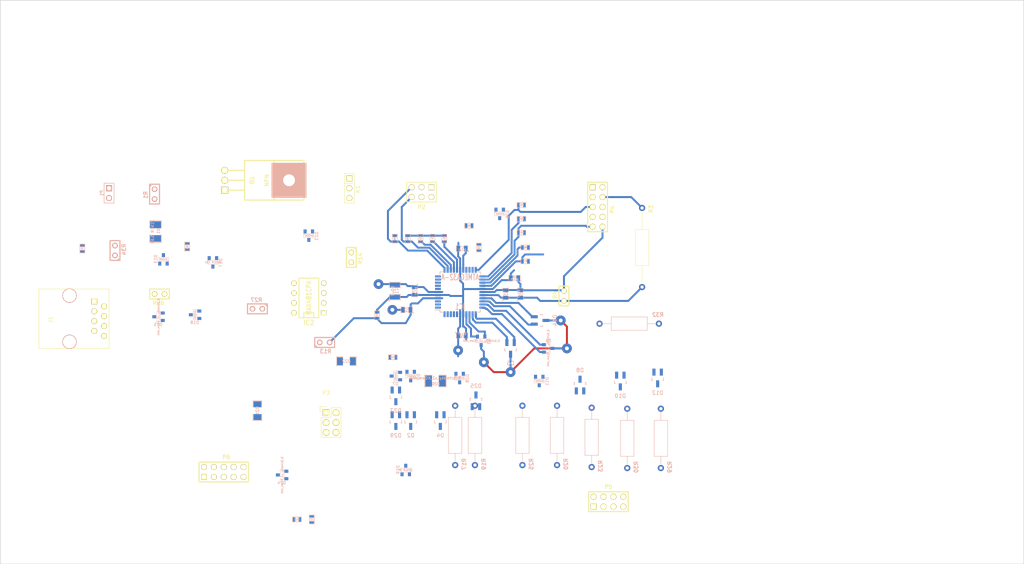
<source format=kicad_pcb>
(kicad_pcb (version 20171130) (host pcbnew 5.1.2-f72e74a~84~ubuntu18.04.1)

  (general
    (thickness 1.6)
    (drawings 4)
    (tracks 243)
    (zones 0)
    (modules 81)
    (nets 65)
  )

  (page A4)
  (title_block
    (title "Mega32L Controller Iniversal Edition")
    (date 2016-01-01)
    (company OldPortal)
  )

  (layers
    (0 F.Cu signal)
    (31 B.Cu mixed)
    (32 B.Adhes user)
    (33 F.Adhes user)
    (34 B.Paste user)
    (35 F.Paste user)
    (36 B.SilkS user)
    (37 F.SilkS user)
    (38 B.Mask user)
    (39 F.Mask user)
    (40 Dwgs.User user)
    (41 Cmts.User user)
    (42 Eco1.User user)
    (43 Eco2.User user)
    (44 Edge.Cuts user)
    (45 Margin user)
    (46 B.CrtYd user)
    (47 F.CrtYd user)
    (48 B.Fab user)
    (49 F.Fab user)
  )

  (setup
    (last_trace_width 0.5)
    (trace_clearance 0.25)
    (zone_clearance 0.508)
    (zone_45_only no)
    (trace_min 0.254)
    (via_size 2.54)
    (via_drill 1)
    (via_min_size 0.889)
    (via_min_drill 0.508)
    (uvia_size 0.508)
    (uvia_drill 0.127)
    (uvias_allowed no)
    (uvia_min_size 0.508)
    (uvia_min_drill 0.127)
    (edge_width 0.15)
    (segment_width 0.2)
    (pcb_text_width 0.3)
    (pcb_text_size 1.5 1.5)
    (mod_edge_width 0.2)
    (mod_text_size 3 3)
    (mod_text_width 0.15)
    (pad_size 1.4 1.4)
    (pad_drill 0.6)
    (pad_to_mask_clearance 0.2)
    (aux_axis_origin 0 0)
    (visible_elements 7FFFFFFF)
    (pcbplotparams
      (layerselection 0x00030_80000001)
      (usegerberextensions true)
      (usegerberattributes false)
      (usegerberadvancedattributes false)
      (creategerberjobfile false)
      (excludeedgelayer true)
      (linewidth 0.150000)
      (plotframeref false)
      (viasonmask false)
      (mode 1)
      (useauxorigin false)
      (hpglpennumber 1)
      (hpglpenspeed 20)
      (hpglpendiameter 15.000000)
      (psnegative false)
      (psa4output false)
      (plotreference true)
      (plotvalue true)
      (plotinvisibletext false)
      (padsonsilk false)
      (subtractmaskfromsilk false)
      (outputformat 1)
      (mirror false)
      (drillshape 1)
      (scaleselection 1)
      (outputdirectory ""))
  )

  (net 0 "")
  (net 1 +24V)
  (net 2 +5VD)
  (net 3 /-RESET)
  (net 4 /GPIO_1)
  (net 5 /GPIO_2)
  (net 6 /GPIO_3)
  (net 7 /GPIO_4)
  (net 8 /GPIO_5)
  (net 9 /GPIO_6)
  (net 10 /TCK)
  (net 11 /TDI)
  (net 12 /TDO)
  (net 13 /TMS)
  (net 14 DGND)
  (net 15 "Net-(C2-Pad1)")
  (net 16 "Net-(C4-Pad1)")
  (net 17 "Net-(D1-Pad2)")
  (net 18 "Net-(IC1-Pad16)")
  (net 19 "Net-(IC1-Pad15)")
  (net 20 "Net-(IC1-Pad14)")
  (net 21 "Net-(IC1-Pad13)")
  (net 22 "Net-(IC1-Pad12)")
  (net 23 "Net-(IC1-Pad20)")
  (net 24 "Net-(IC1-Pad7)")
  (net 25 "Net-(IC1-Pad26)")
  (net 26 "Net-(IC1-Pad8)")
  (net 27 "Net-(IC1-Pad9)")
  (net 28 "Net-(IC1-Pad25)")
  (net 29 "Net-(IC1-Pad10)")
  (net 30 "Net-(IC1-Pad11)")
  (net 31 "Net-(IC1-Pad3)")
  (net 32 "Net-(IC1-Pad2)")
  (net 33 "Net-(IC1-Pad1)")
  (net 34 "Net-(IC2-Pad6)")
  (net 35 "Net-(IC2-Pad7)")
  (net 36 "Net-(J1-Pad1)")
  (net 37 "Net-(J1-Pad2)")
  (net 38 "Net-(J1-Pad3)")
  (net 39 "Net-(J1-Pad6)")
  (net 40 "Net-(J1-Pad7)")
  (net 41 "Net-(J1-Pad8)")
  (net 42 "Net-(P4-Pad7)")
  (net 43 "Net-(P4-Pad8)")
  (net 44 "Net-(D2-Pad2)")
  (net 45 "Net-(D13-Pad2)")
  (net 46 "Net-(D11-Pad2)")
  (net 47 "Net-(D15-Pad2)")
  (net 48 "Net-(D14-Pad3)")
  (net 49 "Net-(D3-Pad2)")
  (net 50 "Net-(D5-Pad2)")
  (net 51 "Net-(D6-Pad2)")
  (net 52 "Net-(D8-Pad2)")
  (net 53 "Net-(D10-Pad2)")
  (net 54 "Net-(D13-Pad1)")
  (net 55 "Net-(D15-Pad3)")
  (net 56 "Net-(D12-Pad2)")
  (net 57 "Net-(P5-Pad2)")
  (net 58 "Net-(P5-Pad3)")
  (net 59 "Net-(P5-Pad4)")
  (net 60 "Net-(P5-Pad5)")
  (net 61 "Net-(P5-Pad6)")
  (net 62 "Net-(P5-Pad7)")
  (net 63 "Net-(P5-Pad8)")
  (net 64 "Net-(P5-Pad9)")

  (net_class Default "This is the default net class."
    (clearance 0.25)
    (trace_width 0.5)
    (via_dia 2.54)
    (via_drill 1)
    (uvia_dia 0.508)
    (uvia_drill 0.127)
    (diff_pair_width 0.3)
    (diff_pair_gap 0.25)
    (add_net +24V)
    (add_net +5VD)
    (add_net /-RESET)
    (add_net /GPIO_1)
    (add_net /GPIO_2)
    (add_net /GPIO_3)
    (add_net /GPIO_4)
    (add_net /GPIO_5)
    (add_net /GPIO_6)
    (add_net /TCK)
    (add_net /TDI)
    (add_net /TDO)
    (add_net /TMS)
    (add_net DGND)
    (add_net "Net-(C2-Pad1)")
    (add_net "Net-(C4-Pad1)")
    (add_net "Net-(D1-Pad2)")
    (add_net "Net-(D10-Pad2)")
    (add_net "Net-(D11-Pad2)")
    (add_net "Net-(D12-Pad2)")
    (add_net "Net-(D13-Pad1)")
    (add_net "Net-(D13-Pad2)")
    (add_net "Net-(D14-Pad3)")
    (add_net "Net-(D15-Pad2)")
    (add_net "Net-(D15-Pad3)")
    (add_net "Net-(D2-Pad2)")
    (add_net "Net-(D3-Pad2)")
    (add_net "Net-(D5-Pad2)")
    (add_net "Net-(D6-Pad2)")
    (add_net "Net-(D8-Pad2)")
    (add_net "Net-(IC1-Pad1)")
    (add_net "Net-(IC1-Pad10)")
    (add_net "Net-(IC1-Pad11)")
    (add_net "Net-(IC1-Pad12)")
    (add_net "Net-(IC1-Pad13)")
    (add_net "Net-(IC1-Pad14)")
    (add_net "Net-(IC1-Pad15)")
    (add_net "Net-(IC1-Pad16)")
    (add_net "Net-(IC1-Pad2)")
    (add_net "Net-(IC1-Pad20)")
    (add_net "Net-(IC1-Pad25)")
    (add_net "Net-(IC1-Pad26)")
    (add_net "Net-(IC1-Pad3)")
    (add_net "Net-(IC1-Pad7)")
    (add_net "Net-(IC1-Pad8)")
    (add_net "Net-(IC1-Pad9)")
    (add_net "Net-(IC2-Pad6)")
    (add_net "Net-(IC2-Pad7)")
    (add_net "Net-(J1-Pad1)")
    (add_net "Net-(J1-Pad2)")
    (add_net "Net-(J1-Pad3)")
    (add_net "Net-(J1-Pad6)")
    (add_net "Net-(J1-Pad7)")
    (add_net "Net-(J1-Pad8)")
    (add_net "Net-(P4-Pad7)")
    (add_net "Net-(P4-Pad8)")
    (add_net "Net-(P5-Pad2)")
    (add_net "Net-(P5-Pad3)")
    (add_net "Net-(P5-Pad4)")
    (add_net "Net-(P5-Pad5)")
    (add_net "Net-(P5-Pad6)")
    (add_net "Net-(P5-Pad7)")
    (add_net "Net-(P5-Pad8)")
    (add_net "Net-(P5-Pad9)")
  )

  (module Resistor_THT:R_Axial_DIN0309_L9.0mm_D3.2mm_P15.24mm_Horizontal (layer B.Cu) (tedit 5AE5139B) (tstamp 52CC8F52)
    (at 134.62 139.7 90)
    (descr "Resistor, Axial_DIN0309 series, Axial, Horizontal, pin pitch=15.24mm, 0.5W = 1/2W, length*diameter=9*3.2mm^2, http://cdn-reichelt.de/documents/datenblatt/B400/1_4W%23YAG.pdf")
    (tags "Resistor Axial_DIN0309 series Axial Horizontal pin pitch 15.24mm 0.5W = 1/2W length 9mm diameter 3.2mm")
    (path /4DBDEDB1)
    (fp_text reference R17 (at 0.254 2.286 90) (layer B.SilkS)
      (effects (font (size 1.016 1.016) (thickness 0.2032)) (justify mirror))
    )
    (fp_text value 10K (at -3.302 -0.254 90) (layer B.SilkS) hide
      (effects (font (size 1.016 1.016) (thickness 0.2032)) (justify mirror))
    )
    (fp_text user %R (at 7.62 0 90) (layer B.Fab)
      (effects (font (size 1 1) (thickness 0.15)) (justify mirror))
    )
    (fp_line (start 16.29 1.85) (end -1.05 1.85) (layer B.CrtYd) (width 0.05))
    (fp_line (start 16.29 -1.85) (end 16.29 1.85) (layer B.CrtYd) (width 0.05))
    (fp_line (start -1.05 -1.85) (end 16.29 -1.85) (layer B.CrtYd) (width 0.05))
    (fp_line (start -1.05 1.85) (end -1.05 -1.85) (layer B.CrtYd) (width 0.05))
    (fp_line (start 14.2 0) (end 12.24 0) (layer B.SilkS) (width 0.12))
    (fp_line (start 1.04 0) (end 3 0) (layer B.SilkS) (width 0.12))
    (fp_line (start 12.24 1.72) (end 3 1.72) (layer B.SilkS) (width 0.12))
    (fp_line (start 12.24 -1.72) (end 12.24 1.72) (layer B.SilkS) (width 0.12))
    (fp_line (start 3 -1.72) (end 12.24 -1.72) (layer B.SilkS) (width 0.12))
    (fp_line (start 3 1.72) (end 3 -1.72) (layer B.SilkS) (width 0.12))
    (fp_line (start 15.24 0) (end 12.12 0) (layer B.Fab) (width 0.1))
    (fp_line (start 0 0) (end 3.12 0) (layer B.Fab) (width 0.1))
    (fp_line (start 12.12 1.6) (end 3.12 1.6) (layer B.Fab) (width 0.1))
    (fp_line (start 12.12 -1.6) (end 12.12 1.6) (layer B.Fab) (width 0.1))
    (fp_line (start 3.12 -1.6) (end 12.12 -1.6) (layer B.Fab) (width 0.1))
    (fp_line (start 3.12 1.6) (end 3.12 -1.6) (layer B.Fab) (width 0.1))
    (pad 2 thru_hole oval (at 15.24 0 90) (size 1.6 1.6) (drill 0.8) (layers *.Cu *.Mask)
      (net 44 "Net-(D2-Pad2)"))
    (pad 1 thru_hole circle (at 0 0 90) (size 1.6 1.6) (drill 0.8) (layers *.Cu *.Mask)
      (net 57 "Net-(P5-Pad2)"))
    (model ${KISYS3DMOD}/Resistor_THT.3dshapes/R_Axial_DIN0309_L9.0mm_D3.2mm_P15.24mm_Horizontal.wrl
      (at (xyz 0 0 0))
      (scale (xyz 1 1 1))
      (rotate (xyz 0 0 0))
    )
  )

  (module Resistor_THT:R_Axial_DIN0309_L9.0mm_D3.2mm_P15.24mm_Horizontal (layer B.Cu) (tedit 5AE5139B) (tstamp 52CC8FAA)
    (at 139.7 139.7 90)
    (descr "Resistor, Axial_DIN0309 series, Axial, Horizontal, pin pitch=15.24mm, 0.5W = 1/2W, length*diameter=9*3.2mm^2, http://cdn-reichelt.de/documents/datenblatt/B400/1_4W%23YAG.pdf")
    (tags "Resistor Axial_DIN0309 series Axial Horizontal pin pitch 15.24mm 0.5W = 1/2W length 9mm diameter 3.2mm")
    (path /4DBDEDA4)
    (fp_text reference R19 (at 0.254 2.286 90) (layer B.SilkS)
      (effects (font (size 1.016 1.016) (thickness 0.2032)) (justify mirror))
    )
    (fp_text value 10K (at -3.302 -0.254 90) (layer B.SilkS) hide
      (effects (font (size 1.016 1.016) (thickness 0.2032)) (justify mirror))
    )
    (fp_text user %R (at 7.62 0 90) (layer B.Fab)
      (effects (font (size 1 1) (thickness 0.15)) (justify mirror))
    )
    (fp_line (start 16.29 1.85) (end -1.05 1.85) (layer B.CrtYd) (width 0.05))
    (fp_line (start 16.29 -1.85) (end 16.29 1.85) (layer B.CrtYd) (width 0.05))
    (fp_line (start -1.05 -1.85) (end 16.29 -1.85) (layer B.CrtYd) (width 0.05))
    (fp_line (start -1.05 1.85) (end -1.05 -1.85) (layer B.CrtYd) (width 0.05))
    (fp_line (start 14.2 0) (end 12.24 0) (layer B.SilkS) (width 0.12))
    (fp_line (start 1.04 0) (end 3 0) (layer B.SilkS) (width 0.12))
    (fp_line (start 12.24 1.72) (end 3 1.72) (layer B.SilkS) (width 0.12))
    (fp_line (start 12.24 -1.72) (end 12.24 1.72) (layer B.SilkS) (width 0.12))
    (fp_line (start 3 -1.72) (end 12.24 -1.72) (layer B.SilkS) (width 0.12))
    (fp_line (start 3 1.72) (end 3 -1.72) (layer B.SilkS) (width 0.12))
    (fp_line (start 15.24 0) (end 12.12 0) (layer B.Fab) (width 0.1))
    (fp_line (start 0 0) (end 3.12 0) (layer B.Fab) (width 0.1))
    (fp_line (start 12.12 1.6) (end 3.12 1.6) (layer B.Fab) (width 0.1))
    (fp_line (start 12.12 -1.6) (end 12.12 1.6) (layer B.Fab) (width 0.1))
    (fp_line (start 3.12 -1.6) (end 12.12 -1.6) (layer B.Fab) (width 0.1))
    (fp_line (start 3.12 1.6) (end 3.12 -1.6) (layer B.Fab) (width 0.1))
    (pad 2 thru_hole oval (at 15.24 0 90) (size 1.6 1.6) (drill 0.8) (layers *.Cu *.Mask)
      (net 49 "Net-(D3-Pad2)"))
    (pad 1 thru_hole circle (at 0 0 90) (size 1.6 1.6) (drill 0.8) (layers *.Cu *.Mask)
      (net 58 "Net-(P5-Pad3)"))
    (model ${KISYS3DMOD}/Resistor_THT.3dshapes/R_Axial_DIN0309_L9.0mm_D3.2mm_P15.24mm_Horizontal.wrl
      (at (xyz 0 0 0))
      (scale (xyz 1 1 1))
      (rotate (xyz 0 0 0))
    )
  )

  (module Resistor_THT:R_Axial_DIN0309_L9.0mm_D3.2mm_P15.24mm_Horizontal (layer B.Cu) (tedit 5AE5139B) (tstamp 52CC8F73)
    (at 151.892 139.7 90)
    (descr "Resistor, Axial_DIN0309 series, Axial, Horizontal, pin pitch=15.24mm, 0.5W = 1/2W, length*diameter=9*3.2mm^2, http://cdn-reichelt.de/documents/datenblatt/B400/1_4W%23YAG.pdf")
    (tags "Resistor Axial_DIN0309 series Axial Horizontal pin pitch 15.24mm 0.5W = 1/2W length 9mm diameter 3.2mm")
    (path /4DBDED92)
    (fp_text reference R25 (at 0.254 2.286 90) (layer B.SilkS)
      (effects (font (size 1.016 1.016) (thickness 0.2032)) (justify mirror))
    )
    (fp_text value 10K (at -3.302 0.254 90) (layer B.SilkS) hide
      (effects (font (size 1.016 1.016) (thickness 0.2032)) (justify mirror))
    )
    (fp_text user %R (at 7.62 0 90) (layer B.Fab)
      (effects (font (size 1 1) (thickness 0.15)) (justify mirror))
    )
    (fp_line (start 16.29 1.85) (end -1.05 1.85) (layer B.CrtYd) (width 0.05))
    (fp_line (start 16.29 -1.85) (end 16.29 1.85) (layer B.CrtYd) (width 0.05))
    (fp_line (start -1.05 -1.85) (end 16.29 -1.85) (layer B.CrtYd) (width 0.05))
    (fp_line (start -1.05 1.85) (end -1.05 -1.85) (layer B.CrtYd) (width 0.05))
    (fp_line (start 14.2 0) (end 12.24 0) (layer B.SilkS) (width 0.12))
    (fp_line (start 1.04 0) (end 3 0) (layer B.SilkS) (width 0.12))
    (fp_line (start 12.24 1.72) (end 3 1.72) (layer B.SilkS) (width 0.12))
    (fp_line (start 12.24 -1.72) (end 12.24 1.72) (layer B.SilkS) (width 0.12))
    (fp_line (start 3 -1.72) (end 12.24 -1.72) (layer B.SilkS) (width 0.12))
    (fp_line (start 3 1.72) (end 3 -1.72) (layer B.SilkS) (width 0.12))
    (fp_line (start 15.24 0) (end 12.12 0) (layer B.Fab) (width 0.1))
    (fp_line (start 0 0) (end 3.12 0) (layer B.Fab) (width 0.1))
    (fp_line (start 12.12 1.6) (end 3.12 1.6) (layer B.Fab) (width 0.1))
    (fp_line (start 12.12 -1.6) (end 12.12 1.6) (layer B.Fab) (width 0.1))
    (fp_line (start 3.12 -1.6) (end 12.12 -1.6) (layer B.Fab) (width 0.1))
    (fp_line (start 3.12 1.6) (end 3.12 -1.6) (layer B.Fab) (width 0.1))
    (pad 2 thru_hole oval (at 15.24 0 90) (size 1.6 1.6) (drill 0.8) (layers *.Cu *.Mask)
      (net 52 "Net-(D8-Pad2)"))
    (pad 1 thru_hole circle (at 0 0 90) (size 1.6 1.6) (drill 0.8) (layers *.Cu *.Mask)
      (net 61 "Net-(P5-Pad6)"))
    (model ${KISYS3DMOD}/Resistor_THT.3dshapes/R_Axial_DIN0309_L9.0mm_D3.2mm_P15.24mm_Horizontal.wrl
      (at (xyz 0 0 0))
      (scale (xyz 1 1 1))
      (rotate (xyz 0 0 0))
    )
  )

  (module Resistor_THT:R_Axial_DIN0309_L9.0mm_D3.2mm_P15.24mm_Horizontal (layer B.Cu) (tedit 5AE5139B) (tstamp 52CC8F5D)
    (at 160.782 139.7 90)
    (descr "Resistor, Axial_DIN0309 series, Axial, Horizontal, pin pitch=15.24mm, 0.5W = 1/2W, length*diameter=9*3.2mm^2, http://cdn-reichelt.de/documents/datenblatt/B400/1_4W%23YAG.pdf")
    (tags "Resistor Axial_DIN0309 series Axial Horizontal pin pitch 15.24mm 0.5W = 1/2W length 9mm diameter 3.2mm")
    (path /4DBDED9F)
    (fp_text reference R20 (at 0.254 2.286 90) (layer B.SilkS)
      (effects (font (size 1.016 1.016) (thickness 0.2032)) (justify mirror))
    )
    (fp_text value 10K (at -3.302 0 90) (layer B.SilkS) hide
      (effects (font (size 1.016 1.016) (thickness 0.2032)) (justify mirror))
    )
    (fp_text user %R (at 8.128 0 90) (layer B.Fab)
      (effects (font (size 1 1) (thickness 0.15)) (justify mirror))
    )
    (fp_line (start 16.29 1.85) (end -1.05 1.85) (layer B.CrtYd) (width 0.05))
    (fp_line (start 16.29 -1.85) (end 16.29 1.85) (layer B.CrtYd) (width 0.05))
    (fp_line (start -1.05 -1.85) (end 16.29 -1.85) (layer B.CrtYd) (width 0.05))
    (fp_line (start -1.05 1.85) (end -1.05 -1.85) (layer B.CrtYd) (width 0.05))
    (fp_line (start 14.2 0) (end 12.24 0) (layer B.SilkS) (width 0.12))
    (fp_line (start 1.04 0) (end 3 0) (layer B.SilkS) (width 0.12))
    (fp_line (start 12.24 1.72) (end 3 1.72) (layer B.SilkS) (width 0.12))
    (fp_line (start 12.24 -1.72) (end 12.24 1.72) (layer B.SilkS) (width 0.12))
    (fp_line (start 3 -1.72) (end 12.24 -1.72) (layer B.SilkS) (width 0.12))
    (fp_line (start 3 1.72) (end 3 -1.72) (layer B.SilkS) (width 0.12))
    (fp_line (start 15.24 0) (end 12.12 0) (layer B.Fab) (width 0.1))
    (fp_line (start 0 0) (end 3.12 0) (layer B.Fab) (width 0.1))
    (fp_line (start 12.12 1.6) (end 3.12 1.6) (layer B.Fab) (width 0.1))
    (fp_line (start 12.12 -1.6) (end 12.12 1.6) (layer B.Fab) (width 0.1))
    (fp_line (start 3.12 -1.6) (end 12.12 -1.6) (layer B.Fab) (width 0.1))
    (fp_line (start 3.12 1.6) (end 3.12 -1.6) (layer B.Fab) (width 0.1))
    (pad 2 thru_hole oval (at 15.24 0 90) (size 1.6 1.6) (drill 0.8) (layers *.Cu *.Mask)
      (net 50 "Net-(D5-Pad2)"))
    (pad 1 thru_hole circle (at 0 0 90) (size 1.6 1.6) (drill 0.8) (layers *.Cu *.Mask)
      (net 59 "Net-(P5-Pad4)"))
    (model ${KISYS3DMOD}/Resistor_THT.3dshapes/R_Axial_DIN0309_L9.0mm_D3.2mm_P15.24mm_Horizontal.wrl
      (at (xyz 0 0 0))
      (scale (xyz 1 1 1))
      (rotate (xyz 0 0 0))
    )
  )

  (module Resistor_THT:R_Axial_DIN0309_L9.0mm_D3.2mm_P15.24mm_Horizontal (layer B.Cu) (tedit 5AE5139B) (tstamp 52CC8F68)
    (at 169.672 140.208 90)
    (descr "Resistor, Axial_DIN0309 series, Axial, Horizontal, pin pitch=15.24mm, 0.5W = 1/2W, length*diameter=9*3.2mm^2, http://cdn-reichelt.de/documents/datenblatt/B400/1_4W%23YAG.pdf")
    (tags "Resistor Axial_DIN0309 series Axial Horizontal pin pitch 15.24mm 0.5W = 1/2W length 9mm diameter 3.2mm")
    (path /4DBDED9A)
    (fp_text reference R23 (at 0.254 2.286 90) (layer B.SilkS)
      (effects (font (size 1.016 1.016) (thickness 0.2032)) (justify mirror))
    )
    (fp_text value 10K (at -2.794 0.254 90) (layer B.SilkS) hide
      (effects (font (size 1.016 1.016) (thickness 0.2032)) (justify mirror))
    )
    (fp_text user %R (at 7.62 0 90) (layer B.Fab)
      (effects (font (size 1 1) (thickness 0.15)) (justify mirror))
    )
    (fp_line (start 16.29 1.85) (end -1.05 1.85) (layer B.CrtYd) (width 0.05))
    (fp_line (start 16.29 -1.85) (end 16.29 1.85) (layer B.CrtYd) (width 0.05))
    (fp_line (start -1.05 -1.85) (end 16.29 -1.85) (layer B.CrtYd) (width 0.05))
    (fp_line (start -1.05 1.85) (end -1.05 -1.85) (layer B.CrtYd) (width 0.05))
    (fp_line (start 14.2 0) (end 12.24 0) (layer B.SilkS) (width 0.12))
    (fp_line (start 1.04 0) (end 3 0) (layer B.SilkS) (width 0.12))
    (fp_line (start 12.24 1.72) (end 3 1.72) (layer B.SilkS) (width 0.12))
    (fp_line (start 12.24 -1.72) (end 12.24 1.72) (layer B.SilkS) (width 0.12))
    (fp_line (start 3 -1.72) (end 12.24 -1.72) (layer B.SilkS) (width 0.12))
    (fp_line (start 3 1.72) (end 3 -1.72) (layer B.SilkS) (width 0.12))
    (fp_line (start 15.24 0) (end 12.12 0) (layer B.Fab) (width 0.1))
    (fp_line (start 0 0) (end 3.12 0) (layer B.Fab) (width 0.1))
    (fp_line (start 12.12 1.6) (end 3.12 1.6) (layer B.Fab) (width 0.1))
    (fp_line (start 12.12 -1.6) (end 12.12 1.6) (layer B.Fab) (width 0.1))
    (fp_line (start 3.12 -1.6) (end 12.12 -1.6) (layer B.Fab) (width 0.1))
    (fp_line (start 3.12 1.6) (end 3.12 -1.6) (layer B.Fab) (width 0.1))
    (pad 2 thru_hole oval (at 15.24 0 90) (size 1.6 1.6) (drill 0.8) (layers *.Cu *.Mask)
      (net 51 "Net-(D6-Pad2)"))
    (pad 1 thru_hole circle (at 0 0 90) (size 1.6 1.6) (drill 0.8) (layers *.Cu *.Mask)
      (net 60 "Net-(P5-Pad5)"))
    (model ${KISYS3DMOD}/Resistor_THT.3dshapes/R_Axial_DIN0309_L9.0mm_D3.2mm_P15.24mm_Horizontal.wrl
      (at (xyz 0 0 0))
      (scale (xyz 1 1 1))
      (rotate (xyz 0 0 0))
    )
  )

  (module Resistor_THT:R_Axial_DIN0309_L9.0mm_D3.2mm_P15.24mm_Horizontal (layer B.Cu) (tedit 5AE5139B) (tstamp 52CC8F94)
    (at 178.816 140.462 90)
    (descr "Resistor, Axial_DIN0309 series, Axial, Horizontal, pin pitch=15.24mm, 0.5W = 1/2W, length*diameter=9*3.2mm^2, http://cdn-reichelt.de/documents/datenblatt/B400/1_4W%23YAG.pdf")
    (tags "Resistor Axial_DIN0309 series Axial Horizontal pin pitch 15.24mm 0.5W = 1/2W length 9mm diameter 3.2mm")
    (path /4DBDED82)
    (fp_text reference R30 (at 0.254 2.286 90) (layer B.SilkS)
      (effects (font (size 1.016 1.016) (thickness 0.2032)) (justify mirror))
    )
    (fp_text value 10K (at 0 2.286 90) (layer B.SilkS) hide
      (effects (font (size 1.016 1.016) (thickness 0.2032)) (justify mirror))
    )
    (fp_text user %R (at 7.62 0 90) (layer B.Fab)
      (effects (font (size 1 1) (thickness 0.15)) (justify mirror))
    )
    (fp_line (start 16.29 1.85) (end -1.05 1.85) (layer B.CrtYd) (width 0.05))
    (fp_line (start 16.29 -1.85) (end 16.29 1.85) (layer B.CrtYd) (width 0.05))
    (fp_line (start -1.05 -1.85) (end 16.29 -1.85) (layer B.CrtYd) (width 0.05))
    (fp_line (start -1.05 1.85) (end -1.05 -1.85) (layer B.CrtYd) (width 0.05))
    (fp_line (start 14.2 0) (end 12.24 0) (layer B.SilkS) (width 0.12))
    (fp_line (start 1.04 0) (end 3 0) (layer B.SilkS) (width 0.12))
    (fp_line (start 12.24 1.72) (end 3 1.72) (layer B.SilkS) (width 0.12))
    (fp_line (start 12.24 -1.72) (end 12.24 1.72) (layer B.SilkS) (width 0.12))
    (fp_line (start 3 -1.72) (end 12.24 -1.72) (layer B.SilkS) (width 0.12))
    (fp_line (start 3 1.72) (end 3 -1.72) (layer B.SilkS) (width 0.12))
    (fp_line (start 15.24 0) (end 12.12 0) (layer B.Fab) (width 0.1))
    (fp_line (start 0 0) (end 3.12 0) (layer B.Fab) (width 0.1))
    (fp_line (start 12.12 1.6) (end 3.12 1.6) (layer B.Fab) (width 0.1))
    (fp_line (start 12.12 -1.6) (end 12.12 1.6) (layer B.Fab) (width 0.1))
    (fp_line (start 3.12 -1.6) (end 12.12 -1.6) (layer B.Fab) (width 0.1))
    (fp_line (start 3.12 1.6) (end 3.12 -1.6) (layer B.Fab) (width 0.1))
    (pad 2 thru_hole oval (at 15.24 0 90) (size 1.6 1.6) (drill 0.8) (layers *.Cu *.Mask)
      (net 46 "Net-(D11-Pad2)"))
    (pad 1 thru_hole circle (at 0 0 90) (size 1.6 1.6) (drill 0.8) (layers *.Cu *.Mask)
      (net 63 "Net-(P5-Pad8)"))
    (model ${KISYS3DMOD}/Resistor_THT.3dshapes/R_Axial_DIN0309_L9.0mm_D3.2mm_P15.24mm_Horizontal.wrl
      (at (xyz 0 0 0))
      (scale (xyz 1 1 1))
      (rotate (xyz 0 0 0))
    )
  )

  (module Resistor_THT:R_Axial_DIN0309_L9.0mm_D3.2mm_P15.24mm_Horizontal (layer B.Cu) (tedit 5AE5139B) (tstamp 52CC8F89)
    (at 187.452 140.462 90)
    (descr "Resistor, Axial_DIN0309 series, Axial, Horizontal, pin pitch=15.24mm, 0.5W = 1/2W, length*diameter=9*3.2mm^2, http://cdn-reichelt.de/documents/datenblatt/B400/1_4W%23YAG.pdf")
    (tags "Resistor Axial_DIN0309 series Axial Horizontal pin pitch 15.24mm 0.5W = 1/2W length 9mm diameter 3.2mm")
    (path /4DBDED8B)
    (fp_text reference R29 (at 0.254 2.286 90) (layer B.SilkS)
      (effects (font (size 1.016 1.016) (thickness 0.2032)) (justify mirror))
    )
    (fp_text value 10K (at 0 2.286 90) (layer B.SilkS) hide
      (effects (font (size 1.016 1.016) (thickness 0.2032)) (justify mirror))
    )
    (fp_text user %R (at 7.62 0 90) (layer B.Fab)
      (effects (font (size 1 1) (thickness 0.15)) (justify mirror))
    )
    (fp_line (start 16.29 1.85) (end -1.05 1.85) (layer B.CrtYd) (width 0.05))
    (fp_line (start 16.29 -1.85) (end 16.29 1.85) (layer B.CrtYd) (width 0.05))
    (fp_line (start -1.05 -1.85) (end 16.29 -1.85) (layer B.CrtYd) (width 0.05))
    (fp_line (start -1.05 1.85) (end -1.05 -1.85) (layer B.CrtYd) (width 0.05))
    (fp_line (start 14.2 0) (end 12.24 0) (layer B.SilkS) (width 0.12))
    (fp_line (start 1.04 0) (end 3 0) (layer B.SilkS) (width 0.12))
    (fp_line (start 12.24 1.72) (end 3 1.72) (layer B.SilkS) (width 0.12))
    (fp_line (start 12.24 -1.72) (end 12.24 1.72) (layer B.SilkS) (width 0.12))
    (fp_line (start 3 -1.72) (end 12.24 -1.72) (layer B.SilkS) (width 0.12))
    (fp_line (start 3 1.72) (end 3 -1.72) (layer B.SilkS) (width 0.12))
    (fp_line (start 15.24 0) (end 12.12 0) (layer B.Fab) (width 0.1))
    (fp_line (start 0 0) (end 3.12 0) (layer B.Fab) (width 0.1))
    (fp_line (start 12.12 1.6) (end 3.12 1.6) (layer B.Fab) (width 0.1))
    (fp_line (start 12.12 -1.6) (end 12.12 1.6) (layer B.Fab) (width 0.1))
    (fp_line (start 3.12 -1.6) (end 12.12 -1.6) (layer B.Fab) (width 0.1))
    (fp_line (start 3.12 1.6) (end 3.12 -1.6) (layer B.Fab) (width 0.1))
    (pad 2 thru_hole oval (at 15.24 0 90) (size 1.6 1.6) (drill 0.8) (layers *.Cu *.Mask)
      (net 53 "Net-(D10-Pad2)"))
    (pad 1 thru_hole circle (at 0 0 90) (size 1.6 1.6) (drill 0.8) (layers *.Cu *.Mask)
      (net 62 "Net-(P5-Pad7)"))
    (model ${KISYS3DMOD}/Resistor_THT.3dshapes/R_Axial_DIN0309_L9.0mm_D3.2mm_P15.24mm_Horizontal.wrl
      (at (xyz 0 0 0))
      (scale (xyz 1 1 1))
      (rotate (xyz 0 0 0))
    )
  )

  (module Resistor_THT:R_Axial_DIN0309_L9.0mm_D3.2mm_P15.24mm_Horizontal (layer B.Cu) (tedit 5AE5139B) (tstamp 52CC8F9F)
    (at 186.944 103.378 180)
    (descr "Resistor, Axial_DIN0309 series, Axial, Horizontal, pin pitch=15.24mm, 0.5W = 1/2W, length*diameter=9*3.2mm^2, http://cdn-reichelt.de/documents/datenblatt/B400/1_4W%23YAG.pdf")
    (tags "Resistor Axial_DIN0309 series Axial Horizontal pin pitch 15.24mm 0.5W = 1/2W length 9mm diameter 3.2mm")
    (path /4DBDED77)
    (fp_text reference R32 (at 0.254 2.286) (layer B.SilkS)
      (effects (font (size 1.016 1.016) (thickness 0.2032)) (justify mirror))
    )
    (fp_text value 10K (at 0 2.286) (layer B.SilkS) hide
      (effects (font (size 1.016 1.016) (thickness 0.2032)) (justify mirror))
    )
    (fp_text user %R (at 7.62 0) (layer B.Fab)
      (effects (font (size 1 1) (thickness 0.15)) (justify mirror))
    )
    (fp_line (start 16.29 1.85) (end -1.05 1.85) (layer B.CrtYd) (width 0.05))
    (fp_line (start 16.29 -1.85) (end 16.29 1.85) (layer B.CrtYd) (width 0.05))
    (fp_line (start -1.05 -1.85) (end 16.29 -1.85) (layer B.CrtYd) (width 0.05))
    (fp_line (start -1.05 1.85) (end -1.05 -1.85) (layer B.CrtYd) (width 0.05))
    (fp_line (start 14.2 0) (end 12.24 0) (layer B.SilkS) (width 0.12))
    (fp_line (start 1.04 0) (end 3 0) (layer B.SilkS) (width 0.12))
    (fp_line (start 12.24 1.72) (end 3 1.72) (layer B.SilkS) (width 0.12))
    (fp_line (start 12.24 -1.72) (end 12.24 1.72) (layer B.SilkS) (width 0.12))
    (fp_line (start 3 -1.72) (end 12.24 -1.72) (layer B.SilkS) (width 0.12))
    (fp_line (start 3 1.72) (end 3 -1.72) (layer B.SilkS) (width 0.12))
    (fp_line (start 15.24 0) (end 12.12 0) (layer B.Fab) (width 0.1))
    (fp_line (start 0 0) (end 3.12 0) (layer B.Fab) (width 0.1))
    (fp_line (start 12.12 1.6) (end 3.12 1.6) (layer B.Fab) (width 0.1))
    (fp_line (start 12.12 -1.6) (end 12.12 1.6) (layer B.Fab) (width 0.1))
    (fp_line (start 3.12 -1.6) (end 12.12 -1.6) (layer B.Fab) (width 0.1))
    (fp_line (start 3.12 1.6) (end 3.12 -1.6) (layer B.Fab) (width 0.1))
    (pad 2 thru_hole oval (at 15.24 0 180) (size 1.6 1.6) (drill 0.8) (layers *.Cu *.Mask)
      (net 56 "Net-(D12-Pad2)"))
    (pad 1 thru_hole circle (at 0 0 180) (size 1.6 1.6) (drill 0.8) (layers *.Cu *.Mask)
      (net 64 "Net-(P5-Pad9)"))
    (model ${KISYS3DMOD}/Resistor_THT.3dshapes/R_Axial_DIN0309_L9.0mm_D3.2mm_P15.24mm_Horizontal.wrl
      (at (xyz 0 0 0))
      (scale (xyz 1 1 1))
      (rotate (xyz 0 0 0))
    )
  )

  (module Resistor_THT:R_Axial_DIN0309_L9.0mm_D3.2mm_P20.32mm_Horizontal (layer F.Cu) (tedit 5AE5139B) (tstamp 52CC8FEC)
    (at 182.626 73.66 270)
    (descr "Resistor, Axial_DIN0309 series, Axial, Horizontal, pin pitch=20.32mm, 0.5W = 1/2W, length*diameter=9*3.2mm^2, http://cdn-reichelt.de/documents/datenblatt/B400/1_4W%23YAG.pdf")
    (tags "Resistor Axial_DIN0309 series Axial Horizontal pin pitch 20.32mm 0.5W = 1/2W length 9mm diameter 3.2mm")
    (path /4DC36F62)
    (fp_text reference R3 (at 0.254 -2.286 270) (layer F.SilkS)
      (effects (font (size 1.016 1.016) (thickness 0.2032)))
    )
    (fp_text value 100 (at 6.096 -4.064 270) (layer F.SilkS) hide
      (effects (font (size 1.016 1.016) (thickness 0.2032)))
    )
    (fp_text user %R (at 7.62 0 90) (layer F.Fab)
      (effects (font (size 1 1) (thickness 0.15)))
    )
    (fp_line (start 21.37 -1.85) (end -1.05 -1.85) (layer F.CrtYd) (width 0.05))
    (fp_line (start 21.37 1.85) (end 21.37 -1.85) (layer F.CrtYd) (width 0.05))
    (fp_line (start -1.05 1.85) (end 21.37 1.85) (layer F.CrtYd) (width 0.05))
    (fp_line (start -1.05 -1.85) (end -1.05 1.85) (layer F.CrtYd) (width 0.05))
    (fp_line (start 19.28 0) (end 14.78 0) (layer F.SilkS) (width 0.12))
    (fp_line (start 1.04 0) (end 5.54 0) (layer F.SilkS) (width 0.12))
    (fp_line (start 14.78 -1.72) (end 5.54 -1.72) (layer F.SilkS) (width 0.12))
    (fp_line (start 14.78 1.72) (end 14.78 -1.72) (layer F.SilkS) (width 0.12))
    (fp_line (start 5.54 1.72) (end 14.78 1.72) (layer F.SilkS) (width 0.12))
    (fp_line (start 5.54 -1.72) (end 5.54 1.72) (layer F.SilkS) (width 0.12))
    (fp_line (start 20.32 0) (end 14.66 0) (layer F.Fab) (width 0.1))
    (fp_line (start 0 0) (end 5.66 0) (layer F.Fab) (width 0.1))
    (fp_line (start 14.66 -1.6) (end 5.66 -1.6) (layer F.Fab) (width 0.1))
    (fp_line (start 14.66 1.6) (end 14.66 -1.6) (layer F.Fab) (width 0.1))
    (fp_line (start 5.66 1.6) (end 14.66 1.6) (layer F.Fab) (width 0.1))
    (fp_line (start 5.66 -1.6) (end 5.66 1.6) (layer F.Fab) (width 0.1))
    (pad 2 thru_hole oval (at 20.32 0 270) (size 1.6 1.6) (drill 0.8) (layers *.Cu *.Mask)
      (net 15 "Net-(C2-Pad1)"))
    (pad 1 thru_hole circle (at 0 0 270) (size 1.6 1.6) (drill 0.8) (layers *.Cu *.Mask)
      (net 2 +5VD))
    (model ${KISYS3DMOD}/Resistor_THT.3dshapes/R_Axial_DIN0309_L9.0mm_D3.2mm_P20.32mm_Horizontal.wrl
      (at (xyz 0 0 0))
      (scale (xyz 1 1 1))
      (rotate (xyz 0 0 0))
    )
  )

  (module Package_QFP:TQFP-44_10x10mm_P0.8mm locked (layer B.Cu) (tedit 5A02F146) (tstamp 52CC8BD9)
    (at 135.89 95.25)
    (descr "44-Lead Plastic Thin Quad Flatpack (PT) - 10x10x1.0 mm Body [TQFP] (see Microchip Packaging Specification 00000049BS.pdf)")
    (tags "QFP 0.8")
    (path /4DB074D9)
    (zone_connect 2)
    (attr smd)
    (fp_text reference IC1 (at 0 3.81) (layer B.SilkS)
      (effects (font (size 1.524 1.016) (thickness 0.2032)) (justify mirror))
    )
    (fp_text value ATMEGA32-A (at 0 -3.81) (layer B.SilkS)
      (effects (font (size 1.524 1.016) (thickness 0.2032)) (justify mirror))
    )
    (fp_line (start -5.175 4.6) (end -6.45 4.6) (layer B.SilkS) (width 0.15))
    (fp_line (start 5.175 5.175) (end 4.5 5.175) (layer B.SilkS) (width 0.15))
    (fp_line (start 5.175 -5.175) (end 4.5 -5.175) (layer B.SilkS) (width 0.15))
    (fp_line (start -5.175 -5.175) (end -4.5 -5.175) (layer B.SilkS) (width 0.15))
    (fp_line (start -5.175 5.175) (end -4.5 5.175) (layer B.SilkS) (width 0.15))
    (fp_line (start -5.175 -5.175) (end -5.175 -4.5) (layer B.SilkS) (width 0.15))
    (fp_line (start 5.175 -5.175) (end 5.175 -4.5) (layer B.SilkS) (width 0.15))
    (fp_line (start 5.175 5.175) (end 5.175 4.5) (layer B.SilkS) (width 0.15))
    (fp_line (start -5.175 5.175) (end -5.175 4.6) (layer B.SilkS) (width 0.15))
    (fp_line (start -6.7 -6.7) (end 6.7 -6.7) (layer B.CrtYd) (width 0.05))
    (fp_line (start -6.7 6.7) (end 6.7 6.7) (layer B.CrtYd) (width 0.05))
    (fp_line (start 6.7 6.7) (end 6.7 -6.7) (layer B.CrtYd) (width 0.05))
    (fp_line (start -6.7 6.7) (end -6.7 -6.7) (layer B.CrtYd) (width 0.05))
    (fp_line (start -5 4) (end -4 5) (layer B.Fab) (width 0.15))
    (fp_line (start -5 -5) (end -5 4) (layer B.Fab) (width 0.15))
    (fp_line (start 5 -5) (end -5 -5) (layer B.Fab) (width 0.15))
    (fp_line (start 5 5) (end 5 -5) (layer B.Fab) (width 0.15))
    (fp_line (start -4 5) (end 5 5) (layer B.Fab) (width 0.15))
    (fp_text user %R (at 0 0) (layer B.Fab)
      (effects (font (size 1 1) (thickness 0.15)) (justify mirror))
    )
    (pad 44 smd rect (at -4 5.7 270) (size 1.5 0.55) (layers B.Cu B.Paste B.Mask)
      (net 8 /GPIO_5) (zone_connect 2))
    (pad 43 smd rect (at -3.2 5.7 270) (size 1.5 0.55) (layers B.Cu B.Paste B.Mask)
      (net 7 /GPIO_4) (zone_connect 2))
    (pad 42 smd rect (at -2.4 5.7 270) (size 1.5 0.55) (layers B.Cu B.Paste B.Mask)
      (net 6 /GPIO_3) (zone_connect 2))
    (pad 41 smd rect (at -1.6 5.7 270) (size 1.5 0.55) (layers B.Cu B.Paste B.Mask)
      (net 5 /GPIO_2) (zone_connect 2))
    (pad 40 smd rect (at -0.8 5.7 270) (size 1.5 0.55) (layers B.Cu B.Paste B.Mask)
      (net 4 /GPIO_1) (zone_connect 2))
    (pad 39 smd rect (at 0 5.7 270) (size 1.5 0.55) (layers B.Cu B.Paste B.Mask)
      (net 14 DGND) (zone_connect 2))
    (pad 38 smd rect (at 0.8 5.7 270) (size 1.5 0.55) (layers B.Cu B.Paste B.Mask)
      (net 2 +5VD) (zone_connect 2))
    (pad 37 smd rect (at 1.6 5.7 270) (size 1.5 0.55) (layers B.Cu B.Paste B.Mask)
      (net 44 "Net-(D2-Pad2)") (zone_connect 2))
    (pad 36 smd rect (at 2.4 5.7 270) (size 1.5 0.55) (layers B.Cu B.Paste B.Mask)
      (net 49 "Net-(D3-Pad2)") (zone_connect 2))
    (pad 35 smd rect (at 3.2 5.7 270) (size 1.5 0.55) (layers B.Cu B.Paste B.Mask)
      (net 50 "Net-(D5-Pad2)") (zone_connect 2))
    (pad 34 smd rect (at 4 5.7 270) (size 1.5 0.55) (layers B.Cu B.Paste B.Mask)
      (net 51 "Net-(D6-Pad2)") (zone_connect 2))
    (pad 33 smd rect (at 5.7 4) (size 1.5 0.55) (layers B.Cu B.Paste B.Mask)
      (net 52 "Net-(D8-Pad2)") (zone_connect 2))
    (pad 32 smd rect (at 5.7 3.2) (size 1.5 0.55) (layers B.Cu B.Paste B.Mask)
      (net 53 "Net-(D10-Pad2)") (zone_connect 2))
    (pad 31 smd rect (at 5.7 2.4) (size 1.5 0.55) (layers B.Cu B.Paste B.Mask)
      (net 46 "Net-(D11-Pad2)") (zone_connect 2))
    (pad 30 smd rect (at 5.7 1.6) (size 1.5 0.55) (layers B.Cu B.Paste B.Mask)
      (net 56 "Net-(D12-Pad2)") (zone_connect 2))
    (pad 29 smd rect (at 5.7 0.8) (size 1.5 0.55) (layers B.Cu B.Paste B.Mask)
      (net 15 "Net-(C2-Pad1)") (zone_connect 2))
    (pad 28 smd rect (at 5.7 0) (size 1.5 0.55) (layers B.Cu B.Paste B.Mask)
      (net 14 DGND) (zone_connect 2))
    (pad 27 smd rect (at 5.7 -0.8) (size 1.5 0.55) (layers B.Cu B.Paste B.Mask)
      (net 2 +5VD) (zone_connect 2))
    (pad 26 smd rect (at 5.7 -1.6) (size 1.5 0.55) (layers B.Cu B.Paste B.Mask)
      (net 25 "Net-(IC1-Pad26)") (zone_connect 2))
    (pad 25 smd rect (at 5.7 -2.4) (size 1.5 0.55) (layers B.Cu B.Paste B.Mask)
      (net 28 "Net-(IC1-Pad25)") (zone_connect 2))
    (pad 24 smd rect (at 5.7 -3.2) (size 1.5 0.55) (layers B.Cu B.Paste B.Mask)
      (net 11 /TDI) (zone_connect 2))
    (pad 23 smd rect (at 5.7 -4) (size 1.5 0.55) (layers B.Cu B.Paste B.Mask)
      (net 12 /TDO) (zone_connect 2))
    (pad 22 smd rect (at 4 -5.7 270) (size 1.5 0.55) (layers B.Cu B.Paste B.Mask)
      (net 13 /TMS) (zone_connect 2))
    (pad 21 smd rect (at 3.2 -5.7 270) (size 1.5 0.55) (layers B.Cu B.Paste B.Mask)
      (net 10 /TCK) (zone_connect 2))
    (pad 20 smd rect (at 2.4 -5.7 270) (size 1.5 0.55) (layers B.Cu B.Paste B.Mask)
      (net 23 "Net-(IC1-Pad20)") (zone_connect 2))
    (pad 19 smd rect (at 1.6 -5.7 270) (size 1.5 0.55) (layers B.Cu B.Paste B.Mask)
      (net 9 /GPIO_6) (zone_connect 2))
    (pad 18 smd rect (at 0.8 -5.7 270) (size 1.5 0.55) (layers B.Cu B.Paste B.Mask)
      (net 14 DGND) (zone_connect 2))
    (pad 17 smd rect (at 0 -5.7 270) (size 1.5 0.55) (layers B.Cu B.Paste B.Mask)
      (net 2 +5VD) (zone_connect 2))
    (pad 16 smd rect (at -0.8 -5.7 270) (size 1.5 0.55) (layers B.Cu B.Paste B.Mask)
      (net 18 "Net-(IC1-Pad16)") (zone_connect 2))
    (pad 15 smd rect (at -1.6 -5.7 270) (size 1.5 0.55) (layers B.Cu B.Paste B.Mask)
      (net 19 "Net-(IC1-Pad15)") (zone_connect 2))
    (pad 14 smd rect (at -2.4 -5.7 270) (size 1.5 0.55) (layers B.Cu B.Paste B.Mask)
      (net 20 "Net-(IC1-Pad14)") (zone_connect 2))
    (pad 13 smd rect (at -3.2 -5.7 270) (size 1.5 0.55) (layers B.Cu B.Paste B.Mask)
      (net 21 "Net-(IC1-Pad13)") (zone_connect 2))
    (pad 12 smd rect (at -4 -5.7 270) (size 1.5 0.55) (layers B.Cu B.Paste B.Mask)
      (net 22 "Net-(IC1-Pad12)") (zone_connect 2))
    (pad 11 smd rect (at -5.7 -4) (size 1.5 0.55) (layers B.Cu B.Paste B.Mask)
      (net 30 "Net-(IC1-Pad11)") (zone_connect 2))
    (pad 10 smd rect (at -5.7 -3.2) (size 1.5 0.55) (layers B.Cu B.Paste B.Mask)
      (net 29 "Net-(IC1-Pad10)") (zone_connect 2))
    (pad 9 smd rect (at -5.7 -2.4) (size 1.5 0.55) (layers B.Cu B.Paste B.Mask)
      (net 27 "Net-(IC1-Pad9)") (zone_connect 2))
    (pad 8 smd rect (at -5.7 -1.6) (size 1.5 0.55) (layers B.Cu B.Paste B.Mask)
      (net 26 "Net-(IC1-Pad8)") (zone_connect 2))
    (pad 7 smd rect (at -5.7 -0.8) (size 1.5 0.55) (layers B.Cu B.Paste B.Mask)
      (net 24 "Net-(IC1-Pad7)") (zone_connect 2))
    (pad 6 smd rect (at -5.7 0) (size 1.5 0.55) (layers B.Cu B.Paste B.Mask)
      (net 14 DGND) (zone_connect 2))
    (pad 5 smd rect (at -5.7 0.8) (size 1.5 0.55) (layers B.Cu B.Paste B.Mask)
      (net 2 +5VD) (zone_connect 2))
    (pad 4 smd rect (at -5.7 1.6) (size 1.5 0.55) (layers B.Cu B.Paste B.Mask)
      (net 16 "Net-(C4-Pad1)") (zone_connect 2))
    (pad 3 smd rect (at -5.7 2.4) (size 1.5 0.55) (layers B.Cu B.Paste B.Mask)
      (net 31 "Net-(IC1-Pad3)") (zone_connect 2))
    (pad 2 smd rect (at -5.7 3.2) (size 1.5 0.55) (layers B.Cu B.Paste B.Mask)
      (net 32 "Net-(IC1-Pad2)") (zone_connect 2))
    (pad 1 smd rect (at -5.7 4) (size 1.5 0.55) (layers B.Cu B.Paste B.Mask)
      (net 33 "Net-(IC1-Pad1)") (zone_connect 2))
    (model ${KISYS3DMOD}/Package_QFP.3dshapes/TQFP-44_10x10mm_P0.8mm.wrl
      (at (xyz 0 0 0))
      (scale (xyz 1 1 1))
      (rotate (xyz 0 0 0))
    )
  )

  (module PIN_ARRAY_5x2 (layer F.Cu) (tedit 568F7131) (tstamp 5686EC7F)
    (at 75.184 141.478)
    (descr "Double rangee de contacts 2 x 5 pins")
    (tags CONN)
    (path /4F0A39AE)
    (fp_text reference P6 (at 0.635 -3.81) (layer F.SilkS)
      (effects (font (size 1.016 1.016) (thickness 0.2032)))
    )
    (fp_text value CONN_GPIO (at 0 -3.81) (layer F.SilkS) hide
      (effects (font (size 1.016 1.016) (thickness 0.2032)))
    )
    (fp_line (start -6.35 -2.54) (end 6.35 -2.54) (layer F.SilkS) (width 0.3048))
    (fp_line (start 6.35 -2.54) (end 6.35 2.54) (layer F.SilkS) (width 0.3048))
    (fp_line (start 6.35 2.54) (end -6.35 2.54) (layer F.SilkS) (width 0.3048))
    (fp_line (start -6.35 2.54) (end -6.35 -2.54) (layer F.SilkS) (width 0.3048))
    (pad 1 thru_hole rect (at -5.08 1.27) (size 1.524 1.524) (drill 1.016) (layers *.Cu *.Mask F.SilkS)
      (net 2 +5VD))
    (pad 2 thru_hole circle (at -5.08 -1.27) (size 1.524 1.524) (drill 1.016) (layers *.Cu *.Mask F.SilkS)
      (net 4 /GPIO_1))
    (pad 3 thru_hole circle (at -2.54 1.27) (size 1.524 1.524) (drill 1.016) (layers *.Cu *.Mask F.SilkS)
      (net 5 /GPIO_2))
    (pad 4 thru_hole circle (at -2.54 -1.27) (size 1.524 1.524) (drill 1.016) (layers *.Cu *.Mask F.SilkS)
      (net 6 /GPIO_3))
    (pad 5 thru_hole circle (at 0 1.27) (size 1.524 1.524) (drill 1.016) (layers *.Cu *.Mask F.SilkS)
      (net 7 /GPIO_4))
    (pad 6 thru_hole circle (at 0 -1.27) (size 1.524 1.524) (drill 1.016) (layers *.Cu *.Mask F.SilkS)
      (net 8 /GPIO_5))
    (pad 7 thru_hole circle (at 2.54 1.27) (size 1.524 1.524) (drill 1.016) (layers *.Cu *.Mask F.SilkS)
      (net 9 /GPIO_6))
    (pad 8 thru_hole circle (at 2.54 -1.27) (size 1.524 1.524) (drill 1.016) (layers *.Cu *.Mask F.SilkS)
      (net 14 DGND))
    (pad 9 thru_hole circle (at 5.08 1.27) (size 1.524 1.524) (drill 1.016) (layers *.Cu *.Mask F.SilkS))
    (pad 10 thru_hole circle (at 5.08 -1.27) (size 1.524 1.524) (drill 1.016) (layers *.Cu *.Mask F.SilkS))
    (model pin_array/pins_array_5x2.wrl
      (at (xyz 0 0 0))
      (scale (xyz 1 1 1))
      (rotate (xyz 0 0 0))
    )
  )

  (module TO220 (layer F.Cu) (tedit 200000) (tstamp 52CC8BEA)
    (at 75.438 66.548)
    (descr "Transistor TO 220")
    (tags "TR TO220 DEV")
    (path /4DB324F9)
    (fp_text reference Q1 (at 6.985 0 -270) (layer F.SilkS)
      (effects (font (size 1.016 1.016) (thickness 0.2032)))
    )
    (fp_text value NPN (at 10.795 0 -270) (layer F.SilkS)
      (effects (font (size 1.016 1.016) (thickness 0.2032)))
    )
    (fp_line (start 0 -2.54) (end 5.08 -2.54) (layer F.SilkS) (width 0.3048))
    (fp_line (start 0 0) (end 5.08 0) (layer F.SilkS) (width 0.3048))
    (fp_line (start 0 2.54) (end 5.08 2.54) (layer F.SilkS) (width 0.3048))
    (fp_line (start 5.08 5.08) (end 20.32 5.08) (layer F.SilkS) (width 0.3048))
    (fp_line (start 20.32 5.08) (end 20.32 -5.08) (layer F.SilkS) (width 0.3048))
    (fp_line (start 20.32 -5.08) (end 5.08 -5.08) (layer F.SilkS) (width 0.3048))
    (fp_line (start 5.08 -5.08) (end 5.08 5.08) (layer F.SilkS) (width 0.3048))
    (fp_line (start 12.7 3.81) (end 12.7 -5.08) (layer F.SilkS) (width 0.3048))
    (fp_line (start 12.7 3.81) (end 12.7 5.08) (layer F.SilkS) (width 0.3048))
    (pad 1 thru_hole rect (at 0 2.54) (size 1.778 1.778) (drill 1.143) (layers *.Cu *.Mask F.SilkS)
      (net 2 +5VD))
    (pad 2 thru_hole circle (at 0 -2.54) (size 1.778 1.778) (drill 1.143) (layers *.Cu *.Mask F.SilkS)
      (net 17 "Net-(D1-Pad2)"))
    (pad 3 thru_hole circle (at 0 0) (size 1.778 1.778) (drill 1.143) (layers *.Cu *.Mask F.SilkS)
      (net 1 +24V))
    (pad 4 thru_hole rect (at 16.51 0) (size 8.89 8.89) (drill 3.048) (layers *.Cu *.SilkS *.Mask))
    (model discret/to220_horiz.wrl
      (at (xyz 0 0 0))
      (scale (xyz 1 1 1))
      (rotate (xyz 0 0 0))
    )
  )

  (module SOT23 (layer B.Cu) (tedit 5051A6D7) (tstamp 52CC8BF6)
    (at 158.496 109.728 90)
    (tags SOT23)
    (path /56894111)
    (fp_text reference D9 (at 1.99898 0.09906) (layer B.SilkS)
      (effects (font (size 0.762 0.762) (thickness 0.11938)) (justify mirror))
    )
    (fp_text value D_Schottky_x2_KCom_AAK (at 0.0635 0 90) (layer B.SilkS)
      (effects (font (size 0.50038 0.50038) (thickness 0.09906)) (justify mirror))
    )
    (fp_circle (center -1.17602 -0.35052) (end -1.30048 -0.44958) (layer B.SilkS) (width 0.07874))
    (fp_line (start 1.27 0.508) (end 1.27 -0.508) (layer B.SilkS) (width 0.07874))
    (fp_line (start -1.3335 0.508) (end -1.3335 -0.508) (layer B.SilkS) (width 0.07874))
    (fp_line (start 1.27 -0.508) (end -1.3335 -0.508) (layer B.SilkS) (width 0.07874))
    (fp_line (start -1.3335 0.508) (end 1.27 0.508) (layer B.SilkS) (width 0.07874))
    (pad 3 smd rect (at 0 1.09982 90) (size 0.8001 1.00076) (layers B.Cu B.Paste B.Mask)
      (net 48 "Net-(D14-Pad3)"))
    (pad 2 smd rect (at 0.9525 -1.09982 90) (size 0.8001 1.00076) (layers B.Cu B.Paste B.Mask)
      (net 53 "Net-(D10-Pad2)"))
    (pad 1 smd rect (at -0.9525 -1.09982 90) (size 0.8001 1.00076) (layers B.Cu B.Paste B.Mask)
      (net 52 "Net-(D8-Pad2)"))
    (model smd\SOT23_3.wrl
      (at (xyz 0 0 0))
      (scale (xyz 0.4 0.4 0.4))
      (rotate (xyz 0 0 180))
    )
  )

  (module SOT23 (layer B.Cu) (tedit 5051A6D7) (tstamp 52CC8C1A)
    (at 141.2875 107.77982)
    (tags SOT23)
    (path /56892B69)
    (fp_text reference D3 (at 1.99898 0.09906 270) (layer B.SilkS)
      (effects (font (size 0.762 0.762) (thickness 0.11938)) (justify mirror))
    )
    (fp_text value D_Schottky_x2_KCom_AAK (at 0.0635 0) (layer B.SilkS)
      (effects (font (size 0.50038 0.50038) (thickness 0.09906)) (justify mirror))
    )
    (fp_circle (center -1.17602 -0.35052) (end -1.30048 -0.44958) (layer B.SilkS) (width 0.07874))
    (fp_line (start 1.27 0.508) (end 1.27 -0.508) (layer B.SilkS) (width 0.07874))
    (fp_line (start -1.3335 0.508) (end -1.3335 -0.508) (layer B.SilkS) (width 0.07874))
    (fp_line (start 1.27 -0.508) (end -1.3335 -0.508) (layer B.SilkS) (width 0.07874))
    (fp_line (start -1.3335 0.508) (end 1.27 0.508) (layer B.SilkS) (width 0.07874))
    (pad 3 smd rect (at 0 1.09982) (size 0.8001 1.00076) (layers B.Cu B.Paste B.Mask)
      (net 48 "Net-(D14-Pad3)"))
    (pad 2 smd rect (at 0.9525 -1.09982) (size 0.8001 1.00076) (layers B.Cu B.Paste B.Mask)
      (net 49 "Net-(D3-Pad2)"))
    (pad 1 smd rect (at -0.9525 -1.09982) (size 0.8001 1.00076) (layers B.Cu B.Paste B.Mask)
      (net 44 "Net-(D2-Pad2)"))
    (model smd\SOT23_3.wrl
      (at (xyz 0 0 0))
      (scale (xyz 0.4 0.4 0.4))
      (rotate (xyz 0 0 180))
    )
  )

  (module SOT23 (layer B.Cu) (tedit 5051A6D7) (tstamp 52CC8C26)
    (at 119.38 116.84 270)
    (tags SOT23)
    (path /4DC1CEA4)
    (fp_text reference D7 (at 1.99898 0.09906 180) (layer B.SilkS)
      (effects (font (size 0.762 0.762) (thickness 0.11938)) (justify mirror))
    )
    (fp_text value DIODE (at 0.0635 0 270) (layer B.SilkS)
      (effects (font (size 0.50038 0.50038) (thickness 0.09906)) (justify mirror))
    )
    (fp_circle (center -1.17602 -0.35052) (end -1.30048 -0.44958) (layer B.SilkS) (width 0.07874))
    (fp_line (start 1.27 0.508) (end 1.27 -0.508) (layer B.SilkS) (width 0.07874))
    (fp_line (start -1.3335 0.508) (end -1.3335 -0.508) (layer B.SilkS) (width 0.07874))
    (fp_line (start 1.27 -0.508) (end -1.3335 -0.508) (layer B.SilkS) (width 0.07874))
    (fp_line (start -1.3335 0.508) (end 1.27 0.508) (layer B.SilkS) (width 0.07874))
    (pad 3 smd rect (at 0 1.09982 270) (size 0.8001 1.00076) (layers B.Cu B.Paste B.Mask))
    (pad 2 smd rect (at 0.9525 -1.09982 270) (size 0.8001 1.00076) (layers B.Cu B.Paste B.Mask)
      (net 51 "Net-(D6-Pad2)"))
    (pad 1 smd rect (at -0.9525 -1.09982 270) (size 0.8001 1.00076) (layers B.Cu B.Paste B.Mask)
      (net 14 DGND))
    (model smd\SOT23_3.wrl
      (at (xyz 0 0 0))
      (scale (xyz 0.4 0.4 0.4))
      (rotate (xyz 0 0 180))
    )
  )

  (module SOT23 (layer B.Cu) (tedit 5051A6D7) (tstamp 52CC8C32)
    (at 123.19 116.84)
    (tags SOT23)
    (path /4DC1CE91)
    (fp_text reference D5 (at 1.99898 0.09906 270) (layer B.SilkS)
      (effects (font (size 0.762 0.762) (thickness 0.11938)) (justify mirror))
    )
    (fp_text value DIODE (at 0.0635 0) (layer B.SilkS)
      (effects (font (size 0.50038 0.50038) (thickness 0.09906)) (justify mirror))
    )
    (fp_circle (center -1.17602 -0.35052) (end -1.30048 -0.44958) (layer B.SilkS) (width 0.07874))
    (fp_line (start 1.27 0.508) (end 1.27 -0.508) (layer B.SilkS) (width 0.07874))
    (fp_line (start -1.3335 0.508) (end -1.3335 -0.508) (layer B.SilkS) (width 0.07874))
    (fp_line (start 1.27 -0.508) (end -1.3335 -0.508) (layer B.SilkS) (width 0.07874))
    (fp_line (start -1.3335 0.508) (end 1.27 0.508) (layer B.SilkS) (width 0.07874))
    (pad 3 smd rect (at 0 1.09982) (size 0.8001 1.00076) (layers B.Cu B.Paste B.Mask))
    (pad 2 smd rect (at 0.9525 -1.09982) (size 0.8001 1.00076) (layers B.Cu B.Paste B.Mask)
      (net 50 "Net-(D5-Pad2)"))
    (pad 1 smd rect (at -0.9525 -1.09982) (size 0.8001 1.00076) (layers B.Cu B.Paste B.Mask)
      (net 14 DGND))
    (model smd\SOT23_3.wrl
      (at (xyz 0 0 0))
      (scale (xyz 0.4 0.4 0.4))
      (rotate (xyz 0 0 180))
    )
  )

  (module SOT23 (layer B.Cu) (tedit 5051A6D7) (tstamp 52CC8C3E)
    (at 67.818 101.092 270)
    (tags SOT23)
    (path /4DBDDF39)
    (fp_text reference D18 (at 1.99898 0.09906) (layer B.SilkS)
      (effects (font (size 0.762 0.762) (thickness 0.11938)) (justify mirror))
    )
    (fp_text value DIODE (at 0.0635 0 270) (layer B.SilkS)
      (effects (font (size 0.50038 0.50038) (thickness 0.09906)) (justify mirror))
    )
    (fp_circle (center -1.17602 -0.35052) (end -1.30048 -0.44958) (layer B.SilkS) (width 0.07874))
    (fp_line (start 1.27 0.508) (end 1.27 -0.508) (layer B.SilkS) (width 0.07874))
    (fp_line (start -1.3335 0.508) (end -1.3335 -0.508) (layer B.SilkS) (width 0.07874))
    (fp_line (start 1.27 -0.508) (end -1.3335 -0.508) (layer B.SilkS) (width 0.07874))
    (fp_line (start -1.3335 0.508) (end 1.27 0.508) (layer B.SilkS) (width 0.07874))
    (pad 3 smd rect (at 0 1.09982 270) (size 0.8001 1.00076) (layers B.Cu B.Paste B.Mask))
    (pad 2 smd rect (at 0.9525 -1.09982 270) (size 0.8001 1.00076) (layers B.Cu B.Paste B.Mask)
      (net 47 "Net-(D15-Pad2)"))
    (pad 1 smd rect (at -0.9525 -1.09982 270) (size 0.8001 1.00076) (layers B.Cu B.Paste B.Mask)
      (net 54 "Net-(D13-Pad1)"))
    (model smd\SOT23_3.wrl
      (at (xyz 0 0 0))
      (scale (xyz 0.4 0.4 0.4))
      (rotate (xyz 0 0 180))
    )
  )

  (module SOT23 (layer B.Cu) (tedit 5051A6D7) (tstamp 52CC8C4A)
    (at 121.92 140.97 180)
    (tags SOT23)
    (path /4DBDEAA3)
    (fp_text reference D19 (at 1.99898 0.09906 90) (layer B.SilkS)
      (effects (font (size 0.762 0.762) (thickness 0.11938)) (justify mirror))
    )
    (fp_text value "ZENER 5V" (at 0.0635 0 180) (layer B.SilkS)
      (effects (font (size 0.50038 0.50038) (thickness 0.09906)) (justify mirror))
    )
    (fp_circle (center -1.17602 -0.35052) (end -1.30048 -0.44958) (layer B.SilkS) (width 0.07874))
    (fp_line (start 1.27 0.508) (end 1.27 -0.508) (layer B.SilkS) (width 0.07874))
    (fp_line (start -1.3335 0.508) (end -1.3335 -0.508) (layer B.SilkS) (width 0.07874))
    (fp_line (start 1.27 -0.508) (end -1.3335 -0.508) (layer B.SilkS) (width 0.07874))
    (fp_line (start -1.3335 0.508) (end 1.27 0.508) (layer B.SilkS) (width 0.07874))
    (pad 3 smd rect (at 0 1.09982 180) (size 0.8001 1.00076) (layers B.Cu B.Paste B.Mask))
    (pad 2 smd rect (at 0.9525 -1.09982 180) (size 0.8001 1.00076) (layers B.Cu B.Paste B.Mask)
      (net 48 "Net-(D14-Pad3)"))
    (pad 1 smd rect (at -0.9525 -1.09982 180) (size 0.8001 1.00076) (layers B.Cu B.Paste B.Mask)
      (net 14 DGND))
    (model smd\SOT23_3.wrl
      (at (xyz 0 0 0))
      (scale (xyz 0.4 0.4 0.4))
      (rotate (xyz 0 0 180))
    )
  )

  (module SOT23 (layer B.Cu) (tedit 5051A6D7) (tstamp 52CC8C56)
    (at 97.028 80.772)
    (tags SOT23)
    (path /4F0A1A77)
    (fp_text reference D23 (at 1.99898 0.09906 270) (layer B.SilkS)
      (effects (font (size 0.762 0.762) (thickness 0.11938)) (justify mirror))
    )
    (fp_text value DIODE (at 0.0635 0) (layer B.SilkS)
      (effects (font (size 0.50038 0.50038) (thickness 0.09906)) (justify mirror))
    )
    (fp_circle (center -1.17602 -0.35052) (end -1.30048 -0.44958) (layer B.SilkS) (width 0.07874))
    (fp_line (start 1.27 0.508) (end 1.27 -0.508) (layer B.SilkS) (width 0.07874))
    (fp_line (start -1.3335 0.508) (end -1.3335 -0.508) (layer B.SilkS) (width 0.07874))
    (fp_line (start 1.27 -0.508) (end -1.3335 -0.508) (layer B.SilkS) (width 0.07874))
    (fp_line (start -1.3335 0.508) (end 1.27 0.508) (layer B.SilkS) (width 0.07874))
    (pad 3 smd rect (at 0 1.09982) (size 0.8001 1.00076) (layers B.Cu B.Paste B.Mask))
    (pad 2 smd rect (at 0.9525 -1.09982) (size 0.8001 1.00076) (layers B.Cu B.Paste B.Mask)
      (net 7 /GPIO_4))
    (pad 1 smd rect (at -0.9525 -1.09982) (size 0.8001 1.00076) (layers B.Cu B.Paste B.Mask)
      (net 14 DGND))
    (model smd\SOT23_3.wrl
      (at (xyz 0 0 0))
      (scale (xyz 0.4 0.4 0.4))
      (rotate (xyz 0 0 180))
    )
  )

  (module SOT23 (layer B.Cu) (tedit 5051A6D7) (tstamp 52CC8C62)
    (at 90.17 142.24 270)
    (tags SOT23)
    (path /5688E327)
    (fp_text reference D24 (at 1.99898 0.09906 180) (layer B.SilkS)
      (effects (font (size 0.762 0.762) (thickness 0.11938)) (justify mirror))
    )
    (fp_text value D_Schottky_x2_KCom_AAK (at 0.0635 0 270) (layer B.SilkS)
      (effects (font (size 0.50038 0.50038) (thickness 0.09906)) (justify mirror))
    )
    (fp_circle (center -1.17602 -0.35052) (end -1.30048 -0.44958) (layer B.SilkS) (width 0.07874))
    (fp_line (start 1.27 0.508) (end 1.27 -0.508) (layer B.SilkS) (width 0.07874))
    (fp_line (start -1.3335 0.508) (end -1.3335 -0.508) (layer B.SilkS) (width 0.07874))
    (fp_line (start 1.27 -0.508) (end -1.3335 -0.508) (layer B.SilkS) (width 0.07874))
    (fp_line (start -1.3335 0.508) (end 1.27 0.508) (layer B.SilkS) (width 0.07874))
    (pad 3 smd rect (at 0 1.09982 270) (size 0.8001 1.00076) (layers B.Cu B.Paste B.Mask)
      (net 48 "Net-(D14-Pad3)"))
    (pad 2 smd rect (at 0.9525 -1.09982 270) (size 0.8001 1.00076) (layers B.Cu B.Paste B.Mask)
      (net 6 /GPIO_3))
    (pad 1 smd rect (at -0.9525 -1.09982 270) (size 0.8001 1.00076) (layers B.Cu B.Paste B.Mask)
      (net 7 /GPIO_4))
    (model smd\SOT23_3.wrl
      (at (xyz 0 0 0))
      (scale (xyz 0.4 0.4 0.4))
      (rotate (xyz 0 0 180))
    )
  )

  (module SOT23 (layer B.Cu) (tedit 5051A6D7) (tstamp 52CC8C7A)
    (at 156.21 118.11)
    (tags SOT23)
    (path /4DC1CEAF)
    (fp_text reference D11 (at 1.99898 0.09906 270) (layer B.SilkS)
      (effects (font (size 0.762 0.762) (thickness 0.11938)) (justify mirror))
    )
    (fp_text value DIODE (at 0.0635 0) (layer B.SilkS)
      (effects (font (size 0.50038 0.50038) (thickness 0.09906)) (justify mirror))
    )
    (fp_circle (center -1.17602 -0.35052) (end -1.30048 -0.44958) (layer B.SilkS) (width 0.07874))
    (fp_line (start 1.27 0.508) (end 1.27 -0.508) (layer B.SilkS) (width 0.07874))
    (fp_line (start -1.3335 0.508) (end -1.3335 -0.508) (layer B.SilkS) (width 0.07874))
    (fp_line (start 1.27 -0.508) (end -1.3335 -0.508) (layer B.SilkS) (width 0.07874))
    (fp_line (start -1.3335 0.508) (end 1.27 0.508) (layer B.SilkS) (width 0.07874))
    (pad 3 smd rect (at 0 1.09982) (size 0.8001 1.00076) (layers B.Cu B.Paste B.Mask))
    (pad 2 smd rect (at 0.9525 -1.09982) (size 0.8001 1.00076) (layers B.Cu B.Paste B.Mask)
      (net 46 "Net-(D11-Pad2)"))
    (pad 1 smd rect (at -0.9525 -1.09982) (size 0.8001 1.00076) (layers B.Cu B.Paste B.Mask)
      (net 14 DGND))
    (model smd\SOT23_3.wrl
      (at (xyz 0 0 0))
      (scale (xyz 0.4 0.4 0.4))
      (rotate (xyz 0 0 180))
    )
  )

  (module SOT23 (layer B.Cu) (tedit 5051A6D7) (tstamp 52CC8CAA)
    (at 72.39 87.63)
    (tags SOT23)
    (path /4DBDDEA1)
    (fp_text reference D17 (at 1.99898 0.09906 270) (layer B.SilkS)
      (effects (font (size 0.762 0.762) (thickness 0.11938)) (justify mirror))
    )
    (fp_text value "ZENER 12V" (at 0.0635 0) (layer B.SilkS)
      (effects (font (size 0.50038 0.50038) (thickness 0.09906)) (justify mirror))
    )
    (fp_circle (center -1.17602 -0.35052) (end -1.30048 -0.44958) (layer B.SilkS) (width 0.07874))
    (fp_line (start 1.27 0.508) (end 1.27 -0.508) (layer B.SilkS) (width 0.07874))
    (fp_line (start -1.3335 0.508) (end -1.3335 -0.508) (layer B.SilkS) (width 0.07874))
    (fp_line (start 1.27 -0.508) (end -1.3335 -0.508) (layer B.SilkS) (width 0.07874))
    (fp_line (start -1.3335 0.508) (end 1.27 0.508) (layer B.SilkS) (width 0.07874))
    (pad 3 smd rect (at 0 1.09982) (size 0.8001 1.00076) (layers B.Cu B.Paste B.Mask))
    (pad 2 smd rect (at 0.9525 -1.09982) (size 0.8001 1.00076) (layers B.Cu B.Paste B.Mask)
      (net 14 DGND))
    (pad 1 smd rect (at -0.9525 -1.09982) (size 0.8001 1.00076) (layers B.Cu B.Paste B.Mask)
      (net 54 "Net-(D13-Pad1)"))
    (model smd\SOT23_3.wrl
      (at (xyz 0 0 0))
      (scale (xyz 0.4 0.4 0.4))
      (rotate (xyz 0 0 180))
    )
  )

  (module SOT23 (layer B.Cu) (tedit 5051A6D7) (tstamp 52CC8CB6)
    (at 58.42 101.6 270)
    (tags SOT23)
    (path /56885D5C)
    (fp_text reference D15 (at 1.99898 0.09906 180) (layer B.SilkS)
      (effects (font (size 0.762 0.762) (thickness 0.11938)) (justify mirror))
    )
    (fp_text value D_Schottky_x2_KCom_AAK (at 0.0635 0 270) (layer B.SilkS)
      (effects (font (size 0.50038 0.50038) (thickness 0.09906)) (justify mirror))
    )
    (fp_circle (center -1.17602 -0.35052) (end -1.30048 -0.44958) (layer B.SilkS) (width 0.07874))
    (fp_line (start 1.27 0.508) (end 1.27 -0.508) (layer B.SilkS) (width 0.07874))
    (fp_line (start -1.3335 0.508) (end -1.3335 -0.508) (layer B.SilkS) (width 0.07874))
    (fp_line (start 1.27 -0.508) (end -1.3335 -0.508) (layer B.SilkS) (width 0.07874))
    (fp_line (start -1.3335 0.508) (end 1.27 0.508) (layer B.SilkS) (width 0.07874))
    (pad 3 smd rect (at 0 1.09982 270) (size 0.8001 1.00076) (layers B.Cu B.Paste B.Mask)
      (net 55 "Net-(D15-Pad3)"))
    (pad 2 smd rect (at 0.9525 -1.09982 270) (size 0.8001 1.00076) (layers B.Cu B.Paste B.Mask)
      (net 47 "Net-(D15-Pad2)"))
    (pad 1 smd rect (at -0.9525 -1.09982 270) (size 0.8001 1.00076) (layers B.Cu B.Paste B.Mask)
      (net 45 "Net-(D13-Pad2)"))
    (model smd\SOT23_3.wrl
      (at (xyz 0 0 0))
      (scale (xyz 0.4 0.4 0.4))
      (rotate (xyz 0 0 180))
    )
  )

  (module SOT23 (layer B.Cu) (tedit 5051A6D7) (tstamp 52CC8CC2)
    (at 59.69 86.868 180)
    (tags SOT23)
    (path /4DBDDF26)
    (fp_text reference D13 (at 1.99898 0.09906 90) (layer B.SilkS)
      (effects (font (size 0.762 0.762) (thickness 0.11938)) (justify mirror))
    )
    (fp_text value DIODE (at 0.0635 0 180) (layer B.SilkS)
      (effects (font (size 0.50038 0.50038) (thickness 0.09906)) (justify mirror))
    )
    (fp_circle (center -1.17602 -0.35052) (end -1.30048 -0.44958) (layer B.SilkS) (width 0.07874))
    (fp_line (start 1.27 0.508) (end 1.27 -0.508) (layer B.SilkS) (width 0.07874))
    (fp_line (start -1.3335 0.508) (end -1.3335 -0.508) (layer B.SilkS) (width 0.07874))
    (fp_line (start 1.27 -0.508) (end -1.3335 -0.508) (layer B.SilkS) (width 0.07874))
    (fp_line (start -1.3335 0.508) (end 1.27 0.508) (layer B.SilkS) (width 0.07874))
    (pad 3 smd rect (at 0 1.09982 180) (size 0.8001 1.00076) (layers B.Cu B.Paste B.Mask))
    (pad 2 smd rect (at 0.9525 -1.09982 180) (size 0.8001 1.00076) (layers B.Cu B.Paste B.Mask)
      (net 45 "Net-(D13-Pad2)"))
    (pad 1 smd rect (at -0.9525 -1.09982 180) (size 0.8001 1.00076) (layers B.Cu B.Paste B.Mask)
      (net 54 "Net-(D13-Pad1)"))
    (model smd\SOT23_3.wrl
      (at (xyz 0 0 0))
      (scale (xyz 0.4 0.4 0.4))
      (rotate (xyz 0 0 180))
    )
  )

  (module SOT23 (layer B.Cu) (tedit 5051A6D7) (tstamp 52CC8D3A)
    (at 146.05 75.184)
    (tags SOT23)
    (path /4F0A1AE6)
    (fp_text reference D26 (at 1.99898 0.09906 270) (layer B.SilkS)
      (effects (font (size 0.762 0.762) (thickness 0.11938)) (justify mirror))
    )
    (fp_text value DIODE (at 0.0635 0) (layer B.SilkS)
      (effects (font (size 0.50038 0.50038) (thickness 0.09906)) (justify mirror))
    )
    (fp_circle (center -1.17602 -0.35052) (end -1.30048 -0.44958) (layer B.SilkS) (width 0.07874))
    (fp_line (start 1.27 0.508) (end 1.27 -0.508) (layer B.SilkS) (width 0.07874))
    (fp_line (start -1.3335 0.508) (end -1.3335 -0.508) (layer B.SilkS) (width 0.07874))
    (fp_line (start 1.27 -0.508) (end -1.3335 -0.508) (layer B.SilkS) (width 0.07874))
    (fp_line (start -1.3335 0.508) (end 1.27 0.508) (layer B.SilkS) (width 0.07874))
    (pad 3 smd rect (at 0 1.09982) (size 0.8001 1.00076) (layers B.Cu B.Paste B.Mask))
    (pad 2 smd rect (at 0.9525 -1.09982) (size 0.8001 1.00076) (layers B.Cu B.Paste B.Mask)
      (net 5 /GPIO_2))
    (pad 1 smd rect (at -0.9525 -1.09982) (size 0.8001 1.00076) (layers B.Cu B.Paste B.Mask)
      (net 14 DGND))
    (model smd\SOT23_3.wrl
      (at (xyz 0 0 0))
      (scale (xyz 0.4 0.4 0.4))
      (rotate (xyz 0 0 180))
    )
  )

  (module SOT23 (layer B.Cu) (tedit 5051A6D7) (tstamp 52CC8D52)
    (at 135.763 117.348)
    (tags SOT23)
    (path /4F0A1AF4)
    (fp_text reference D28 (at 1.99898 0.09906 270) (layer B.SilkS)
      (effects (font (size 0.762 0.762) (thickness 0.11938)) (justify mirror))
    )
    (fp_text value DIODE (at 0.0635 0) (layer B.SilkS)
      (effects (font (size 0.50038 0.50038) (thickness 0.09906)) (justify mirror))
    )
    (fp_circle (center -1.17602 -0.35052) (end -1.30048 -0.44958) (layer B.SilkS) (width 0.07874))
    (fp_line (start 1.27 0.508) (end 1.27 -0.508) (layer B.SilkS) (width 0.07874))
    (fp_line (start -1.3335 0.508) (end -1.3335 -0.508) (layer B.SilkS) (width 0.07874))
    (fp_line (start 1.27 -0.508) (end -1.3335 -0.508) (layer B.SilkS) (width 0.07874))
    (fp_line (start -1.3335 0.508) (end 1.27 0.508) (layer B.SilkS) (width 0.07874))
    (pad 3 smd rect (at 0 1.09982) (size 0.8001 1.00076) (layers B.Cu B.Paste B.Mask))
    (pad 2 smd rect (at 0.9525 -1.09982) (size 0.8001 1.00076) (layers B.Cu B.Paste B.Mask)
      (net 4 /GPIO_1))
    (pad 1 smd rect (at -0.9525 -1.09982) (size 0.8001 1.00076) (layers B.Cu B.Paste B.Mask)
      (net 14 DGND))
    (model smd\SOT23_3.wrl
      (at (xyz 0 0 0))
      (scale (xyz 0.4 0.4 0.4))
      (rotate (xyz 0 0 180))
    )
  )

  (module SM1210L (layer B.Cu) (tedit 51014C14) (tstamp 52CC8D77)
    (at 129.54 118.11)
    (tags "CMS SM")
    (path /5688E1FC)
    (attr smd)
    (fp_text reference D20 (at 0.127 0.762) (layer B.SilkS)
      (effects (font (size 0.7 0.7) (thickness 0.127)) (justify mirror))
    )
    (fp_text value D_Schottky_x2_KCom_AAK (at 0 -0.762) (layer B.SilkS)
      (effects (font (size 0.7 0.7) (thickness 0.127)) (justify mirror))
    )
    (fp_line (start -2.794 1.524) (end -2.794 -1.524) (layer B.SilkS) (width 0.127))
    (fp_line (start 0.889 -1.524) (end 2.794 -1.524) (layer B.SilkS) (width 0.127))
    (fp_line (start 2.794 -1.524) (end 2.794 1.524) (layer B.SilkS) (width 0.127))
    (fp_line (start 2.794 1.524) (end 0.889 1.524) (layer B.SilkS) (width 0.127))
    (fp_line (start -0.762 1.524) (end -2.794 1.524) (layer B.SilkS) (width 0.127))
    (fp_line (start -2.594 1.524) (end -2.594 -1.524) (layer B.SilkS) (width 0.127))
    (fp_line (start -2.794 -1.524) (end -0.762 -1.524) (layer B.SilkS) (width 0.127))
    (pad 1 smd rect (at -1.778 0) (size 1.778 2.794) (layers B.Cu B.Paste B.Mask)
      (net 9 /GPIO_6))
    (pad 2 smd rect (at 1.778 0) (size 1.778 2.794) (layers B.Cu B.Paste B.Mask)
      (net 8 /GPIO_5))
    (model smd/chip_cms.wrl
      (at (xyz 0 0 0))
      (scale (xyz 0.2 0.2 0.2))
      (rotate (xyz 0 0 0))
    )
  )

  (module SM1210L (layer B.Cu) (tedit 51014C14) (tstamp 52CC8D84)
    (at 57.658 79.756 90)
    (tags "CMS SM")
    (path /4DB4A759)
    (attr smd)
    (fp_text reference D1 (at 0.127 0.762 90) (layer B.SilkS)
      (effects (font (size 0.7 0.7) (thickness 0.127)) (justify mirror))
    )
    (fp_text value "ZENER 5.6V" (at 0 -0.762 90) (layer B.SilkS)
      (effects (font (size 0.7 0.7) (thickness 0.127)) (justify mirror))
    )
    (fp_line (start -2.794 1.524) (end -2.794 -1.524) (layer B.SilkS) (width 0.127))
    (fp_line (start 0.889 -1.524) (end 2.794 -1.524) (layer B.SilkS) (width 0.127))
    (fp_line (start 2.794 -1.524) (end 2.794 1.524) (layer B.SilkS) (width 0.127))
    (fp_line (start 2.794 1.524) (end 0.889 1.524) (layer B.SilkS) (width 0.127))
    (fp_line (start -0.762 1.524) (end -2.794 1.524) (layer B.SilkS) (width 0.127))
    (fp_line (start -2.594 1.524) (end -2.594 -1.524) (layer B.SilkS) (width 0.127))
    (fp_line (start -2.794 -1.524) (end -0.762 -1.524) (layer B.SilkS) (width 0.127))
    (pad 1 smd rect (at -1.778 0 90) (size 1.778 2.794) (layers B.Cu B.Paste B.Mask)
      (net 14 DGND))
    (pad 2 smd rect (at 1.778 0 90) (size 1.778 2.794) (layers B.Cu B.Paste B.Mask)
      (net 17 "Net-(D1-Pad2)"))
    (model smd/chip_cms.wrl
      (at (xyz 0 0 0))
      (scale (xyz 0.2 0.2 0.2))
      (rotate (xyz 0 0 0))
    )
  )

  (module SM1210 locked (layer B.Cu) (tedit 42806E94) (tstamp 52CC8D91)
    (at 119.126 94.996 90)
    (tags "CMS SM")
    (path /4DB326F1)
    (attr smd)
    (fp_text reference C1 (at 0 0.508 90) (layer B.SilkS)
      (effects (font (size 0.762 0.762) (thickness 0.127)) (justify mirror))
    )
    (fp_text value 10uF (at 0 -0.508 90) (layer B.SilkS)
      (effects (font (size 0.762 0.762) (thickness 0.127)) (justify mirror))
    )
    (fp_circle (center -2.413 -1.524) (end -2.286 -1.397) (layer B.SilkS) (width 0.127))
    (fp_line (start -0.762 1.397) (end -2.286 1.397) (layer B.SilkS) (width 0.127))
    (fp_line (start -2.286 1.397) (end -2.286 -1.397) (layer B.SilkS) (width 0.127))
    (fp_line (start -2.286 -1.397) (end -0.762 -1.397) (layer B.SilkS) (width 0.127))
    (fp_line (start 0.762 -1.397) (end 2.286 -1.397) (layer B.SilkS) (width 0.127))
    (fp_line (start 2.286 -1.397) (end 2.286 1.397) (layer B.SilkS) (width 0.127))
    (fp_line (start 2.286 1.397) (end 0.762 1.397) (layer B.SilkS) (width 0.127))
    (pad 1 smd rect (at -1.524 0 90) (size 1.27 2.54) (layers B.Cu B.Paste B.Mask)
      (net 2 +5VD))
    (pad 2 smd rect (at 1.524 0 90) (size 1.27 2.54) (layers B.Cu B.Paste B.Mask)
      (net 14 DGND))
    (model smd/chip_cms.wrl
      (at (xyz 0 0 0))
      (scale (xyz 0.17 0.2 0.17))
      (rotate (xyz 0 0 0))
    )
  )

  (module SM1206 (layer B.Cu) (tedit 42806E24) (tstamp 52CC8D9D)
    (at 83.82 125.73 90)
    (path /4F0A19C5)
    (attr smd)
    (fp_text reference D21 (at 0 0 90) (layer B.SilkS)
      (effects (font (size 0.762 0.762) (thickness 0.127)) (justify mirror))
    )
    (fp_text value DIODE (at 5.08 -3.81 90) (layer B.SilkS) hide
      (effects (font (size 0.762 0.762) (thickness 0.127)) (justify mirror))
    )
    (fp_line (start -2.54 1.143) (end -2.54 -1.143) (layer B.SilkS) (width 0.127))
    (fp_line (start -2.54 -1.143) (end -0.889 -1.143) (layer B.SilkS) (width 0.127))
    (fp_line (start 0.889 1.143) (end 2.54 1.143) (layer B.SilkS) (width 0.127))
    (fp_line (start 2.54 1.143) (end 2.54 -1.143) (layer B.SilkS) (width 0.127))
    (fp_line (start 2.54 -1.143) (end 0.889 -1.143) (layer B.SilkS) (width 0.127))
    (fp_line (start -0.889 1.143) (end -2.54 1.143) (layer B.SilkS) (width 0.127))
    (pad 1 smd rect (at -1.651 0 90) (size 1.524 2.032) (layers B.Cu B.Paste B.Mask)
      (net 14 DGND))
    (pad 2 smd rect (at 1.651 0 90) (size 1.524 2.032) (layers B.Cu B.Paste B.Mask)
      (net 9 /GPIO_6))
    (model smd/chip_cms.wrl
      (at (xyz 0 0 0))
      (scale (xyz 0.17 0.16 0.16))
      (rotate (xyz 0 0 0))
    )
  )

  (module SM1206 (layer B.Cu) (tedit 42806E24) (tstamp 52CC8DA9)
    (at 106.68 113.03)
    (path /4F0A1AA5)
    (attr smd)
    (fp_text reference D22 (at 0 0) (layer B.SilkS)
      (effects (font (size 0.762 0.762) (thickness 0.127)) (justify mirror))
    )
    (fp_text value DIODE (at 0 0) (layer B.SilkS) hide
      (effects (font (size 0.762 0.762) (thickness 0.127)) (justify mirror))
    )
    (fp_line (start -2.54 1.143) (end -2.54 -1.143) (layer B.SilkS) (width 0.127))
    (fp_line (start -2.54 -1.143) (end -0.889 -1.143) (layer B.SilkS) (width 0.127))
    (fp_line (start 0.889 1.143) (end 2.54 1.143) (layer B.SilkS) (width 0.127))
    (fp_line (start 2.54 1.143) (end 2.54 -1.143) (layer B.SilkS) (width 0.127))
    (fp_line (start 2.54 -1.143) (end 0.889 -1.143) (layer B.SilkS) (width 0.127))
    (fp_line (start -0.889 1.143) (end -2.54 1.143) (layer B.SilkS) (width 0.127))
    (pad 1 smd rect (at -1.651 0) (size 1.524 2.032) (layers B.Cu B.Paste B.Mask)
      (net 14 DGND))
    (pad 2 smd rect (at 1.651 0) (size 1.524 2.032) (layers B.Cu B.Paste B.Mask)
      (net 8 /GPIO_5))
    (model smd/chip_cms.wrl
      (at (xyz 0 0 0))
      (scale (xyz 0.17 0.16 0.16))
      (rotate (xyz 0 0 0))
    )
  )

  (module SM0805 locked (layer B.Cu) (tedit 5091495C) (tstamp 52CC8DB6)
    (at 147.574 95.758 90)
    (path /4DC36F37)
    (attr smd)
    (fp_text reference C2 (at 0 0.3175 90) (layer B.SilkS)
      (effects (font (size 0.50038 0.50038) (thickness 0.10922)) (justify mirror))
    )
    (fp_text value 1nF (at 0 -0.381 90) (layer B.SilkS)
      (effects (font (size 0.50038 0.50038) (thickness 0.10922)) (justify mirror))
    )
    (fp_circle (center -1.651 -0.762) (end -1.651 -0.635) (layer B.SilkS) (width 0.09906))
    (fp_line (start -0.508 -0.762) (end -1.524 -0.762) (layer B.SilkS) (width 0.09906))
    (fp_line (start -1.524 -0.762) (end -1.524 0.762) (layer B.SilkS) (width 0.09906))
    (fp_line (start -1.524 0.762) (end -0.508 0.762) (layer B.SilkS) (width 0.09906))
    (fp_line (start 0.508 0.762) (end 1.524 0.762) (layer B.SilkS) (width 0.09906))
    (fp_line (start 1.524 0.762) (end 1.524 -0.762) (layer B.SilkS) (width 0.09906))
    (fp_line (start 1.524 -0.762) (end 0.508 -0.762) (layer B.SilkS) (width 0.09906))
    (pad 1 smd rect (at -0.9525 0 90) (size 0.889 1.397) (layers B.Cu B.Paste B.Mask)
      (net 15 "Net-(C2-Pad1)"))
    (pad 2 smd rect (at 0.9525 0 90) (size 0.889 1.397) (layers B.Cu B.Paste B.Mask)
      (net 14 DGND))
    (model smd/chip_cms.wrl
      (at (xyz 0 0 0))
      (scale (xyz 0.1 0.1 0.1))
      (rotate (xyz 0 0 0))
    )
  )

  (module SM0805 locked (layer B.Cu) (tedit 5091495C) (tstamp 52CC8DC3)
    (at 124.206 94.996 270)
    (path /4DB4A5EF)
    (attr smd)
    (fp_text reference C5 (at 0 0.3175 270) (layer B.SilkS)
      (effects (font (size 0.50038 0.50038) (thickness 0.10922)) (justify mirror))
    )
    (fp_text value 0.1uF (at 0 -0.381 270) (layer B.SilkS)
      (effects (font (size 0.50038 0.50038) (thickness 0.10922)) (justify mirror))
    )
    (fp_circle (center -1.651 -0.762) (end -1.651 -0.635) (layer B.SilkS) (width 0.09906))
    (fp_line (start -0.508 -0.762) (end -1.524 -0.762) (layer B.SilkS) (width 0.09906))
    (fp_line (start -1.524 -0.762) (end -1.524 0.762) (layer B.SilkS) (width 0.09906))
    (fp_line (start -1.524 0.762) (end -0.508 0.762) (layer B.SilkS) (width 0.09906))
    (fp_line (start 0.508 0.762) (end 1.524 0.762) (layer B.SilkS) (width 0.09906))
    (fp_line (start 1.524 0.762) (end 1.524 -0.762) (layer B.SilkS) (width 0.09906))
    (fp_line (start 1.524 -0.762) (end 0.508 -0.762) (layer B.SilkS) (width 0.09906))
    (pad 1 smd rect (at -0.9525 0 270) (size 0.889 1.397) (layers B.Cu B.Paste B.Mask)
      (net 14 DGND))
    (pad 2 smd rect (at 0.9525 0 270) (size 0.889 1.397) (layers B.Cu B.Paste B.Mask)
      (net 2 +5VD))
    (model smd/chip_cms.wrl
      (at (xyz 0 0 0))
      (scale (xyz 0.1 0.1 0.1))
      (rotate (xyz 0 0 0))
    )
  )

  (module SM0805 locked (layer B.Cu) (tedit 5091495C) (tstamp 52CC8DD0)
    (at 149.86 91.694 180)
    (path /4DB4A5E8)
    (attr smd)
    (fp_text reference C8 (at 0 0.3175 180) (layer B.SilkS)
      (effects (font (size 0.50038 0.50038) (thickness 0.10922)) (justify mirror))
    )
    (fp_text value 0.1uF (at 0 -0.381 180) (layer B.SilkS)
      (effects (font (size 0.50038 0.50038) (thickness 0.10922)) (justify mirror))
    )
    (fp_circle (center -1.651 -0.762) (end -1.651 -0.635) (layer B.SilkS) (width 0.09906))
    (fp_line (start -0.508 -0.762) (end -1.524 -0.762) (layer B.SilkS) (width 0.09906))
    (fp_line (start -1.524 -0.762) (end -1.524 0.762) (layer B.SilkS) (width 0.09906))
    (fp_line (start -1.524 0.762) (end -0.508 0.762) (layer B.SilkS) (width 0.09906))
    (fp_line (start 0.508 0.762) (end 1.524 0.762) (layer B.SilkS) (width 0.09906))
    (fp_line (start 1.524 0.762) (end 1.524 -0.762) (layer B.SilkS) (width 0.09906))
    (fp_line (start 1.524 -0.762) (end 0.508 -0.762) (layer B.SilkS) (width 0.09906))
    (pad 1 smd rect (at -0.9525 0 180) (size 0.889 1.397) (layers B.Cu B.Paste B.Mask)
      (net 14 DGND))
    (pad 2 smd rect (at 0.9525 0 180) (size 0.889 1.397) (layers B.Cu B.Paste B.Mask)
      (net 2 +5VD))
    (model smd/chip_cms.wrl
      (at (xyz 0 0 0))
      (scale (xyz 0.1 0.1 0.1))
      (rotate (xyz 0 0 0))
    )
  )

  (module SM0805 locked (layer B.Cu) (tedit 5091495C) (tstamp 52CC8DDD)
    (at 136.398 84.074 180)
    (path /4DB4A5E3)
    (attr smd)
    (fp_text reference C7 (at 0 0.3175 180) (layer B.SilkS)
      (effects (font (size 0.50038 0.50038) (thickness 0.10922)) (justify mirror))
    )
    (fp_text value 0.1uF (at 0 -0.381 180) (layer B.SilkS)
      (effects (font (size 0.50038 0.50038) (thickness 0.10922)) (justify mirror))
    )
    (fp_circle (center -1.651 -0.762) (end -1.651 -0.635) (layer B.SilkS) (width 0.09906))
    (fp_line (start -0.508 -0.762) (end -1.524 -0.762) (layer B.SilkS) (width 0.09906))
    (fp_line (start -1.524 -0.762) (end -1.524 0.762) (layer B.SilkS) (width 0.09906))
    (fp_line (start -1.524 0.762) (end -0.508 0.762) (layer B.SilkS) (width 0.09906))
    (fp_line (start 0.508 0.762) (end 1.524 0.762) (layer B.SilkS) (width 0.09906))
    (fp_line (start 1.524 0.762) (end 1.524 -0.762) (layer B.SilkS) (width 0.09906))
    (fp_line (start 1.524 -0.762) (end 0.508 -0.762) (layer B.SilkS) (width 0.09906))
    (pad 1 smd rect (at -0.9525 0 180) (size 0.889 1.397) (layers B.Cu B.Paste B.Mask)
      (net 14 DGND))
    (pad 2 smd rect (at 0.9525 0 180) (size 0.889 1.397) (layers B.Cu B.Paste B.Mask)
      (net 2 +5VD))
    (model smd/chip_cms.wrl
      (at (xyz 0 0 0))
      (scale (xyz 0.1 0.1 0.1))
      (rotate (xyz 0 0 0))
    )
  )

  (module SM0805 locked (layer B.Cu) (tedit 5091495C) (tstamp 52CC8DEA)
    (at 136.398 106.426)
    (path /4DB4A5D2)
    (attr smd)
    (fp_text reference C6 (at 0 0.3175) (layer B.SilkS)
      (effects (font (size 0.50038 0.50038) (thickness 0.10922)) (justify mirror))
    )
    (fp_text value 0.1uF (at 0 -0.381) (layer B.SilkS)
      (effects (font (size 0.50038 0.50038) (thickness 0.10922)) (justify mirror))
    )
    (fp_circle (center -1.651 -0.762) (end -1.651 -0.635) (layer B.SilkS) (width 0.09906))
    (fp_line (start -0.508 -0.762) (end -1.524 -0.762) (layer B.SilkS) (width 0.09906))
    (fp_line (start -1.524 -0.762) (end -1.524 0.762) (layer B.SilkS) (width 0.09906))
    (fp_line (start -1.524 0.762) (end -0.508 0.762) (layer B.SilkS) (width 0.09906))
    (fp_line (start 0.508 0.762) (end 1.524 0.762) (layer B.SilkS) (width 0.09906))
    (fp_line (start 1.524 0.762) (end 1.524 -0.762) (layer B.SilkS) (width 0.09906))
    (fp_line (start 1.524 -0.762) (end 0.508 -0.762) (layer B.SilkS) (width 0.09906))
    (pad 1 smd rect (at -0.9525 0) (size 0.889 1.397) (layers B.Cu B.Paste B.Mask)
      (net 14 DGND))
    (pad 2 smd rect (at 0.9525 0) (size 0.889 1.397) (layers B.Cu B.Paste B.Mask)
      (net 2 +5VD))
    (model smd/chip_cms.wrl
      (at (xyz 0 0 0))
      (scale (xyz 0.1 0.1 0.1))
      (rotate (xyz 0 0 0))
    )
  )

  (module SM0805 locked (layer B.Cu) (tedit 5091495C) (tstamp 52CC8DF7)
    (at 151.384 95.758 90)
    (path /4DC1C956)
    (attr smd)
    (fp_text reference C3 (at 0 0.3175 90) (layer B.SilkS)
      (effects (font (size 0.50038 0.50038) (thickness 0.10922)) (justify mirror))
    )
    (fp_text value 0.1uF (at 0 -0.381 90) (layer B.SilkS)
      (effects (font (size 0.50038 0.50038) (thickness 0.10922)) (justify mirror))
    )
    (fp_circle (center -1.651 -0.762) (end -1.651 -0.635) (layer B.SilkS) (width 0.09906))
    (fp_line (start -0.508 -0.762) (end -1.524 -0.762) (layer B.SilkS) (width 0.09906))
    (fp_line (start -1.524 -0.762) (end -1.524 0.762) (layer B.SilkS) (width 0.09906))
    (fp_line (start -1.524 0.762) (end -0.508 0.762) (layer B.SilkS) (width 0.09906))
    (fp_line (start 0.508 0.762) (end 1.524 0.762) (layer B.SilkS) (width 0.09906))
    (fp_line (start 1.524 0.762) (end 1.524 -0.762) (layer B.SilkS) (width 0.09906))
    (fp_line (start 1.524 -0.762) (end 0.508 -0.762) (layer B.SilkS) (width 0.09906))
    (pad 1 smd rect (at -0.9525 0 90) (size 0.889 1.397) (layers B.Cu B.Paste B.Mask)
      (net 15 "Net-(C2-Pad1)"))
    (pad 2 smd rect (at 0.9525 0 90) (size 0.889 1.397) (layers B.Cu B.Paste B.Mask)
      (net 14 DGND))
    (model smd/chip_cms.wrl
      (at (xyz 0 0 0))
      (scale (xyz 0.1 0.1 0.1))
      (rotate (xyz 0 0 0))
    )
  )

  (module SM0805 locked (layer B.Cu) (tedit 5091495C) (tstamp 52CC8E04)
    (at 122.174 99.822 180)
    (path /4DB328AF)
    (attr smd)
    (fp_text reference C4 (at 0 0.3175 180) (layer B.SilkS)
      (effects (font (size 0.50038 0.50038) (thickness 0.10922)) (justify mirror))
    )
    (fp_text value 1nF (at 0 -0.381 180) (layer B.SilkS)
      (effects (font (size 0.50038 0.50038) (thickness 0.10922)) (justify mirror))
    )
    (fp_circle (center -1.651 -0.762) (end -1.651 -0.635) (layer B.SilkS) (width 0.09906))
    (fp_line (start -0.508 -0.762) (end -1.524 -0.762) (layer B.SilkS) (width 0.09906))
    (fp_line (start -1.524 -0.762) (end -1.524 0.762) (layer B.SilkS) (width 0.09906))
    (fp_line (start -1.524 0.762) (end -0.508 0.762) (layer B.SilkS) (width 0.09906))
    (fp_line (start 0.508 0.762) (end 1.524 0.762) (layer B.SilkS) (width 0.09906))
    (fp_line (start 1.524 0.762) (end 1.524 -0.762) (layer B.SilkS) (width 0.09906))
    (fp_line (start 1.524 -0.762) (end 0.508 -0.762) (layer B.SilkS) (width 0.09906))
    (pad 1 smd rect (at -0.9525 0 180) (size 0.889 1.397) (layers B.Cu B.Paste B.Mask)
      (net 16 "Net-(C4-Pad1)"))
    (pad 2 smd rect (at 0.9525 0 180) (size 0.889 1.397) (layers B.Cu B.Paste B.Mask)
      (net 14 DGND))
    (model smd/chip_cms.wrl
      (at (xyz 0 0 0))
      (scale (xyz 0.1 0.1 0.1))
      (rotate (xyz 0 0 0))
    )
  )

  (module SM0603 (layer B.Cu) (tedit 4E43A3D1) (tstamp 52CC8E0E)
    (at 38.862 84.074 270)
    (path /4DBDE5D8)
    (attr smd)
    (fp_text reference R31 (at 0 0 270) (layer B.SilkS)
      (effects (font (size 0.508 0.4572) (thickness 0.1143)) (justify mirror))
    )
    (fp_text value 30K (at 0 0 270) (layer B.SilkS) hide
      (effects (font (size 0.508 0.4572) (thickness 0.1143)) (justify mirror))
    )
    (fp_line (start -1.143 0.635) (end 1.143 0.635) (layer B.SilkS) (width 0.127))
    (fp_line (start 1.143 0.635) (end 1.143 -0.635) (layer B.SilkS) (width 0.127))
    (fp_line (start 1.143 -0.635) (end -1.143 -0.635) (layer B.SilkS) (width 0.127))
    (fp_line (start -1.143 -0.635) (end -1.143 0.635) (layer B.SilkS) (width 0.127))
    (pad 1 smd rect (at -0.762 0 270) (size 0.635 1.143) (layers B.Cu B.Paste B.Mask)
      (net 2 +5VD))
    (pad 2 smd rect (at 0.762 0 270) (size 0.635 1.143) (layers B.Cu B.Paste B.Mask)
      (net 47 "Net-(D15-Pad2)"))
    (model smd\resistors\R0603.wrl
      (offset (xyz 0 0 0.02539999961853028))
      (scale (xyz 0.5 0.5 0.5))
      (rotate (xyz 0 0 0))
    )
  )

  (module SM0603 (layer B.Cu) (tedit 4E43A3D1) (tstamp 52CC8E18)
    (at 65.786 83.566 90)
    (path /4DBDE50D)
    (attr smd)
    (fp_text reference R33 (at 0 0 90) (layer B.SilkS)
      (effects (font (size 0.508 0.4572) (thickness 0.1143)) (justify mirror))
    )
    (fp_text value 30K (at 0 0 90) (layer B.SilkS) hide
      (effects (font (size 0.508 0.4572) (thickness 0.1143)) (justify mirror))
    )
    (fp_line (start -1.143 0.635) (end 1.143 0.635) (layer B.SilkS) (width 0.127))
    (fp_line (start 1.143 0.635) (end 1.143 -0.635) (layer B.SilkS) (width 0.127))
    (fp_line (start 1.143 -0.635) (end -1.143 -0.635) (layer B.SilkS) (width 0.127))
    (fp_line (start -1.143 -0.635) (end -1.143 0.635) (layer B.SilkS) (width 0.127))
    (pad 1 smd rect (at -0.762 0 90) (size 0.635 1.143) (layers B.Cu B.Paste B.Mask)
      (net 45 "Net-(D13-Pad2)"))
    (pad 2 smd rect (at 0.762 0 90) (size 0.635 1.143) (layers B.Cu B.Paste B.Mask)
      (net 14 DGND))
    (model smd\resistors\R0603.wrl
      (offset (xyz 0 0 0.02539999961853028))
      (scale (xyz 0.5 0.5 0.5))
      (rotate (xyz 0 0 0))
    )
  )

  (module SM0603 (layer B.Cu) (tedit 4E43A3D1) (tstamp 52CC8E22)
    (at 122.428 81.534 90)
    (path /4DC1CABF)
    (attr smd)
    (fp_text reference R9 (at 0 0 90) (layer B.SilkS)
      (effects (font (size 0.508 0.4572) (thickness 0.1143)) (justify mirror))
    )
    (fp_text value 33K (at 0 0 90) (layer B.SilkS) hide
      (effects (font (size 0.508 0.4572) (thickness 0.1143)) (justify mirror))
    )
    (fp_line (start -1.143 0.635) (end 1.143 0.635) (layer B.SilkS) (width 0.127))
    (fp_line (start 1.143 0.635) (end 1.143 -0.635) (layer B.SilkS) (width 0.127))
    (fp_line (start 1.143 -0.635) (end -1.143 -0.635) (layer B.SilkS) (width 0.127))
    (fp_line (start -1.143 -0.635) (end -1.143 0.635) (layer B.SilkS) (width 0.127))
    (pad 1 smd rect (at -0.762 0 90) (size 0.635 1.143) (layers B.Cu B.Paste B.Mask)
      (net 21 "Net-(IC1-Pad13)"))
    (pad 2 smd rect (at 0.762 0 90) (size 0.635 1.143) (layers B.Cu B.Paste B.Mask)
      (net 14 DGND))
    (model smd\resistors\R0603.wrl
      (offset (xyz 0 0 0.02539999961853028))
      (scale (xyz 0.5 0.5 0.5))
      (rotate (xyz 0 0 0))
    )
  )

  (module SM0603 (layer B.Cu) (tedit 4E43A3D1) (tstamp 52CC8E2C)
    (at 114.554 101.219 270)
    (path /4DB328C1)
    (attr smd)
    (fp_text reference R2 (at 0 0 270) (layer B.SilkS)
      (effects (font (size 0.508 0.4572) (thickness 0.1143)) (justify mirror))
    )
    (fp_text value 33K (at 0 0 270) (layer B.SilkS) hide
      (effects (font (size 0.508 0.4572) (thickness 0.1143)) (justify mirror))
    )
    (fp_line (start -1.143 0.635) (end 1.143 0.635) (layer B.SilkS) (width 0.127))
    (fp_line (start 1.143 0.635) (end 1.143 -0.635) (layer B.SilkS) (width 0.127))
    (fp_line (start 1.143 -0.635) (end -1.143 -0.635) (layer B.SilkS) (width 0.127))
    (fp_line (start -1.143 -0.635) (end -1.143 0.635) (layer B.SilkS) (width 0.127))
    (pad 1 smd rect (at -0.762 0 270) (size 0.635 1.143) (layers B.Cu B.Paste B.Mask)
      (net 2 +5VD))
    (pad 2 smd rect (at 0.762 0 270) (size 0.635 1.143) (layers B.Cu B.Paste B.Mask)
      (net 16 "Net-(C4-Pad1)"))
    (model smd\resistors\R0603.wrl
      (offset (xyz 0 0 0.02539999961853028))
      (scale (xyz 0.5 0.5 0.5))
      (rotate (xyz 0 0 0))
    )
  )

  (module SM0603 (layer B.Cu) (tedit 4E43A3D1) (tstamp 52CC8E36)
    (at 152.654 83.82)
    (path /4F0A17A5)
    (attr smd)
    (fp_text reference R6 (at 0 0) (layer B.SilkS)
      (effects (font (size 0.508 0.4572) (thickness 0.1143)) (justify mirror))
    )
    (fp_text value 33K (at 0 0) (layer B.SilkS) hide
      (effects (font (size 0.508 0.4572) (thickness 0.1143)) (justify mirror))
    )
    (fp_line (start -1.143 0.635) (end 1.143 0.635) (layer B.SilkS) (width 0.127))
    (fp_line (start 1.143 0.635) (end 1.143 -0.635) (layer B.SilkS) (width 0.127))
    (fp_line (start 1.143 -0.635) (end -1.143 -0.635) (layer B.SilkS) (width 0.127))
    (fp_line (start -1.143 -0.635) (end -1.143 0.635) (layer B.SilkS) (width 0.127))
    (pad 1 smd rect (at -0.762 0) (size 0.635 1.143) (layers B.Cu B.Paste B.Mask)
      (net 28 "Net-(IC1-Pad25)"))
    (pad 2 smd rect (at 0.762 0) (size 0.635 1.143) (layers B.Cu B.Paste B.Mask)
      (net 14 DGND))
    (model smd\resistors\R0603.wrl
      (offset (xyz 0 0 0.02539999961853028))
      (scale (xyz 0.5 0.5 0.5))
      (rotate (xyz 0 0 0))
    )
  )

  (module SM0603 (layer B.Cu) (tedit 4E43A3D1) (tstamp 52CC8E40)
    (at 93.98 153.67)
    (path /4DC2DDBE)
    (attr smd)
    (fp_text reference R16 (at 0 0) (layer B.SilkS)
      (effects (font (size 0.508 0.4572) (thickness 0.1143)) (justify mirror))
    )
    (fp_text value 33K (at 0 0) (layer B.SilkS) hide
      (effects (font (size 0.508 0.4572) (thickness 0.1143)) (justify mirror))
    )
    (fp_line (start -1.143 0.635) (end 1.143 0.635) (layer B.SilkS) (width 0.127))
    (fp_line (start 1.143 0.635) (end 1.143 -0.635) (layer B.SilkS) (width 0.127))
    (fp_line (start 1.143 -0.635) (end -1.143 -0.635) (layer B.SilkS) (width 0.127))
    (fp_line (start -1.143 -0.635) (end -1.143 0.635) (layer B.SilkS) (width 0.127))
    (pad 1 smd rect (at -0.762 0) (size 0.635 1.143) (layers B.Cu B.Paste B.Mask)
      (net 2 +5VD))
    (pad 2 smd rect (at 0.762 0) (size 0.635 1.143) (layers B.Cu B.Paste B.Mask)
      (net 32 "Net-(IC1-Pad2)"))
    (model smd\resistors\R0603.wrl
      (offset (xyz 0 0 0.02539999961853028))
      (scale (xyz 0.5 0.5 0.5))
      (rotate (xyz 0 0 0))
    )
  )

  (module SM0603 (layer B.Cu) (tedit 4E43A3D1) (tstamp 52CC8E4A)
    (at 97.79 153.67 270)
    (path /4DC2DDBA)
    (attr smd)
    (fp_text reference R15 (at 0 0 270) (layer B.SilkS)
      (effects (font (size 0.508 0.4572) (thickness 0.1143)) (justify mirror))
    )
    (fp_text value 33K (at 0 0 270) (layer B.SilkS) hide
      (effects (font (size 0.508 0.4572) (thickness 0.1143)) (justify mirror))
    )
    (fp_line (start -1.143 0.635) (end 1.143 0.635) (layer B.SilkS) (width 0.127))
    (fp_line (start 1.143 0.635) (end 1.143 -0.635) (layer B.SilkS) (width 0.127))
    (fp_line (start 1.143 -0.635) (end -1.143 -0.635) (layer B.SilkS) (width 0.127))
    (fp_line (start -1.143 -0.635) (end -1.143 0.635) (layer B.SilkS) (width 0.127))
    (pad 1 smd rect (at -0.762 0 270) (size 0.635 1.143) (layers B.Cu B.Paste B.Mask)
      (net 2 +5VD))
    (pad 2 smd rect (at 0.762 0 270) (size 0.635 1.143) (layers B.Cu B.Paste B.Mask)
      (net 31 "Net-(IC1-Pad3)"))
    (model smd\resistors\R0603.wrl
      (offset (xyz 0 0 0.02539999961853028))
      (scale (xyz 0.5 0.5 0.5))
      (rotate (xyz 0 0 0))
    )
  )

  (module SM0603 (layer B.Cu) (tedit 4E43A3D1) (tstamp 52CC8E54)
    (at 118.618 112.014)
    (path /4DC2DDB3)
    (attr smd)
    (fp_text reference R18 (at 0 0) (layer B.SilkS)
      (effects (font (size 0.508 0.4572) (thickness 0.1143)) (justify mirror))
    )
    (fp_text value 33K (at 0 0) (layer B.SilkS) hide
      (effects (font (size 0.508 0.4572) (thickness 0.1143)) (justify mirror))
    )
    (fp_line (start -1.143 0.635) (end 1.143 0.635) (layer B.SilkS) (width 0.127))
    (fp_line (start 1.143 0.635) (end 1.143 -0.635) (layer B.SilkS) (width 0.127))
    (fp_line (start 1.143 -0.635) (end -1.143 -0.635) (layer B.SilkS) (width 0.127))
    (fp_line (start -1.143 -0.635) (end -1.143 0.635) (layer B.SilkS) (width 0.127))
    (pad 1 smd rect (at -0.762 0) (size 0.635 1.143) (layers B.Cu B.Paste B.Mask)
      (net 2 +5VD))
    (pad 2 smd rect (at 0.762 0) (size 0.635 1.143) (layers B.Cu B.Paste B.Mask)
      (net 33 "Net-(IC1-Pad1)"))
    (model smd\resistors\R0603.wrl
      (offset (xyz 0 0 0.02539999961853028))
      (scale (xyz 0.5 0.5 0.5))
      (rotate (xyz 0 0 0))
    )
  )

  (module SM0603 (layer B.Cu) (tedit 4E43A3D1) (tstamp 52CC8E5E)
    (at 151.638 80.01 180)
    (path /4DC2DDA9)
    (attr smd)
    (fp_text reference R21 (at 0 0 180) (layer B.SilkS)
      (effects (font (size 0.508 0.4572) (thickness 0.1143)) (justify mirror))
    )
    (fp_text value 33K (at 0 0 180) (layer B.SilkS) hide
      (effects (font (size 0.508 0.4572) (thickness 0.1143)) (justify mirror))
    )
    (fp_line (start -1.143 0.635) (end 1.143 0.635) (layer B.SilkS) (width 0.127))
    (fp_line (start 1.143 0.635) (end 1.143 -0.635) (layer B.SilkS) (width 0.127))
    (fp_line (start 1.143 -0.635) (end -1.143 -0.635) (layer B.SilkS) (width 0.127))
    (fp_line (start -1.143 -0.635) (end -1.143 0.635) (layer B.SilkS) (width 0.127))
    (pad 1 smd rect (at -0.762 0 180) (size 0.635 1.143) (layers B.Cu B.Paste B.Mask)
      (net 2 +5VD))
    (pad 2 smd rect (at 0.762 0 180) (size 0.635 1.143) (layers B.Cu B.Paste B.Mask)
      (net 11 /TDI))
    (model smd\resistors\R0603.wrl
      (offset (xyz 0 0 0.02539999961853028))
      (scale (xyz 0.5 0.5 0.5))
      (rotate (xyz 0 0 0))
    )
  )

  (module SM0603 (layer B.Cu) (tedit 4E43A3D1) (tstamp 52CC8E68)
    (at 151.638 72.898 180)
    (path /4DC2DD9E)
    (attr smd)
    (fp_text reference R22 (at 0 0) (layer B.SilkS)
      (effects (font (size 0.508 0.4572) (thickness 0.1143)) (justify mirror))
    )
    (fp_text value 33K (at 0 0) (layer B.SilkS) hide
      (effects (font (size 0.508 0.4572) (thickness 0.1143)) (justify mirror))
    )
    (fp_line (start -1.143 0.635) (end 1.143 0.635) (layer B.SilkS) (width 0.127))
    (fp_line (start 1.143 0.635) (end 1.143 -0.635) (layer B.SilkS) (width 0.127))
    (fp_line (start 1.143 -0.635) (end -1.143 -0.635) (layer B.SilkS) (width 0.127))
    (fp_line (start -1.143 -0.635) (end -1.143 0.635) (layer B.SilkS) (width 0.127))
    (pad 1 smd rect (at -0.762 0 180) (size 0.635 1.143) (layers B.Cu B.Paste B.Mask)
      (net 2 +5VD))
    (pad 2 smd rect (at 0.762 0 180) (size 0.635 1.143) (layers B.Cu B.Paste B.Mask)
      (net 13 /TMS))
    (model smd\resistors\R0603.wrl
      (offset (xyz 0 0 0.02539999961853028))
      (scale (xyz 0.5 0.5 0.5))
      (rotate (xyz 0 0 0))
    )
  )

  (module SM0603 (layer B.Cu) (tedit 4E43A3D1) (tstamp 52CC8E72)
    (at 151.638 76.454 180)
    (path /4DC2DD9A)
    (attr smd)
    (fp_text reference R24 (at 0 0 180) (layer B.SilkS)
      (effects (font (size 0.508 0.4572) (thickness 0.1143)) (justify mirror))
    )
    (fp_text value 33K (at 0 0 180) (layer B.SilkS) hide
      (effects (font (size 0.508 0.4572) (thickness 0.1143)) (justify mirror))
    )
    (fp_line (start -1.143 0.635) (end 1.143 0.635) (layer B.SilkS) (width 0.127))
    (fp_line (start 1.143 0.635) (end 1.143 -0.635) (layer B.SilkS) (width 0.127))
    (fp_line (start 1.143 -0.635) (end -1.143 -0.635) (layer B.SilkS) (width 0.127))
    (fp_line (start -1.143 -0.635) (end -1.143 0.635) (layer B.SilkS) (width 0.127))
    (pad 1 smd rect (at -0.762 0 180) (size 0.635 1.143) (layers B.Cu B.Paste B.Mask)
      (net 2 +5VD))
    (pad 2 smd rect (at 0.762 0 180) (size 0.635 1.143) (layers B.Cu B.Paste B.Mask)
      (net 12 /TDO))
    (model smd\resistors\R0603.wrl
      (offset (xyz 0 0 0.02539999961853028))
      (scale (xyz 0.5 0.5 0.5))
      (rotate (xyz 0 0 0))
    )
  )

  (module SM0603 (layer B.Cu) (tedit 4E43A3D1) (tstamp 52CC8E7C)
    (at 140.716 83.82 270)
    (path /4DC2DCB6)
    (attr smd)
    (fp_text reference R28 (at 0 0 90) (layer B.SilkS)
      (effects (font (size 0.508 0.4572) (thickness 0.1143)) (justify mirror))
    )
    (fp_text value 33K (at 0 0 90) (layer B.SilkS) hide
      (effects (font (size 0.508 0.4572) (thickness 0.1143)) (justify mirror))
    )
    (fp_line (start -1.143 0.635) (end 1.143 0.635) (layer B.SilkS) (width 0.127))
    (fp_line (start 1.143 0.635) (end 1.143 -0.635) (layer B.SilkS) (width 0.127))
    (fp_line (start 1.143 -0.635) (end -1.143 -0.635) (layer B.SilkS) (width 0.127))
    (fp_line (start -1.143 -0.635) (end -1.143 0.635) (layer B.SilkS) (width 0.127))
    (pad 1 smd rect (at -0.762 0 270) (size 0.635 1.143) (layers B.Cu B.Paste B.Mask)
      (net 2 +5VD))
    (pad 2 smd rect (at 0.762 0 270) (size 0.635 1.143) (layers B.Cu B.Paste B.Mask)
      (net 10 /TCK))
    (model smd\resistors\R0603.wrl
      (offset (xyz 0 0 0.02539999961853028))
      (scale (xyz 0.5 0.5 0.5))
      (rotate (xyz 0 0 0))
    )
  )

  (module SM0603 (layer B.Cu) (tedit 4E43A3D1) (tstamp 52CC8E86)
    (at 125.73 81.534 90)
    (path /4DC1CAC5)
    (attr smd)
    (fp_text reference R10 (at 0 0 90) (layer B.SilkS)
      (effects (font (size 0.508 0.4572) (thickness 0.1143)) (justify mirror))
    )
    (fp_text value 33K (at 0 0 90) (layer B.SilkS) hide
      (effects (font (size 0.508 0.4572) (thickness 0.1143)) (justify mirror))
    )
    (fp_line (start -1.143 0.635) (end 1.143 0.635) (layer B.SilkS) (width 0.127))
    (fp_line (start 1.143 0.635) (end 1.143 -0.635) (layer B.SilkS) (width 0.127))
    (fp_line (start 1.143 -0.635) (end -1.143 -0.635) (layer B.SilkS) (width 0.127))
    (fp_line (start -1.143 -0.635) (end -1.143 0.635) (layer B.SilkS) (width 0.127))
    (pad 1 smd rect (at -0.762 0 90) (size 0.635 1.143) (layers B.Cu B.Paste B.Mask)
      (net 20 "Net-(IC1-Pad14)"))
    (pad 2 smd rect (at 0.762 0 90) (size 0.635 1.143) (layers B.Cu B.Paste B.Mask)
      (net 14 DGND))
    (model smd\resistors\R0603.wrl
      (offset (xyz 0 0 0.02539999961853028))
      (scale (xyz 0.5 0.5 0.5))
      (rotate (xyz 0 0 0))
    )
  )

  (module SM0603 (layer B.Cu) (tedit 4E43A3D1) (tstamp 52CC8E90)
    (at 119.126 81.534 90)
    (path /4DC1CABA)
    (attr smd)
    (fp_text reference R8 (at 0 0 90) (layer B.SilkS)
      (effects (font (size 0.508 0.4572) (thickness 0.1143)) (justify mirror))
    )
    (fp_text value 33K (at 0 0 90) (layer B.SilkS) hide
      (effects (font (size 0.508 0.4572) (thickness 0.1143)) (justify mirror))
    )
    (fp_line (start -1.143 0.635) (end 1.143 0.635) (layer B.SilkS) (width 0.127))
    (fp_line (start 1.143 0.635) (end 1.143 -0.635) (layer B.SilkS) (width 0.127))
    (fp_line (start 1.143 -0.635) (end -1.143 -0.635) (layer B.SilkS) (width 0.127))
    (fp_line (start -1.143 -0.635) (end -1.143 0.635) (layer B.SilkS) (width 0.127))
    (pad 1 smd rect (at -0.762 0 90) (size 0.635 1.143) (layers B.Cu B.Paste B.Mask)
      (net 22 "Net-(IC1-Pad12)"))
    (pad 2 smd rect (at 0.762 0 90) (size 0.635 1.143) (layers B.Cu B.Paste B.Mask)
      (net 14 DGND))
    (model smd\resistors\R0603.wrl
      (offset (xyz 0 0 0.02539999961853028))
      (scale (xyz 0.5 0.5 0.5))
      (rotate (xyz 0 0 0))
    )
  )

  (module SM0603 (layer B.Cu) (tedit 4E43A3D1) (tstamp 52CC8E9A)
    (at 152.654 87.376)
    (path /4DC1CAA5)
    (attr smd)
    (fp_text reference R7 (at 0 0) (layer B.SilkS)
      (effects (font (size 0.508 0.4572) (thickness 0.1143)) (justify mirror))
    )
    (fp_text value 33K (at 0 0) (layer B.SilkS) hide
      (effects (font (size 0.508 0.4572) (thickness 0.1143)) (justify mirror))
    )
    (fp_line (start -1.143 0.635) (end 1.143 0.635) (layer B.SilkS) (width 0.127))
    (fp_line (start 1.143 0.635) (end 1.143 -0.635) (layer B.SilkS) (width 0.127))
    (fp_line (start 1.143 -0.635) (end -1.143 -0.635) (layer B.SilkS) (width 0.127))
    (fp_line (start -1.143 -0.635) (end -1.143 0.635) (layer B.SilkS) (width 0.127))
    (pad 1 smd rect (at -0.762 0) (size 0.635 1.143) (layers B.Cu B.Paste B.Mask)
      (net 25 "Net-(IC1-Pad26)"))
    (pad 2 smd rect (at 0.762 0) (size 0.635 1.143) (layers B.Cu B.Paste B.Mask)
      (net 14 DGND))
    (model smd\resistors\R0603.wrl
      (offset (xyz 0 0 0.02539999961853028))
      (scale (xyz 0.5 0.5 0.5))
      (rotate (xyz 0 0 0))
    )
  )

  (module SM0603 (layer B.Cu) (tedit 4E43A3D1) (tstamp 52CC8EA4)
    (at 128.778 81.534 90)
    (path /4F0A17EF)
    (attr smd)
    (fp_text reference R11 (at 0 0 90) (layer B.SilkS)
      (effects (font (size 0.508 0.4572) (thickness 0.1143)) (justify mirror))
    )
    (fp_text value 33K (at 0 0 90) (layer B.SilkS) hide
      (effects (font (size 0.508 0.4572) (thickness 0.1143)) (justify mirror))
    )
    (fp_line (start -1.143 0.635) (end 1.143 0.635) (layer B.SilkS) (width 0.127))
    (fp_line (start 1.143 0.635) (end 1.143 -0.635) (layer B.SilkS) (width 0.127))
    (fp_line (start 1.143 -0.635) (end -1.143 -0.635) (layer B.SilkS) (width 0.127))
    (fp_line (start -1.143 -0.635) (end -1.143 0.635) (layer B.SilkS) (width 0.127))
    (pad 1 smd rect (at -0.762 0 90) (size 0.635 1.143) (layers B.Cu B.Paste B.Mask)
      (net 19 "Net-(IC1-Pad15)"))
    (pad 2 smd rect (at 0.762 0 90) (size 0.635 1.143) (layers B.Cu B.Paste B.Mask)
      (net 14 DGND))
    (model smd\resistors\R0603.wrl
      (offset (xyz 0 0 0.02539999961853028))
      (scale (xyz 0.5 0.5 0.5))
      (rotate (xyz 0 0 0))
    )
  )

  (module SM0603 (layer B.Cu) (tedit 4E43A3D1) (tstamp 52CC8EAE)
    (at 131.826 81.534 90)
    (path /4F0A1823)
    (attr smd)
    (fp_text reference R12 (at 0 0 90) (layer B.SilkS)
      (effects (font (size 0.508 0.4572) (thickness 0.1143)) (justify mirror))
    )
    (fp_text value 33K (at 0 0 90) (layer B.SilkS) hide
      (effects (font (size 0.508 0.4572) (thickness 0.1143)) (justify mirror))
    )
    (fp_line (start -1.143 0.635) (end 1.143 0.635) (layer B.SilkS) (width 0.127))
    (fp_line (start 1.143 0.635) (end 1.143 -0.635) (layer B.SilkS) (width 0.127))
    (fp_line (start 1.143 -0.635) (end -1.143 -0.635) (layer B.SilkS) (width 0.127))
    (fp_line (start -1.143 -0.635) (end -1.143 0.635) (layer B.SilkS) (width 0.127))
    (pad 1 smd rect (at -0.762 0 90) (size 0.635 1.143) (layers B.Cu B.Paste B.Mask)
      (net 18 "Net-(IC1-Pad16)"))
    (pad 2 smd rect (at 0.762 0 90) (size 0.635 1.143) (layers B.Cu B.Paste B.Mask)
      (net 14 DGND))
    (model smd\resistors\R0603.wrl
      (offset (xyz 0 0 0.02539999961853028))
      (scale (xyz 0.5 0.5 0.5))
      (rotate (xyz 0 0 0))
    )
  )

  (module SM0603 (layer B.Cu) (tedit 4E43A3D1) (tstamp 52CC8EB8)
    (at 138.176 78.232 180)
    (path /4F0A1882)
    (attr smd)
    (fp_text reference R5 (at 0 0) (layer B.SilkS)
      (effects (font (size 0.508 0.4572) (thickness 0.1143)) (justify mirror))
    )
    (fp_text value 33K (at 0 0) (layer B.SilkS) hide
      (effects (font (size 0.508 0.4572) (thickness 0.1143)) (justify mirror))
    )
    (fp_line (start -1.143 0.635) (end 1.143 0.635) (layer B.SilkS) (width 0.127))
    (fp_line (start 1.143 0.635) (end 1.143 -0.635) (layer B.SilkS) (width 0.127))
    (fp_line (start 1.143 -0.635) (end -1.143 -0.635) (layer B.SilkS) (width 0.127))
    (fp_line (start -1.143 -0.635) (end -1.143 0.635) (layer B.SilkS) (width 0.127))
    (pad 1 smd rect (at -0.762 0 180) (size 0.635 1.143) (layers B.Cu B.Paste B.Mask)
      (net 23 "Net-(IC1-Pad20)"))
    (pad 2 smd rect (at 0.762 0 180) (size 0.635 1.143) (layers B.Cu B.Paste B.Mask)
      (net 14 DGND))
    (model smd\resistors\R0603.wrl
      (offset (xyz 0 0 0.02539999961853028))
      (scale (xyz 0.5 0.5 0.5))
      (rotate (xyz 0 0 0))
    )
  )

  (module PIN_ARRAY_5x2 (layer F.Cu) (tedit 3FCF2109) (tstamp 52CC8EEE)
    (at 171.196 73.406 270)
    (descr "Double rangee de contacts 2 x 5 pins")
    (tags CONN)
    (path /4DC2DAF5)
    (fp_text reference P4 (at 0.635 -3.81 270) (layer F.SilkS)
      (effects (font (size 1.016 1.016) (thickness 0.2032)))
    )
    (fp_text value CONN_JTAG (at 0 -3.81 270) (layer F.SilkS) hide
      (effects (font (size 1.016 1.016) (thickness 0.2032)))
    )
    (fp_line (start -6.35 -2.54) (end 6.35 -2.54) (layer F.SilkS) (width 0.3048))
    (fp_line (start 6.35 -2.54) (end 6.35 2.54) (layer F.SilkS) (width 0.3048))
    (fp_line (start 6.35 2.54) (end -6.35 2.54) (layer F.SilkS) (width 0.3048))
    (fp_line (start -6.35 2.54) (end -6.35 -2.54) (layer F.SilkS) (width 0.3048))
    (pad 1 thru_hole rect (at -5.08 1.27 270) (size 1.524 1.524) (drill 1.016) (layers *.Cu *.Mask F.SilkS)
      (net 10 /TCK))
    (pad 2 thru_hole circle (at -5.08 -1.27 270) (size 1.524 1.524) (drill 1.016) (layers *.Cu *.Mask F.SilkS)
      (net 14 DGND))
    (pad 3 thru_hole circle (at -2.54 1.27 270) (size 1.524 1.524) (drill 1.016) (layers *.Cu *.Mask F.SilkS)
      (net 12 /TDO))
    (pad 4 thru_hole circle (at -2.54 -1.27 270) (size 1.524 1.524) (drill 1.016) (layers *.Cu *.Mask F.SilkS)
      (net 2 +5VD))
    (pad 5 thru_hole circle (at 0 1.27 270) (size 1.524 1.524) (drill 1.016) (layers *.Cu *.Mask F.SilkS)
      (net 13 /TMS))
    (pad 6 thru_hole circle (at 0 -1.27 270) (size 1.524 1.524) (drill 1.016) (layers *.Cu *.Mask F.SilkS)
      (net 3 /-RESET))
    (pad 7 thru_hole circle (at 2.54 1.27 270) (size 1.524 1.524) (drill 1.016) (layers *.Cu *.Mask F.SilkS)
      (net 42 "Net-(P4-Pad7)"))
    (pad 8 thru_hole circle (at 2.54 -1.27 270) (size 1.524 1.524) (drill 1.016) (layers *.Cu *.Mask F.SilkS)
      (net 43 "Net-(P4-Pad8)"))
    (pad 9 thru_hole circle (at 5.08 1.27 270) (size 1.524 1.524) (drill 1.016) (layers *.Cu *.Mask F.SilkS)
      (net 11 /TDI))
    (pad 10 thru_hole circle (at 5.08 -1.27 270) (size 1.524 1.524) (drill 1.016) (layers *.Cu *.Mask F.SilkS)
      (net 14 DGND))
    (model pin_array/pins_array_5x2.wrl
      (at (xyz 0 0 0))
      (scale (xyz 1 1 1))
      (rotate (xyz 0 0 0))
    )
  )

  (module pin_array_4x2 (layer F.Cu) (tedit 3FAB90E6) (tstamp 52CC8F10)
    (at 173.99 149.098)
    (descr "Double rangee de contacts 2 x 4 pins")
    (tags CONN)
    (path /4F0A3AAB)
    (fp_text reference P5 (at 0 -3.81) (layer F.SilkS)
      (effects (font (size 1.016 1.016) (thickness 0.2032)))
    )
    (fp_text value CONN_ADC (at 0 3.81) (layer F.SilkS) hide
      (effects (font (size 1.016 1.016) (thickness 0.2032)))
    )
    (fp_line (start -5.08 -2.54) (end 5.08 -2.54) (layer F.SilkS) (width 0.3048))
    (fp_line (start 5.08 -2.54) (end 5.08 2.54) (layer F.SilkS) (width 0.3048))
    (fp_line (start 5.08 2.54) (end -5.08 2.54) (layer F.SilkS) (width 0.3048))
    (fp_line (start -5.08 2.54) (end -5.08 -2.54) (layer F.SilkS) (width 0.3048))
    (pad 1 thru_hole rect (at -3.81 1.27) (size 1.524 1.524) (drill 1.016) (layers *.Cu *.Mask F.SilkS)
      (net 2 +5VD))
    (pad 2 thru_hole circle (at -3.81 -1.27) (size 1.524 1.524) (drill 1.016) (layers *.Cu *.Mask F.SilkS)
      (net 57 "Net-(P5-Pad2)"))
    (pad 3 thru_hole circle (at -1.27 1.27) (size 1.524 1.524) (drill 1.016) (layers *.Cu *.Mask F.SilkS)
      (net 58 "Net-(P5-Pad3)"))
    (pad 4 thru_hole circle (at -1.27 -1.27) (size 1.524 1.524) (drill 1.016) (layers *.Cu *.Mask F.SilkS)
      (net 59 "Net-(P5-Pad4)"))
    (pad 5 thru_hole circle (at 1.27 1.27) (size 1.524 1.524) (drill 1.016) (layers *.Cu *.Mask F.SilkS)
      (net 60 "Net-(P5-Pad5)"))
    (pad 6 thru_hole circle (at 1.27 -1.27) (size 1.524 1.524) (drill 1.016) (layers *.Cu *.Mask F.SilkS)
      (net 61 "Net-(P5-Pad6)"))
    (pad 7 thru_hole circle (at 3.81 1.27) (size 1.524 1.524) (drill 1.016) (layers *.Cu *.Mask F.SilkS)
      (net 62 "Net-(P5-Pad7)"))
    (pad 8 thru_hole circle (at 3.81 -1.27) (size 1.524 1.524) (drill 1.016) (layers *.Cu *.Mask F.SilkS)
      (net 63 "Net-(P5-Pad8)"))
    (model pin_array/pins_array_4x2.wrl
      (at (xyz 0 0 0))
      (scale (xyz 1 1 1))
      (rotate (xyz 0 0 0))
    )
  )

  (module pin_array_3x2 (layer F.Cu) (tedit 42931587) (tstamp 52CC8F1E)
    (at 125.984 69.596 180)
    (descr "Double rangee de contacts 2 x 4 pins")
    (tags CONN)
    (path /4F0A3B61)
    (fp_text reference P2 (at 0 -3.81 180) (layer F.SilkS)
      (effects (font (size 1.016 1.016) (thickness 0.2032)))
    )
    (fp_text value CONN_PWM_OUT (at 0 3.81 180) (layer F.SilkS) hide
      (effects (font (size 1.016 1.016) (thickness 0.2032)))
    )
    (fp_line (start 3.81 2.54) (end -3.81 2.54) (layer F.SilkS) (width 0.2032))
    (fp_line (start -3.81 -2.54) (end 3.81 -2.54) (layer F.SilkS) (width 0.2032))
    (fp_line (start 3.81 -2.54) (end 3.81 2.54) (layer F.SilkS) (width 0.2032))
    (fp_line (start -3.81 2.54) (end -3.81 -2.54) (layer F.SilkS) (width 0.2032))
    (pad 1 thru_hole rect (at -2.54 1.27 180) (size 1.524 1.524) (drill 1.016) (layers *.Cu *.Mask F.SilkS)
      (net 2 +5VD))
    (pad 2 thru_hole circle (at -2.54 -1.27 180) (size 1.524 1.524) (drill 1.016) (layers *.Cu *.Mask F.SilkS)
      (net 23 "Net-(IC1-Pad20)"))
    (pad 3 thru_hole circle (at 0 1.27 180) (size 1.524 1.524) (drill 1.016) (layers *.Cu *.Mask F.SilkS)
      (net 28 "Net-(IC1-Pad25)"))
    (pad 4 thru_hole circle (at 0 -1.27 180) (size 1.524 1.524) (drill 1.016) (layers *.Cu *.Mask F.SilkS)
      (net 25 "Net-(IC1-Pad26)"))
    (pad 5 thru_hole circle (at 2.54 1.27 180) (size 1.524 1.524) (drill 1.016) (layers *.Cu *.Mask F.SilkS)
      (net 22 "Net-(IC1-Pad12)"))
    (pad 6 thru_hole circle (at 2.54 -1.27 180) (size 1.524 1.524) (drill 1.016) (layers *.Cu *.Mask F.SilkS)
      (net 21 "Net-(IC1-Pad13)"))
    (model pin_array/pins_array_3x2.wrl
      (at (xyz 0 0 0))
      (scale (xyz 1 1 1))
      (rotate (xyz 0 0 0))
    )
  )

  (module PIN_ARRAY_3X1 (layer F.Cu) (tedit 4C1130E0) (tstamp 52CC8F2A)
    (at 107.442 68.58 270)
    (descr "Connecteur 3 pins")
    (tags "CONN DEV")
    (path /4F0A3E43)
    (fp_text reference K1 (at 0.254 -2.159 90) (layer F.SilkS)
      (effects (font (size 1.016 1.016) (thickness 0.1524)))
    )
    (fp_text value CONN_PWR_OUT (at 0 -2.159 90) (layer F.SilkS) hide
      (effects (font (size 1.016 1.016) (thickness 0.1524)))
    )
    (fp_line (start -3.81 1.27) (end -3.81 -1.27) (layer F.SilkS) (width 0.1524))
    (fp_line (start -3.81 -1.27) (end 3.81 -1.27) (layer F.SilkS) (width 0.1524))
    (fp_line (start 3.81 -1.27) (end 3.81 1.27) (layer F.SilkS) (width 0.1524))
    (fp_line (start 3.81 1.27) (end -3.81 1.27) (layer F.SilkS) (width 0.1524))
    (fp_line (start -1.27 -1.27) (end -1.27 1.27) (layer F.SilkS) (width 0.1524))
    (pad 1 thru_hole rect (at -2.54 0 270) (size 1.524 1.524) (drill 1.016) (layers *.Cu *.Mask F.SilkS)
      (net 1 +24V))
    (pad 2 thru_hole circle (at 0 0 270) (size 1.524 1.524) (drill 1.016) (layers *.Cu *.Mask F.SilkS)
      (net 2 +5VD))
    (pad 3 thru_hole circle (at 2.54 0 270) (size 1.524 1.524) (drill 1.016) (layers *.Cu *.Mask F.SilkS)
      (net 14 DGND))
    (model pin_array/pins_array_3x1.wrl
      (at (xyz 0 0 0))
      (scale (xyz 1 1 1))
      (rotate (xyz 0 0 0))
    )
  )

  (module PIN_ARRAY_2X1 (layer B.Cu) (tedit 568F70FF) (tstamp 52CC8F34)
    (at 45.72 69.85 270)
    (descr "Connecteurs 2 pins")
    (tags "CONN DEV")
    (path /4F0A41DA)
    (fp_text reference P1 (at 0 1.905 270) (layer B.SilkS)
      (effects (font (size 0.762 0.762) (thickness 0.1524)) (justify mirror))
    )
    (fp_text value CONN_PWR_IN (at 0 1.905 270) (layer B.SilkS) hide
      (effects (font (size 0.762 0.762) (thickness 0.1524)) (justify mirror))
    )
    (fp_line (start -2.54 -1.27) (end -2.54 1.27) (layer B.SilkS) (width 0.1524))
    (fp_line (start -2.54 1.27) (end 2.54 1.27) (layer B.SilkS) (width 0.1524))
    (fp_line (start 2.54 1.27) (end 2.54 -1.27) (layer B.SilkS) (width 0.1524))
    (fp_line (start 2.54 -1.27) (end -2.54 -1.27) (layer B.SilkS) (width 0.1524))
    (pad 1 thru_hole rect (at -1.27 0 270) (size 1.524 1.524) (drill 1.016) (layers *.Cu *.Mask B.SilkS)
      (net 1 +24V))
    (pad 2 thru_hole circle (at 1.27 0 270) (size 1.524 1.524) (drill 1.016) (layers *.Cu *.Mask B.SilkS)
      (net 14 DGND))
    (model pin_array/pins_array_2x1.wrl
      (at (xyz 0 0 0))
      (scale (xyz 1 1 1))
      (rotate (xyz 0 0 0))
    )
  )

  (module DIP-8__300 (layer F.Cu) (tedit 43A7F843) (tstamp 52CC8F47)
    (at 97.028 96.774 90)
    (descr "8 pins DIL package, round pads")
    (tags DIL)
    (path /4DBDD5E3)
    (fp_text reference IC2 (at -6.35 0 180) (layer F.SilkS)
      (effects (font (size 1.27 1.143) (thickness 0.2032)))
    )
    (fp_text value MAX481CPA (at 0 0 90) (layer F.SilkS)
      (effects (font (size 1.27 1.016) (thickness 0.2032)))
    )
    (fp_line (start -5.08 -1.27) (end -3.81 -1.27) (layer F.SilkS) (width 0.254))
    (fp_line (start -3.81 -1.27) (end -3.81 1.27) (layer F.SilkS) (width 0.254))
    (fp_line (start -3.81 1.27) (end -5.08 1.27) (layer F.SilkS) (width 0.254))
    (fp_line (start -5.08 -2.54) (end 5.08 -2.54) (layer F.SilkS) (width 0.254))
    (fp_line (start 5.08 -2.54) (end 5.08 2.54) (layer F.SilkS) (width 0.254))
    (fp_line (start 5.08 2.54) (end -5.08 2.54) (layer F.SilkS) (width 0.254))
    (fp_line (start -5.08 2.54) (end -5.08 -2.54) (layer F.SilkS) (width 0.254))
    (pad 1 thru_hole rect (at -3.81 3.81 90) (size 1.397 1.397) (drill 0.8128) (layers *.Cu *.Mask F.SilkS)
      (net 29 "Net-(IC1-Pad10)"))
    (pad 2 thru_hole circle (at -1.27 3.81 90) (size 1.397 1.397) (drill 0.8128) (layers *.Cu *.Mask F.SilkS)
      (net 30 "Net-(IC1-Pad11)"))
    (pad 3 thru_hole circle (at 1.27 3.81 90) (size 1.397 1.397) (drill 0.8128) (layers *.Cu *.Mask F.SilkS)
      (net 30 "Net-(IC1-Pad11)"))
    (pad 4 thru_hole circle (at 3.81 3.81 90) (size 1.397 1.397) (drill 0.8128) (layers *.Cu *.Mask F.SilkS)
      (net 27 "Net-(IC1-Pad9)"))
    (pad 5 thru_hole circle (at 3.81 -3.81 90) (size 1.397 1.397) (drill 0.8128) (layers *.Cu *.Mask F.SilkS))
    (pad 6 thru_hole circle (at 1.27 -3.81 90) (size 1.397 1.397) (drill 0.8128) (layers *.Cu *.Mask F.SilkS)
      (net 34 "Net-(IC2-Pad6)"))
    (pad 7 thru_hole circle (at -1.27 -3.81 90) (size 1.397 1.397) (drill 0.8128) (layers *.Cu *.Mask F.SilkS)
      (net 35 "Net-(IC2-Pad7)"))
    (pad 8 thru_hole circle (at -3.81 -3.81 90) (size 1.397 1.397) (drill 0.8128) (layers *.Cu *.Mask F.SilkS))
    (model dil/dil_8.wrl
      (at (xyz 0 0 0))
      (scale (xyz 1 1 1))
      (rotate (xyz 0 0 0))
    )
  )

  (module C1 (layer B.Cu) (tedit 3F92C496) (tstamp 52CC8F7E)
    (at 57.404 70.104 270)
    (descr "Condensateur e = 1 pas")
    (tags C)
    (path /4DB3253B)
    (fp_text reference R1 (at 0.254 2.286 270) (layer B.SilkS)
      (effects (font (size 1.016 1.016) (thickness 0.2032)) (justify mirror))
    )
    (fp_text value 15K (at 0 2.286 270) (layer B.SilkS) hide
      (effects (font (size 1.016 1.016) (thickness 0.2032)) (justify mirror))
    )
    (fp_line (start -2.4892 1.27) (end 2.54 1.27) (layer B.SilkS) (width 0.3048))
    (fp_line (start 2.54 1.27) (end 2.54 -1.27) (layer B.SilkS) (width 0.3048))
    (fp_line (start 2.54 -1.27) (end -2.54 -1.27) (layer B.SilkS) (width 0.3048))
    (fp_line (start -2.54 -1.27) (end -2.54 1.27) (layer B.SilkS) (width 0.3048))
    (fp_line (start -2.54 0.635) (end -1.905 1.27) (layer B.SilkS) (width 0.3048))
    (pad 1 thru_hole circle (at -1.27 0 270) (size 1.397 1.397) (drill 0.8128) (layers *.Cu *.Mask B.SilkS)
      (net 1 +24V))
    (pad 2 thru_hole circle (at 1.27 0 270) (size 1.397 1.397) (drill 0.8128) (layers *.Cu *.Mask B.SilkS)
      (net 17 "Net-(D1-Pad2)"))
    (model discret/capa_1_pas.wrl
      (at (xyz 0 0 0))
      (scale (xyz 1 1 1))
      (rotate (xyz 0 0 0))
    )
  )

  (module C1 (layer B.Cu) (tedit 3F92C496) (tstamp 52CC8FB5)
    (at 101.092 108.204)
    (descr "Condensateur e = 1 pas")
    (tags C)
    (path /4DC36CF6)
    (fp_text reference R13 (at 0.254 2.286) (layer B.SilkS)
      (effects (font (size 1.016 1.016) (thickness 0.2032)) (justify mirror))
    )
    (fp_text value 1K (at 0 2.286) (layer B.SilkS) hide
      (effects (font (size 1.016 1.016) (thickness 0.2032)) (justify mirror))
    )
    (fp_line (start -2.4892 1.27) (end 2.54 1.27) (layer B.SilkS) (width 0.3048))
    (fp_line (start 2.54 1.27) (end 2.54 -1.27) (layer B.SilkS) (width 0.3048))
    (fp_line (start 2.54 -1.27) (end -2.54 -1.27) (layer B.SilkS) (width 0.3048))
    (fp_line (start -2.54 -1.27) (end -2.54 1.27) (layer B.SilkS) (width 0.3048))
    (fp_line (start -2.54 0.635) (end -1.905 1.27) (layer B.SilkS) (width 0.3048))
    (pad 1 thru_hole circle (at -1.27 0) (size 1.397 1.397) (drill 0.8128) (layers *.Cu *.Mask B.SilkS)
      (net 3 /-RESET))
    (pad 2 thru_hole circle (at 1.27 0) (size 1.397 1.397) (drill 0.8128) (layers *.Cu *.Mask B.SilkS)
      (net 16 "Net-(C4-Pad1)"))
    (model discret/capa_1_pas.wrl
      (at (xyz 0 0 0))
      (scale (xyz 1 1 1))
      (rotate (xyz 0 0 0))
    )
  )

  (module C1 (layer F.Cu) (tedit 3F92C496) (tstamp 52CC8FC0)
    (at 107.95 86.36 270)
    (descr "Condensateur e = 1 pas")
    (tags C)
    (path /4F09B501)
    (fp_text reference R14 (at 0.254 -2.286 90) (layer F.SilkS)
      (effects (font (size 1.016 1.016) (thickness 0.2032)))
    )
    (fp_text value 10K (at 0 -2.286 90) (layer F.SilkS) hide
      (effects (font (size 1.016 1.016) (thickness 0.2032)))
    )
    (fp_line (start -2.4892 -1.27) (end 2.54 -1.27) (layer F.SilkS) (width 0.3048))
    (fp_line (start 2.54 -1.27) (end 2.54 1.27) (layer F.SilkS) (width 0.3048))
    (fp_line (start 2.54 1.27) (end -2.54 1.27) (layer F.SilkS) (width 0.3048))
    (fp_line (start -2.54 1.27) (end -2.54 -1.27) (layer F.SilkS) (width 0.3048))
    (fp_line (start -2.54 -0.635) (end -1.905 -1.27) (layer F.SilkS) (width 0.3048))
    (pad 1 thru_hole circle (at -1.27 0 270) (size 1.397 1.397) (drill 0.8128) (layers *.Cu *.Mask F.SilkS)
      (net 30 "Net-(IC1-Pad11)"))
    (pad 2 thru_hole circle (at 1.27 0 270) (size 1.397 1.397) (drill 0.8128) (layers *.Cu *.Mask F.SilkS)
      (net 14 DGND))
    (model discret/capa_1_pas.wrl
      (at (xyz 0 0 0))
      (scale (xyz 1 1 1))
      (rotate (xyz 0 0 0))
    )
  )

  (module C1 (layer B.Cu) (tedit 3F92C496) (tstamp 52CC8FCB)
    (at 47.244 84.582 90)
    (descr "Condensateur e = 1 pas")
    (tags C)
    (path /4DBDE4EF)
    (fp_text reference R34 (at 0.254 2.286 90) (layer B.SilkS)
      (effects (font (size 1.016 1.016) (thickness 0.2032)) (justify mirror))
    )
    (fp_text value 100 (at 0 2.286 90) (layer B.SilkS) hide
      (effects (font (size 1.016 1.016) (thickness 0.2032)) (justify mirror))
    )
    (fp_line (start -2.4892 1.27) (end 2.54 1.27) (layer B.SilkS) (width 0.3048))
    (fp_line (start 2.54 1.27) (end 2.54 -1.27) (layer B.SilkS) (width 0.3048))
    (fp_line (start 2.54 -1.27) (end -2.54 -1.27) (layer B.SilkS) (width 0.3048))
    (fp_line (start -2.54 -1.27) (end -2.54 1.27) (layer B.SilkS) (width 0.3048))
    (fp_line (start -2.54 0.635) (end -1.905 1.27) (layer B.SilkS) (width 0.3048))
    (pad 1 thru_hole circle (at -1.27 0 90) (size 1.397 1.397) (drill 0.8128) (layers *.Cu *.Mask B.SilkS)
      (net 41 "Net-(J1-Pad8)"))
    (pad 2 thru_hole circle (at 1.27 0 90) (size 1.397 1.397) (drill 0.8128) (layers *.Cu *.Mask B.SilkS)
      (net 14 DGND))
    (model discret/capa_1_pas.wrl
      (at (xyz 0 0 0))
      (scale (xyz 1 1 1))
      (rotate (xyz 0 0 0))
    )
  )

  (module C1 (layer F.Cu) (tedit 3F92C496) (tstamp 52CC8FD6)
    (at 58.674 95.758 180)
    (descr "Condensateur e = 1 pas")
    (tags C)
    (path /4DBDD7B0)
    (fp_text reference R26 (at 0.254 -2.286 180) (layer F.SilkS)
      (effects (font (size 1.016 1.016) (thickness 0.2032)))
    )
    (fp_text value 10 (at 0 -2.286 180) (layer F.SilkS) hide
      (effects (font (size 1.016 1.016) (thickness 0.2032)))
    )
    (fp_line (start -2.4892 -1.27) (end 2.54 -1.27) (layer F.SilkS) (width 0.3048))
    (fp_line (start 2.54 -1.27) (end 2.54 1.27) (layer F.SilkS) (width 0.3048))
    (fp_line (start 2.54 1.27) (end -2.54 1.27) (layer F.SilkS) (width 0.3048))
    (fp_line (start -2.54 1.27) (end -2.54 -1.27) (layer F.SilkS) (width 0.3048))
    (fp_line (start -2.54 -0.635) (end -1.905 -1.27) (layer F.SilkS) (width 0.3048))
    (pad 1 thru_hole circle (at -1.27 0 180) (size 1.397 1.397) (drill 0.8128) (layers *.Cu *.Mask F.SilkS)
      (net 35 "Net-(IC2-Pad7)"))
    (pad 2 thru_hole circle (at 1.27 0 180) (size 1.397 1.397) (drill 0.8128) (layers *.Cu *.Mask F.SilkS)
      (net 45 "Net-(D13-Pad2)"))
    (model discret/capa_1_pas.wrl
      (at (xyz 0 0 0))
      (scale (xyz 1 1 1))
      (rotate (xyz 0 0 0))
    )
  )

  (module C1 (layer B.Cu) (tedit 3F92C496) (tstamp 52CC8FE1)
    (at 83.82 99.568 180)
    (descr "Condensateur e = 1 pas")
    (tags C)
    (path /4DBDD7C0)
    (fp_text reference R27 (at 0.254 2.286 180) (layer B.SilkS)
      (effects (font (size 1.016 1.016) (thickness 0.2032)) (justify mirror))
    )
    (fp_text value 10 (at 0 2.286 180) (layer B.SilkS) hide
      (effects (font (size 1.016 1.016) (thickness 0.2032)) (justify mirror))
    )
    (fp_line (start -2.4892 1.27) (end 2.54 1.27) (layer B.SilkS) (width 0.3048))
    (fp_line (start 2.54 1.27) (end 2.54 -1.27) (layer B.SilkS) (width 0.3048))
    (fp_line (start 2.54 -1.27) (end -2.54 -1.27) (layer B.SilkS) (width 0.3048))
    (fp_line (start -2.54 -1.27) (end -2.54 1.27) (layer B.SilkS) (width 0.3048))
    (fp_line (start -2.54 0.635) (end -1.905 1.27) (layer B.SilkS) (width 0.3048))
    (pad 1 thru_hole circle (at -1.27 0 180) (size 1.397 1.397) (drill 0.8128) (layers *.Cu *.Mask B.SilkS)
      (net 34 "Net-(IC2-Pad6)"))
    (pad 2 thru_hole circle (at 1.27 0 180) (size 1.397 1.397) (drill 0.8128) (layers *.Cu *.Mask B.SilkS)
      (net 47 "Net-(D15-Pad2)"))
    (model discret/capa_1_pas.wrl
      (at (xyz 0 0 0))
      (scale (xyz 1 1 1))
      (rotate (xyz 0 0 0))
    )
  )

  (module C1 (layer F.Cu) (tedit 3F92C496) (tstamp 52CC8FF7)
    (at 162.56 96.266 90)
    (descr "Condensateur e = 1 pas")
    (tags C)
    (path /4DC36EFB)
    (fp_text reference R4 (at 0.254 -2.286 270) (layer F.SilkS)
      (effects (font (size 1.016 1.016) (thickness 0.2032)))
    )
    (fp_text value 10K (at 0 -2.286 270) (layer F.SilkS) hide
      (effects (font (size 1.016 1.016) (thickness 0.2032)))
    )
    (fp_line (start -2.4892 -1.27) (end 2.54 -1.27) (layer F.SilkS) (width 0.3048))
    (fp_line (start 2.54 -1.27) (end 2.54 1.27) (layer F.SilkS) (width 0.3048))
    (fp_line (start 2.54 1.27) (end -2.54 1.27) (layer F.SilkS) (width 0.3048))
    (fp_line (start -2.54 1.27) (end -2.54 -1.27) (layer F.SilkS) (width 0.3048))
    (fp_line (start -2.54 -0.635) (end -1.905 -1.27) (layer F.SilkS) (width 0.3048))
    (pad 1 thru_hole circle (at -1.27 0 90) (size 1.397 1.397) (drill 0.8128) (layers *.Cu *.Mask F.SilkS)
      (net 15 "Net-(C2-Pad1)"))
    (pad 2 thru_hole circle (at 1.27 0 90) (size 1.397 1.397) (drill 0.8128) (layers *.Cu *.Mask F.SilkS)
      (net 14 DGND))
    (model discret/capa_1_pas.wrl
      (at (xyz 0 0 0))
      (scale (xyz 1 1 1))
      (rotate (xyz 0 0 0))
    )
  )

  (module TO_SOT_Packages_SMD:SOT-23_Handsoldering (layer B.Cu) (tedit 54E9291B) (tstamp 568836B3)
    (at 123.19 128.27)
    (descr "SOT-23, Handsoldering")
    (tags SOT-23)
    (path /4DC1CE82)
    (attr smd)
    (fp_text reference D2 (at 0 3.81) (layer B.SilkS)
      (effects (font (size 1 1) (thickness 0.15)) (justify mirror))
    )
    (fp_text value DIODE (at 0 -3.81) (layer B.Fab)
      (effects (font (size 1 1) (thickness 0.15)) (justify mirror))
    )
    (fp_line (start -1.49982 -0.0508) (end -1.49982 0.65024) (layer B.SilkS) (width 0.15))
    (fp_line (start -1.49982 0.65024) (end -1.2509 0.65024) (layer B.SilkS) (width 0.15))
    (fp_line (start 1.29916 0.65024) (end 1.49982 0.65024) (layer B.SilkS) (width 0.15))
    (fp_line (start 1.49982 0.65024) (end 1.49982 -0.0508) (layer B.SilkS) (width 0.15))
    (pad 1 smd rect (at -0.95 -1.50114) (size 0.8001 1.80086) (layers B.Cu B.Paste B.Mask)
      (net 14 DGND))
    (pad 2 smd rect (at 0.95 -1.50114) (size 0.8001 1.80086) (layers B.Cu B.Paste B.Mask)
      (net 44 "Net-(D2-Pad2)"))
    (pad 3 smd rect (at 0 1.50114) (size 0.8001 1.80086) (layers B.Cu B.Paste B.Mask))
    (model TO_SOT_Packages_SMD.3dshapes/SOT-23_Handsoldering.wrl
      (at (xyz 0 0 0))
      (scale (xyz 1 1 1))
      (rotate (xyz 0 0 0))
    )
  )

  (module TO_SOT_Packages_SMD:SOT-23_Handsoldering (layer B.Cu) (tedit 54E9291B) (tstamp 568836B9)
    (at 130.81 128.27)
    (descr "SOT-23, Handsoldering")
    (tags SOT-23)
    (path /4DC1CE9D)
    (attr smd)
    (fp_text reference D4 (at 0 3.81) (layer B.SilkS)
      (effects (font (size 1 1) (thickness 0.15)) (justify mirror))
    )
    (fp_text value DIODE (at 0 -3.81) (layer B.Fab)
      (effects (font (size 1 1) (thickness 0.15)) (justify mirror))
    )
    (fp_line (start -1.49982 -0.0508) (end -1.49982 0.65024) (layer B.SilkS) (width 0.15))
    (fp_line (start -1.49982 0.65024) (end -1.2509 0.65024) (layer B.SilkS) (width 0.15))
    (fp_line (start 1.29916 0.65024) (end 1.49982 0.65024) (layer B.SilkS) (width 0.15))
    (fp_line (start 1.49982 0.65024) (end 1.49982 -0.0508) (layer B.SilkS) (width 0.15))
    (pad 1 smd rect (at -0.95 -1.50114) (size 0.8001 1.80086) (layers B.Cu B.Paste B.Mask)
      (net 14 DGND))
    (pad 2 smd rect (at 0.95 -1.50114) (size 0.8001 1.80086) (layers B.Cu B.Paste B.Mask)
      (net 49 "Net-(D3-Pad2)"))
    (pad 3 smd rect (at 0 1.50114) (size 0.8001 1.80086) (layers B.Cu B.Paste B.Mask))
    (model TO_SOT_Packages_SMD.3dshapes/SOT-23_Handsoldering.wrl
      (at (xyz 0 0 0))
      (scale (xyz 1 1 1))
      (rotate (xyz 0 0 0))
    )
  )

  (module TO_SOT_Packages_SMD:SOT-23_Handsoldering locked (layer B.Cu) (tedit 54E9291B) (tstamp 568836BF)
    (at 148.844 109.728)
    (descr "SOT-23, Handsoldering")
    (tags SOT-23)
    (path /56893E8A)
    (attr smd)
    (fp_text reference D6 (at 0 3.81) (layer B.SilkS)
      (effects (font (size 1 1) (thickness 0.15)) (justify mirror))
    )
    (fp_text value D_Schottky_x2_KCom_AAK (at 0 -3.81) (layer B.Fab)
      (effects (font (size 1 1) (thickness 0.15)) (justify mirror))
    )
    (fp_line (start -1.49982 -0.0508) (end -1.49982 0.65024) (layer B.SilkS) (width 0.15))
    (fp_line (start -1.49982 0.65024) (end -1.2509 0.65024) (layer B.SilkS) (width 0.15))
    (fp_line (start 1.29916 0.65024) (end 1.49982 0.65024) (layer B.SilkS) (width 0.15))
    (fp_line (start 1.49982 0.65024) (end 1.49982 -0.0508) (layer B.SilkS) (width 0.15))
    (pad 1 smd rect (at -0.95 -1.50114) (size 0.8001 1.80086) (layers B.Cu B.Paste B.Mask)
      (net 50 "Net-(D5-Pad2)"))
    (pad 2 smd rect (at 0.95 -1.50114) (size 0.8001 1.80086) (layers B.Cu B.Paste B.Mask)
      (net 51 "Net-(D6-Pad2)"))
    (pad 3 smd rect (at 0 1.50114) (size 0.8001 1.80086) (layers B.Cu B.Paste B.Mask)
      (net 48 "Net-(D14-Pad3)"))
    (model TO_SOT_Packages_SMD.3dshapes/SOT-23_Handsoldering.wrl
      (at (xyz 0 0 0))
      (scale (xyz 1 1 1))
      (rotate (xyz 0 0 0))
    )
  )

  (module TO_SOT_Packages_SMD:SOT-23_Handsoldering (layer B.Cu) (tedit 54E9291B) (tstamp 568836C5)
    (at 166.69 119.14886 180)
    (descr "SOT-23, Handsoldering")
    (tags SOT-23)
    (path /4DC1CEA7)
    (attr smd)
    (fp_text reference D8 (at 0 3.81 180) (layer B.SilkS)
      (effects (font (size 1 1) (thickness 0.15)) (justify mirror))
    )
    (fp_text value DIODE (at 0 -3.81 180) (layer B.Fab)
      (effects (font (size 1 1) (thickness 0.15)) (justify mirror))
    )
    (fp_line (start -1.49982 -0.0508) (end -1.49982 0.65024) (layer B.SilkS) (width 0.15))
    (fp_line (start -1.49982 0.65024) (end -1.2509 0.65024) (layer B.SilkS) (width 0.15))
    (fp_line (start 1.29916 0.65024) (end 1.49982 0.65024) (layer B.SilkS) (width 0.15))
    (fp_line (start 1.49982 0.65024) (end 1.49982 -0.0508) (layer B.SilkS) (width 0.15))
    (pad 1 smd rect (at -0.95 -1.50114 180) (size 0.8001 1.80086) (layers B.Cu B.Paste B.Mask)
      (net 14 DGND))
    (pad 2 smd rect (at 0.95 -1.50114 180) (size 0.8001 1.80086) (layers B.Cu B.Paste B.Mask)
      (net 52 "Net-(D8-Pad2)"))
    (pad 3 smd rect (at 0 1.50114 180) (size 0.8001 1.80086) (layers B.Cu B.Paste B.Mask))
    (model TO_SOT_Packages_SMD.3dshapes/SOT-23_Handsoldering.wrl
      (at (xyz 0 0 0))
      (scale (xyz 1 1 1))
      (rotate (xyz 0 0 0))
    )
  )

  (module TO_SOT_Packages_SMD:SOT-23_Handsoldering (layer B.Cu) (tedit 54E9291B) (tstamp 568836CB)
    (at 139.954 123.19 180)
    (descr "SOT-23, Handsoldering")
    (tags SOT-23)
    (path /4F0A1AD5)
    (attr smd)
    (fp_text reference D25 (at 0 3.81 180) (layer B.SilkS)
      (effects (font (size 1 1) (thickness 0.15)) (justify mirror))
    )
    (fp_text value DIODE (at 0 -3.81 180) (layer B.Fab)
      (effects (font (size 1 1) (thickness 0.15)) (justify mirror))
    )
    (fp_line (start -1.49982 -0.0508) (end -1.49982 0.65024) (layer B.SilkS) (width 0.15))
    (fp_line (start -1.49982 0.65024) (end -1.2509 0.65024) (layer B.SilkS) (width 0.15))
    (fp_line (start 1.29916 0.65024) (end 1.49982 0.65024) (layer B.SilkS) (width 0.15))
    (fp_line (start 1.49982 0.65024) (end 1.49982 -0.0508) (layer B.SilkS) (width 0.15))
    (pad 1 smd rect (at -0.95 -1.50114 180) (size 0.8001 1.80086) (layers B.Cu B.Paste B.Mask)
      (net 14 DGND))
    (pad 2 smd rect (at 0.95 -1.50114 180) (size 0.8001 1.80086) (layers B.Cu B.Paste B.Mask)
      (net 6 /GPIO_3))
    (pad 3 smd rect (at 0 1.50114 180) (size 0.8001 1.80086) (layers B.Cu B.Paste B.Mask))
    (model TO_SOT_Packages_SMD.3dshapes/SOT-23_Handsoldering.wrl
      (at (xyz 0 0 0))
      (scale (xyz 1 1 1))
      (rotate (xyz 0 0 0))
    )
  )

  (module TO_SOT_Packages_SMD:SOT-23_Handsoldering (layer B.Cu) (tedit 54E9291B) (tstamp 568836D1)
    (at 119.38 121.92)
    (descr "SOT-23, Handsoldering")
    (tags SOT-23)
    (path /5688E42E)
    (attr smd)
    (fp_text reference D27 (at 0 3.81) (layer B.SilkS)
      (effects (font (size 1 1) (thickness 0.15)) (justify mirror))
    )
    (fp_text value D_Schottky_x2_KCom_AAK (at 0 -3.81) (layer B.Fab)
      (effects (font (size 1 1) (thickness 0.15)) (justify mirror))
    )
    (fp_line (start -1.49982 -0.0508) (end -1.49982 0.65024) (layer B.SilkS) (width 0.15))
    (fp_line (start -1.49982 0.65024) (end -1.2509 0.65024) (layer B.SilkS) (width 0.15))
    (fp_line (start 1.29916 0.65024) (end 1.49982 0.65024) (layer B.SilkS) (width 0.15))
    (fp_line (start 1.49982 0.65024) (end 1.49982 -0.0508) (layer B.SilkS) (width 0.15))
    (pad 1 smd rect (at -0.95 -1.50114) (size 0.8001 1.80086) (layers B.Cu B.Paste B.Mask)
      (net 5 /GPIO_2))
    (pad 2 smd rect (at 0.95 -1.50114) (size 0.8001 1.80086) (layers B.Cu B.Paste B.Mask)
      (net 4 /GPIO_1))
    (pad 3 smd rect (at 0 1.50114) (size 0.8001 1.80086) (layers B.Cu B.Paste B.Mask)
      (net 48 "Net-(D14-Pad3)"))
    (model TO_SOT_Packages_SMD.3dshapes/SOT-23_Handsoldering.wrl
      (at (xyz 0 0 0))
      (scale (xyz 1 1 1))
      (rotate (xyz 0 0 0))
    )
  )

  (module TO_SOT_Packages_SMD:SOT-23_Handsoldering (layer B.Cu) (tedit 54E9291B) (tstamp 568836D7)
    (at 119.38 128.27)
    (descr "SOT-23, Handsoldering")
    (tags SOT-23)
    (path /5688E42E)
    (attr smd)
    (fp_text reference D29 (at 0 3.81) (layer B.SilkS)
      (effects (font (size 1 1) (thickness 0.15)) (justify mirror))
    )
    (fp_text value D_Schottky_x2_KCom_AAK (at 0 -3.81) (layer B.Fab)
      (effects (font (size 1 1) (thickness 0.15)) (justify mirror))
    )
    (fp_line (start -1.49982 -0.0508) (end -1.49982 0.65024) (layer B.SilkS) (width 0.15))
    (fp_line (start -1.49982 0.65024) (end -1.2509 0.65024) (layer B.SilkS) (width 0.15))
    (fp_line (start 1.29916 0.65024) (end 1.49982 0.65024) (layer B.SilkS) (width 0.15))
    (fp_line (start 1.49982 0.65024) (end 1.49982 -0.0508) (layer B.SilkS) (width 0.15))
    (pad 1 smd rect (at -0.95 -1.50114) (size 0.8001 1.80086) (layers B.Cu B.Paste B.Mask)
      (net 5 /GPIO_2))
    (pad 2 smd rect (at 0.95 -1.50114) (size 0.8001 1.80086) (layers B.Cu B.Paste B.Mask)
      (net 4 /GPIO_1))
    (pad 3 smd rect (at 0 1.50114) (size 0.8001 1.80086) (layers B.Cu B.Paste B.Mask))
    (model TO_SOT_Packages_SMD.3dshapes/SOT-23_Handsoldering.wrl
      (at (xyz 0 0 0))
      (scale (xyz 1 1 1))
      (rotate (xyz 0 0 0))
    )
  )

  (module RJ45_8 (layer F.Cu) (tedit 0) (tstamp 568F5B56)
    (at 35.56 102.108 270)
    (tags RJ45)
    (path /4DB1B186)
    (fp_text reference J1 (at 0.254 4.826 270) (layer F.SilkS)
      (effects (font (size 1 1) (thickness 0.15)))
    )
    (fp_text value RJ45 (at 0.14224 -0.1016 270) (layer F.Fab)
      (effects (font (size 1 1) (thickness 0.15)))
    )
    (fp_line (start -7.62 7.874) (end 7.62 7.874) (layer F.SilkS) (width 0.15))
    (fp_line (start 7.62 7.874) (end 7.62 -10.16) (layer F.SilkS) (width 0.15))
    (fp_line (start 7.62 -10.16) (end -7.62 -10.16) (layer F.SilkS) (width 0.15))
    (fp_line (start -7.62 -10.16) (end -7.62 7.874) (layer F.SilkS) (width 0.15))
    (pad Hole np_thru_hole circle (at 5.93852 0 270) (size 3.64998 3.64998) (drill 3.2512) (layers *.Cu *.SilkS *.Mask))
    (pad Hole np_thru_hole circle (at -5.9309 0 270) (size 3.64998 3.64998) (drill 3.2512) (layers *.Cu *.SilkS *.Mask))
    (pad 1 thru_hole rect (at -4.445 -6.35 270) (size 1.50114 1.50114) (drill 0.89916) (layers *.Cu *.Mask F.SilkS)
      (net 36 "Net-(J1-Pad1)"))
    (pad 2 thru_hole circle (at -3.175 -8.89 270) (size 1.50114 1.50114) (drill 0.89916) (layers *.Cu *.Mask F.SilkS)
      (net 37 "Net-(J1-Pad2)"))
    (pad 3 thru_hole circle (at -1.905 -6.35 270) (size 1.50114 1.50114) (drill 0.89916) (layers *.Cu *.Mask F.SilkS)
      (net 38 "Net-(J1-Pad3)"))
    (pad 4 thru_hole circle (at -0.635 -8.89 270) (size 1.50114 1.50114) (drill 0.89916) (layers *.Cu *.Mask F.SilkS)
      (net 47 "Net-(D15-Pad2)"))
    (pad 5 thru_hole circle (at 0.635 -6.35 270) (size 1.50114 1.50114) (drill 0.89916) (layers *.Cu *.Mask F.SilkS)
      (net 45 "Net-(D13-Pad2)"))
    (pad 6 thru_hole circle (at 1.905 -8.89 270) (size 1.50114 1.50114) (drill 0.89916) (layers *.Cu *.Mask F.SilkS)
      (net 39 "Net-(J1-Pad6)"))
    (pad 7 thru_hole circle (at 3.175 -6.35 270) (size 1.50114 1.50114) (drill 0.89916) (layers *.Cu *.Mask F.SilkS)
      (net 40 "Net-(J1-Pad7)"))
    (pad 8 thru_hole circle (at 4.445 -8.89 270) (size 1.50114 1.50114) (drill 0.89916) (layers *.Cu *.Mask F.SilkS)
      (net 41 "Net-(J1-Pad8)"))
    (model Connect.3dshapes/RJ45_8.wrl
      (at (xyz 0 0 0))
      (scale (xyz 0.4 0.4 0.4))
      (rotate (xyz 0 0 0))
    )
  )

  (module Pin_Headers:Pin_Header_Straight_2x03 (layer F.Cu) (tedit 568F5F25) (tstamp 568F5ED7)
    (at 101.473 126.238)
    (descr "Through hole pin header")
    (tags "pin header")
    (path /4DC86003)
    (fp_text reference P3 (at 0 -5.1) (layer F.SilkS)
      (effects (font (size 1 1) (thickness 0.15)))
    )
    (fp_text value CONN_3X2 (at 0 -3.1) (layer F.Fab)
      (effects (font (size 1 1) (thickness 0.15)))
    )
    (fp_line (start -1.27 1.27) (end -1.27 6.35) (layer F.SilkS) (width 0.15))
    (fp_line (start -1.55 -1.55) (end 0 -1.55) (layer F.SilkS) (width 0.15))
    (fp_line (start -1.75 -1.75) (end -1.75 6.85) (layer F.CrtYd) (width 0.05))
    (fp_line (start 4.3 -1.75) (end 4.3 6.85) (layer F.CrtYd) (width 0.05))
    (fp_line (start -1.75 -1.75) (end 4.3 -1.75) (layer F.CrtYd) (width 0.05))
    (fp_line (start -1.75 6.85) (end 4.3 6.85) (layer F.CrtYd) (width 0.05))
    (fp_line (start 1.27 -1.27) (end 1.27 1.27) (layer F.SilkS) (width 0.15))
    (fp_line (start 1.27 1.27) (end -1.27 1.27) (layer F.SilkS) (width 0.15))
    (fp_line (start -1.27 6.35) (end 3.81 6.35) (layer F.SilkS) (width 0.15))
    (fp_line (start 3.81 6.35) (end 3.81 1.27) (layer F.SilkS) (width 0.15))
    (fp_line (start -1.55 -1.55) (end -1.55 0) (layer F.SilkS) (width 0.15))
    (fp_line (start 3.81 -1.27) (end 1.27 -1.27) (layer F.SilkS) (width 0.15))
    (fp_line (start 3.81 1.27) (end 3.81 -1.27) (layer F.SilkS) (width 0.15))
    (pad 1 thru_hole rect (at 0 0) (size 1.7272 1.7272) (drill 1.016) (layers *.Cu *.Mask F.SilkS)
      (net 32 "Net-(IC1-Pad2)"))
    (pad 2 thru_hole oval (at 2.54 0) (size 1.7272 1.7272) (drill 1.016) (layers *.Cu *.Mask F.SilkS)
      (net 2 +5VD))
    (pad 3 thru_hole oval (at 0 2.54) (size 1.7272 1.7272) (drill 1.016) (layers *.Cu *.Mask F.SilkS)
      (net 31 "Net-(IC1-Pad3)"))
    (pad 4 thru_hole oval (at 2.54 2.54) (size 1.7272 1.7272) (drill 1.016) (layers *.Cu *.Mask F.SilkS)
      (net 33 "Net-(IC1-Pad1)"))
    (pad 5 thru_hole oval (at 0 5.08) (size 1.7272 1.7272) (drill 1.016) (layers *.Cu *.Mask F.SilkS)
      (net 3 /-RESET))
    (pad 6 thru_hole oval (at 2.54 5.08) (size 1.7272 1.7272) (drill 1.016) (layers *.Cu *.Mask F.SilkS)
      (net 14 DGND))
    (model Pin_Headers.3dshapes/Pin_Header_Straight_2x03.wrl
      (offset (xyz 1.269999980926514 -2.539999961853027 0))
      (scale (xyz 1 1 1))
      (rotate (xyz 0 0 90))
    )
  )

  (module TO_SOT_Packages_SMD:SOT-23_Handsoldering (layer B.Cu) (tedit 568FEE73) (tstamp 568FEDF8)
    (at 186.624 117.32514)
    (descr "SOT-23, Handsoldering")
    (tags SOT-23)
    (path /4DC1CEB4)
    (attr smd)
    (fp_text reference D12 (at 0 3.81) (layer B.SilkS)
      (effects (font (size 1 1) (thickness 0.15)) (justify mirror))
    )
    (fp_text value DIODE (at 0 -3.81) (layer B.Fab)
      (effects (font (size 1 1) (thickness 0.15)) (justify mirror))
    )
    (fp_line (start -1.49982 -0.0508) (end -1.49982 0.65024) (layer B.SilkS) (width 0.15))
    (fp_line (start -1.49982 0.65024) (end -1.2509 0.65024) (layer B.SilkS) (width 0.15))
    (fp_line (start 1.29916 0.65024) (end 1.49982 0.65024) (layer B.SilkS) (width 0.15))
    (fp_line (start 1.49982 0.65024) (end 1.49982 -0.0508) (layer B.SilkS) (width 0.15))
    (pad 1 smd rect (at -0.95 -1.50114) (size 0.8001 1.80086) (layers B.Cu B.Paste B.Mask)
      (net 14 DGND))
    (pad 2 smd rect (at 0.95 -1.50114) (size 0.8001 1.80086) (layers B.Cu B.Paste B.Mask)
      (net 56 "Net-(D12-Pad2)"))
    (pad 3 smd rect (at 0 1.50114) (size 0.8001 1.80086) (layers B.Cu B.Paste B.Mask))
    (model TO_SOT_Packages_SMD.3dshapes/SOT-23_Handsoldering.wrl
      (at (xyz 0 0 0))
      (scale (xyz 1 1 1))
      (rotate (xyz 0 0 0))
    )
  )

  (module TO_SOT_Packages_SMD:SOT-23_Handsoldering locked (layer B.Cu) (tedit 568FF0FF) (tstamp 568FEEA9)
    (at 156.44114 102.55 90)
    (descr "SOT-23, Handsoldering")
    (tags SOT-23)
    (path /568941F0)
    (attr smd)
    (fp_text reference D14 (at 0 3.81 90) (layer B.SilkS)
      (effects (font (size 1 1) (thickness 0.15)) (justify mirror))
    )
    (fp_text value D_Schottky_x2_KCom_AAK (at 0 -3.81 90) (layer B.Fab)
      (effects (font (size 1 1) (thickness 0.15)) (justify mirror))
    )
    (fp_line (start -1.49982 -0.0508) (end -1.49982 0.65024) (layer B.SilkS) (width 0.15))
    (fp_line (start -1.49982 0.65024) (end -1.2509 0.65024) (layer B.SilkS) (width 0.15))
    (fp_line (start 1.29916 0.65024) (end 1.49982 0.65024) (layer B.SilkS) (width 0.15))
    (fp_line (start 1.49982 0.65024) (end 1.49982 -0.0508) (layer B.SilkS) (width 0.15))
    (pad 1 smd rect (at -0.95 -1.50114 90) (size 0.8001 1.80086) (layers B.Cu B.Paste B.Mask)
      (net 46 "Net-(D11-Pad2)"))
    (pad 2 smd rect (at 0.95 -1.50114 90) (size 0.8001 1.80086) (layers B.Cu B.Paste B.Mask)
      (net 56 "Net-(D12-Pad2)"))
    (pad 3 smd rect (at 0 1.50114 90) (size 0.8001 1.80086) (layers B.Cu B.Paste B.Mask)
      (net 48 "Net-(D14-Pad3)"))
    (model TO_SOT_Packages_SMD.3dshapes/SOT-23_Handsoldering.wrl
      (at (xyz 0 0 0))
      (scale (xyz 1 1 1))
      (rotate (xyz 0 0 0))
    )
  )

  (module TO_SOT_Packages_SMD:SOT-23_Handsoldering (layer B.Cu) (tedit 568FF12F) (tstamp 568FF10E)
    (at 177.038 118.11)
    (descr "SOT-23, Handsoldering")
    (tags SOT-23)
    (path /4DC1CEAC)
    (attr smd)
    (fp_text reference D10 (at 0 3.81) (layer B.SilkS)
      (effects (font (size 1 1) (thickness 0.15)) (justify mirror))
    )
    (fp_text value DIODE (at 0 -3.81) (layer B.Fab)
      (effects (font (size 1 1) (thickness 0.15)) (justify mirror))
    )
    (fp_line (start -1.49982 -0.0508) (end -1.49982 0.65024) (layer B.SilkS) (width 0.15))
    (fp_line (start -1.49982 0.65024) (end -1.2509 0.65024) (layer B.SilkS) (width 0.15))
    (fp_line (start 1.29916 0.65024) (end 1.49982 0.65024) (layer B.SilkS) (width 0.15))
    (fp_line (start 1.49982 0.65024) (end 1.49982 -0.0508) (layer B.SilkS) (width 0.15))
    (pad 1 smd rect (at -0.95 -1.50114) (size 0.8001 1.80086) (layers B.Cu B.Paste B.Mask)
      (net 14 DGND))
    (pad 2 smd rect (at 0.95 -1.50114) (size 0.8001 1.80086) (layers B.Cu B.Paste B.Mask)
      (net 53 "Net-(D10-Pad2)"))
    (pad 3 smd rect (at 0 1.50114) (size 0.8001 1.80086) (layers B.Cu B.Paste B.Mask))
    (model TO_SOT_Packages_SMD.3dshapes/SOT-23_Handsoldering.wrl
      (at (xyz 0 0 0))
      (scale (xyz 1 1 1))
      (rotate (xyz 0 0 0))
    )
  )

  (gr_line (start 280.67 20.32) (end 17.78 20.32) (angle 90) (layer Edge.Cuts) (width 0.15))
  (gr_line (start 280.67 165.1) (end 280.67 20.32) (angle 90) (layer Edge.Cuts) (width 0.15))
  (gr_line (start 17.78 165.1) (end 280.67 165.1) (angle 90) (layer Edge.Cuts) (width 0.15))
  (gr_line (start 17.78 20.32) (end 17.78 165.1) (angle 90) (layer Edge.Cuts) (width 0.15))

  (segment (start 117.856 96.52) (end 114.554 99.822) (width 0.5) (layer B.Cu) (net 2))
  (segment (start 122.174 96.52) (end 117.856 96.52) (width 0.5) (layer B.Cu) (net 2))
  (segment (start 133.096 96.012) (end 122.682 96.012) (width 0.5) (layer B.Cu) (net 2))
  (segment (start 114.554 99.822) (end 114.554 100.457) (width 0.5) (layer B.Cu) (net 2))
  (segment (start 136.906 104.14) (end 136.652 104.14) (width 0.5) (layer B.Cu) (net 2))
  (segment (start 136.652 104.14) (end 136.652 96.266) (width 0.5) (layer B.Cu) (net 2))
  (segment (start 137.414 104.648) (end 136.906 104.14) (width 0.5) (layer B.Cu) (net 2))
  (segment (start 137.414 107.442) (end 137.414 104.648) (width 0.5) (layer B.Cu) (net 2))
  (segment (start 136.652 96.266) (end 133.35 96.266) (width 0.5) (layer B.Cu) (net 2))
  (segment (start 122.682 96.012) (end 122.174 96.52) (width 0.5) (layer B.Cu) (net 2))
  (segment (start 133.35 96.266) (end 133.096 96.012) (width 0.5) (layer B.Cu) (net 2))
  (segment (start 135.89 86.614) (end 135.382 86.106) (width 0.5) (layer B.Cu) (net 2))
  (segment (start 135.89 92.329) (end 135.89 86.614) (width 0.5) (layer B.Cu) (net 2))
  (segment (start 135.382 86.106) (end 135.382 83.566) (width 0.5) (layer B.Cu) (net 2))
  (segment (start 136.652 93.091) (end 135.89 92.329) (width 0.5) (layer B.Cu) (net 2))
  (segment (start 136.906 94.488) (end 136.652 94.742) (width 0.5) (layer B.Cu) (net 2))
  (segment (start 136.652 94.742) (end 136.652 93.091) (width 0.5) (layer B.Cu) (net 2))
  (segment (start 148.844 92.202) (end 146.558 92.202) (width 0.5) (layer B.Cu) (net 2))
  (segment (start 136.652 96.266) (end 136.652 94.742) (width 0.5) (layer B.Cu) (net 2))
  (segment (start 144.272 94.488) (end 136.906 94.488) (width 0.5) (layer B.Cu) (net 2))
  (segment (start 146.558 92.202) (end 144.272 94.488) (width 0.5) (layer B.Cu) (net 2))
  (segment (start 135.4455 84.074) (end 135.4455 82.602498) (width 0.5) (layer B.Cu) (net 2))
  (segment (start 128.524 68.072) (end 128.524 68.326) (width 0.5) (layer B.Cu) (net 2))
  (segment (start 148.9075 90.4955) (end 149.741 89.662) (width 0.5) (layer B.Cu) (net 2))
  (segment (start 148.9075 91.694) (end 148.9075 90.4955) (width 0.5) (layer B.Cu) (net 2))
  (segment (start 179.832 70.866) (end 172.466 70.866) (width 0.5) (layer B.Cu) (net 2))
  (segment (start 182.626 73.66) (end 179.832 70.866) (width 0.5) (layer B.Cu) (net 2))
  (segment (start 141.59 92.05) (end 143.363326 92.05) (width 0.5) (layer B.Cu) (net 11))
  (segment (start 150.876 81.0815) (end 150.876 80.01) (width 0.5) (layer B.Cu) (net 11))
  (segment (start 146.881855 88.566399) (end 149.87199 85.576264) (width 0.5) (layer B.Cu) (net 11))
  (segment (start 143.363326 92.05) (end 146.846927 88.566399) (width 0.5) (layer B.Cu) (net 11))
  (segment (start 146.846927 88.566399) (end 146.881855 88.566399) (width 0.5) (layer B.Cu) (net 11))
  (segment (start 149.87199 85.576264) (end 149.87199 82.08551) (width 0.5) (layer B.Cu) (net 11))
  (segment (start 149.87199 82.08551) (end 150.876 81.0815) (width 0.5) (layer B.Cu) (net 11))
  (segment (start 168.148 78.232) (end 168.402 78.486) (width 0.5) (layer B.Cu) (net 11))
  (segment (start 150.876 80.01) (end 150.876 78.9385) (width 0.5) (layer B.Cu) (net 11))
  (segment (start 168.402 78.486) (end 169.926 78.486) (width 0.5) (layer B.Cu) (net 11))
  (segment (start 151.5825 78.232) (end 168.148 78.232) (width 0.5) (layer B.Cu) (net 11))
  (segment (start 150.876 78.9385) (end 151.5825 78.232) (width 0.5) (layer B.Cu) (net 11))
  (segment (start 150.876 77.5255) (end 150.876 76.454) (width 0.5) (layer B.Cu) (net 12))
  (segment (start 149.12198 79.27952) (end 150.876 77.5255) (width 0.5) (layer B.Cu) (net 12))
  (segment (start 143.102652 91.25) (end 149.12198 85.230672) (width 0.5) (layer B.Cu) (net 12))
  (segment (start 149.12198 85.230672) (end 149.12198 79.27952) (width 0.5) (layer B.Cu) (net 12))
  (segment (start 141.59 91.25) (end 143.102652 91.25) (width 0.5) (layer B.Cu) (net 12))
  (segment (start 168.148 73.406) (end 169.926 73.406) (width 0.5) (layer B.Cu) (net 13))
  (segment (start 166.878 74.676) (end 168.148 73.406) (width 0.5) (layer B.Cu) (net 13))
  (segment (start 151.384 74.676) (end 166.878 74.676) (width 0.5) (layer B.Cu) (net 13))
  (segment (start 150.876 72.898) (end 150.876 74.168) (width 0.5) (layer B.Cu) (net 13))
  (segment (start 150.876 74.168) (end 151.384 74.676) (width 0.5) (layer B.Cu) (net 13))
  (segment (start 148.37197 81.84303) (end 148.37197 75.65603) (width 0.5) (layer B.Cu) (net 13))
  (segment (start 139.89 89.55) (end 140.665 89.55) (width 0.5) (layer B.Cu) (net 13))
  (segment (start 140.665 89.55) (end 148.37197 81.84303) (width 0.5) (layer B.Cu) (net 13))
  (segment (start 149.86 74.168) (end 150.876 74.168) (width 0.5) (layer B.Cu) (net 13))
  (segment (start 148.37197 75.65603) (end 149.86 74.168) (width 0.5) (layer B.Cu) (net 13))
  (segment (start 121.285 99.822) (end 118.491 99.822) (width 0.5) (layer B.Cu) (net 14))
  (via (at 118.491 99.822) (size 2.5) (drill 1) (layers F.Cu B.Cu) (net 14))
  (segment (start 152.146 94.742) (end 152.019 94.742) (width 0.5) (layer B.Cu) (net 14))
  (via (at 135.382 110.236) (size 2.5) (drill 1) (layers F.Cu B.Cu) (net 14))
  (segment (start 117.983 93.218) (end 114.935 93.218) (width 0.5) (layer B.Cu) (net 14))
  (via (at 114.935 93.218) (size 2.5) (drill 1) (layers F.Cu B.Cu) (net 14))
  (segment (start 135.89 100.584) (end 135.89 99.822) (width 0.5) (layer B.Cu) (net 14))
  (segment (start 129.794 95.25) (end 131.318 95.25) (width 0.5) (layer B.Cu) (net 14))
  (segment (start 129.794 95.25) (end 127.762 95.25) (width 0.5) (layer B.Cu) (net 14))
  (segment (start 121.92 93.218) (end 117.983 93.218) (width 0.5) (layer B.Cu) (net 14) (tstamp 568F6B20))
  (segment (start 117.983 93.218) (end 117.856 93.218) (width 0.5) (layer B.Cu) (net 14) (tstamp 56906232))
  (segment (start 122.428 93.726) (end 121.92 93.218) (width 0.5) (layer B.Cu) (net 14) (tstamp 568F6B1C))
  (segment (start 123.698 93.726) (end 122.428 93.726) (width 0.5) (layer B.Cu) (net 14) (tstamp 568F6B19))
  (segment (start 123.952 93.98) (end 123.698 93.726) (width 0.5) (layer B.Cu) (net 14) (tstamp 568F6B17))
  (segment (start 126.492 93.98) (end 123.952 93.98) (width 0.5) (layer B.Cu) (net 14) (tstamp 568F6B15))
  (segment (start 127.762 95.25) (end 126.492 93.98) (width 0.5) (layer B.Cu) (net 14) (tstamp 568F6B12))
  (segment (start 162.306 94.742) (end 162.56 94.996) (width 0.5) (layer F.Cu) (net 14))
  (segment (start 136.69 88.3) (end 136.69 89.55) (width 0.5) (layer B.Cu) (net 14))
  (segment (start 136.69 85.933) (end 136.69 88.3) (width 0.5) (layer B.Cu) (net 14))
  (segment (start 137.3505 85.2725) (end 136.69 85.933) (width 0.5) (layer B.Cu) (net 14))
  (segment (start 137.3505 84.074) (end 137.3505 85.2725) (width 0.5) (layer B.Cu) (net 14))
  (segment (start 135.89 102.616) (end 135.89 101.6) (width 0.5) (layer B.Cu) (net 14))
  (segment (start 135.89 104.14) (end 135.89 102.616) (width 0.5) (layer B.Cu) (net 14))
  (segment (start 135.382 104.648) (end 135.89 104.14) (width 0.5) (layer B.Cu) (net 14))
  (segment (start 135.382 111.76) (end 135.382 104.648) (width 0.5) (layer B.Cu) (net 14))
  (segment (start 135.89 102.362) (end 135.89 101.6) (width 0.5) (layer B.Cu) (net 14))
  (segment (start 135.89 101.6) (end 135.89 100.584) (width 0.5) (layer B.Cu) (net 14))
  (segment (start 137.3505 84.074) (end 137.3505 83.82) (width 0.5) (layer B.Cu) (net 14))
  (segment (start 131.826 80.772) (end 128.778 80.772) (width 0.5) (layer B.Cu) (net 14))
  (segment (start 128.778 80.772) (end 125.73 80.772) (width 0.5) (layer B.Cu) (net 14))
  (segment (start 125.73 80.772) (end 122.428 80.772) (width 0.5) (layer B.Cu) (net 14))
  (segment (start 150.876 91.7575) (end 150.8125 91.694) (width 0.5) (layer B.Cu) (net 14))
  (segment (start 144.78 95.25) (end 145.288 94.742) (width 0.5) (layer B.Cu) (net 14))
  (segment (start 145.288 94.742) (end 151.384 94.742) (width 0.5) (layer B.Cu) (net 14))
  (segment (start 151.384 94.742) (end 151.384 93.218) (width 0.5) (layer B.Cu) (net 14))
  (segment (start 151.384 93.218) (end 150.876 92.71) (width 0.5) (layer B.Cu) (net 14))
  (segment (start 150.876 92.71) (end 150.876 91.7575) (width 0.5) (layer B.Cu) (net 14))
  (segment (start 144.78 95.25) (end 141.59 95.25) (width 0.5) (layer B.Cu) (net 14))
  (segment (start 162.3695 94.8055) (end 162.56 94.996) (width 0.5) (layer B.Cu) (net 14))
  (segment (start 151.384 94.8055) (end 162.3695 94.8055) (width 0.5) (layer B.Cu) (net 14))
  (segment (start 172.466 81.28) (end 172.466 78.486) (width 0.5) (layer B.Cu) (net 14))
  (segment (start 162.56 94.996) (end 162.56 91.186) (width 0.5) (layer B.Cu) (net 14))
  (segment (start 162.56 91.186) (end 172.466 81.28) (width 0.5) (layer B.Cu) (net 14))
  (segment (start 151.384 96.7105) (end 147.574 96.7105) (width 0.5) (layer B.Cu) (net 15))
  (segment (start 142.84 96.05) (end 141.59 96.05) (width 0.5) (layer B.Cu) (net 15))
  (segment (start 145.715 96.05) (end 142.84 96.05) (width 0.5) (layer B.Cu) (net 15))
  (segment (start 146.3755 96.7105) (end 145.715 96.05) (width 0.5) (layer B.Cu) (net 15))
  (segment (start 147.574 96.7105) (end 146.3755 96.7105) (width 0.5) (layer B.Cu) (net 15))
  (segment (start 151.384 96.7105) (end 155.6385 96.7105) (width 0.5) (layer B.Cu) (net 15))
  (segment (start 155.6385 96.7105) (end 156.464 97.536) (width 0.5) (layer B.Cu) (net 15))
  (segment (start 156.464 97.536) (end 162.56 97.536) (width 0.5) (layer B.Cu) (net 15))
  (segment (start 179.07 97.536) (end 182.626 93.98) (width 0.5) (layer B.Cu) (net 15))
  (segment (start 162.56 97.536) (end 179.07 97.536) (width 0.5) (layer B.Cu) (net 15))
  (segment (start 123.19 101.092) (end 121.92 103.251) (width 0.5) (layer B.Cu) (net 16) (tstamp 56905A3F))
  (segment (start 121.92 103.251) (end 115.824 103.251) (width 0.5) (layer B.Cu) (net 16) (tstamp 56905A46))
  (segment (start 131.318 96.8502) (end 126.365 96.8502) (width 0.5) (layer B.Cu) (net 16))
  (segment (start 123.19 98.4504) (end 123.19 100.711) (width 0.5) (layer B.Cu) (net 16) (tstamp 568F7530))
  (segment (start 123.4694 98.171) (end 123.19 98.4504) (width 0.5) (layer B.Cu) (net 16) (tstamp 568F7526))
  (segment (start 125.0442 98.171) (end 123.4694 98.171) (width 0.5) (layer B.Cu) (net 16) (tstamp 568F751B))
  (segment (start 126.365 96.8502) (end 125.0442 98.171) (width 0.5) (layer B.Cu) (net 16) (tstamp 568F750D))
  (segment (start 123.19 100.711) (end 123.19 101.092) (width 0.5) (layer B.Cu) (net 16))
  (segment (start 115.697 103.251) (end 114.554 102.108) (width 0.5) (layer B.Cu) (net 16) (tstamp 56906566))
  (segment (start 108.585 101.981) (end 102.362 108.204) (width 0.5) (layer B.Cu) (net 16))
  (segment (start 114.554 101.981) (end 108.585 101.981) (width 0.5) (layer B.Cu) (net 16))
  (segment (start 131.826 83.610674) (end 131.826 83.1135) (width 0.5) (layer B.Cu) (net 18))
  (segment (start 135.09 86.874674) (end 131.826 83.610674) (width 0.5) (layer B.Cu) (net 18))
  (segment (start 131.826 83.1135) (end 131.826 82.296) (width 0.5) (layer B.Cu) (net 18))
  (segment (start 135.09 89.55) (end 135.09 86.874674) (width 0.5) (layer B.Cu) (net 18))
  (segment (start 129.032 82.296) (end 128.778 82.296) (width 0.5) (layer B.Cu) (net 19))
  (segment (start 134.29 87.554) (end 129.032 82.296) (width 0.5) (layer B.Cu) (net 19))
  (segment (start 134.29 89.55) (end 134.29 87.554) (width 0.5) (layer B.Cu) (net 19))
  (segment (start 125.984 82.296) (end 125.73 82.296) (width 0.5) (layer B.Cu) (net 20))
  (segment (start 126.8015 83.1135) (end 125.984 82.296) (width 0.5) (layer B.Cu) (net 20))
  (segment (start 128.303501 83.113501) (end 126.8015 83.1135) (width 0.5) (layer B.Cu) (net 20))
  (segment (start 133.49 88.3) (end 128.303501 83.113501) (width 0.5) (layer B.Cu) (net 20))
  (segment (start 133.49 89.55) (end 133.49 88.3) (width 0.5) (layer B.Cu) (net 20))
  (segment (start 123.4995 82.296) (end 122.428 82.296) (width 0.5) (layer B.Cu) (net 21))
  (segment (start 127.992836 83.86351) (end 125.06701 83.86351) (width 0.5) (layer B.Cu) (net 21))
  (segment (start 132.69 88.560674) (end 127.992836 83.86351) (width 0.5) (layer B.Cu) (net 21))
  (segment (start 125.06701 83.86351) (end 123.4995 82.296) (width 0.5) (layer B.Cu) (net 21))
  (segment (start 132.69 89.55) (end 132.69 88.560674) (width 0.5) (layer B.Cu) (net 21))
  (segment (start 121.3565 82.296) (end 120.904 81.8435) (width 0.5) (layer B.Cu) (net 21))
  (segment (start 122.428 82.296) (end 121.3565 82.296) (width 0.5) (layer B.Cu) (net 21))
  (segment (start 120.904 73.406) (end 123.444 70.866) (width 0.5) (layer B.Cu) (net 21))
  (segment (start 120.904 81.8435) (end 120.904 73.406) (width 0.5) (layer B.Cu) (net 21))
  (segment (start 122.51502 84.61352) (end 120.1975 82.296) (width 0.5) (layer B.Cu) (net 22))
  (segment (start 127.42852 84.61352) (end 122.51502 84.61352) (width 0.5) (layer B.Cu) (net 22))
  (segment (start 131.89 89.075) (end 127.42852 84.61352) (width 0.5) (layer B.Cu) (net 22))
  (segment (start 120.1975 82.296) (end 119.126 82.296) (width 0.5) (layer B.Cu) (net 22))
  (segment (start 131.89 89.55) (end 131.89 89.075) (width 0.5) (layer B.Cu) (net 22))
  (segment (start 118.0545 82.296) (end 117.348 81.5895) (width 0.5) (layer B.Cu) (net 22))
  (segment (start 119.126 82.296) (end 118.0545 82.296) (width 0.5) (layer B.Cu) (net 22))
  (segment (start 117.348 74.422) (end 123.444 68.326) (width 0.5) (layer B.Cu) (net 22))
  (segment (start 117.348 81.5895) (end 117.348 74.422) (width 0.5) (layer B.Cu) (net 22))
  (segment (start 150.193602 87.376) (end 151.892 87.376) (width 0.5) (layer B.Cu) (net 25))
  (segment (start 141.59 93.65) (end 143.919602 93.65) (width 0.5) (layer B.Cu) (net 25))
  (segment (start 143.919602 93.65) (end 150.193602 87.376) (width 0.5) (layer B.Cu) (net 25))
  (segment (start 151.892 86.3045) (end 152.5985 85.598) (width 0.5) (layer B.Cu) (net 25))
  (segment (start 151.892 87.376) (end 151.892 86.3045) (width 0.5) (layer B.Cu) (net 25))
  (segment (start 152.5985 85.598) (end 153.427002 85.598) (width 0.5) (layer B.Cu) (net 25))
  (segment (start 153.427002 85.598) (end 157.226 85.598) (width 0.5) (layer B.Cu) (net 25))
  (segment (start 151.0745 83.82) (end 151.892 83.82) (width 0.5) (layer B.Cu) (net 28))
  (segment (start 150.622 85.886928) (end 150.622 84.2725) (width 0.5) (layer B.Cu) (net 28))
  (segment (start 141.59 92.85) (end 142.1 92.85) (width 0.5) (layer B.Cu) (net 28))
  (segment (start 147.19252 89.316408) (end 150.622 85.886928) (width 0.5) (layer B.Cu) (net 28))
  (segment (start 142.1 92.85) (end 142.124999 92.825001) (width 0.5) (layer B.Cu) (net 28))
  (segment (start 143.648999 92.825001) (end 147.157592 89.316408) (width 0.5) (layer B.Cu) (net 28))
  (segment (start 150.622 84.2725) (end 151.0745 83.82) (width 0.5) (layer B.Cu) (net 28))
  (segment (start 142.124999 92.825001) (end 143.648999 92.825001) (width 0.5) (layer B.Cu) (net 28))
  (segment (start 147.157592 89.316408) (end 147.19252 89.316408) (width 0.5) (layer B.Cu) (net 28))
  (segment (start 137.49 101.93) (end 137.49 100.95) (width 0.5) (layer B.Cu) (net 44))
  (segment (start 137.50201 101.94201) (end 137.49 101.93) (width 0.5) (layer B.Cu) (net 44))
  (segment (start 138.684 106.68) (end 138.684 104.648) (width 0.5) (layer B.Cu) (net 44))
  (segment (start 140.335 106.68) (end 138.684 106.68) (width 0.5) (layer B.Cu) (net 44))
  (segment (start 138.684 104.648) (end 137.668 103.632) (width 0.5) (layer B.Cu) (net 44))
  (segment (start 137.668 103.632) (end 137.600095 103.632) (width 0.5) (layer B.Cu) (net 44))
  (segment (start 137.600095 103.632) (end 137.50201 103.533915) (width 0.5) (layer B.Cu) (net 44))
  (segment (start 137.50201 103.533915) (end 137.50201 101.94201) (width 0.5) (layer B.Cu) (net 44))
  (segment (start 142.84 97.65) (end 141.59 97.65) (width 0.5) (layer B.Cu) (net 46))
  (segment (start 143.167992 97.701992) (end 143.116 97.65) (width 0.5) (layer B.Cu) (net 46))
  (segment (start 154.94 103.5) (end 154.43962 103.5) (width 0.5) (layer B.Cu) (net 46))
  (segment (start 154.43962 103.5) (end 154.30762 103.632) (width 0.5) (layer B.Cu) (net 46))
  (segment (start 153.416 103.632) (end 148.67801 98.89401) (width 0.5) (layer B.Cu) (net 46))
  (segment (start 154.30762 103.632) (end 153.416 103.632) (width 0.5) (layer B.Cu) (net 46))
  (segment (start 143.116 97.65) (end 142.84 97.65) (width 0.5) (layer B.Cu) (net 46))
  (segment (start 148.67801 98.89401) (end 144.61401 98.89401) (width 0.5) (layer B.Cu) (net 46))
  (segment (start 143.421992 97.701992) (end 143.167992 97.701992) (width 0.5) (layer B.Cu) (net 46))
  (segment (start 144.61401 98.89401) (end 143.421992 97.701992) (width 0.5) (layer B.Cu) (net 46))
  (segment (start 157.94228 102.55) (end 161.732 102.55) (width 0.5) (layer B.Cu) (net 48))
  (via (at 161.732 102.55) (size 2.54) (drill 1) (layers F.Cu B.Cu) (net 48))
  (segment (start 159.59582 109.728) (end 163.322 109.728) (width 0.5) (layer B.Cu) (net 48))
  (via (at 163.322 109.728) (size 2.54) (drill 1) (layers F.Cu B.Cu) (net 48))
  (segment (start 148.844 111.22914) (end 148.844 112.62957) (width 0.5) (layer B.Cu) (net 48))
  (via (at 148.844 115.824) (size 2.54) (drill 1) (layers F.Cu B.Cu) (net 48))
  (segment (start 148.844 112.62957) (end 148.844 115.824) (width 0.5) (layer B.Cu) (net 48))
  (segment (start 154.94 109.728) (end 163.322 109.728) (width 0.5) (layer F.Cu) (net 48))
  (segment (start 148.844 115.824) (end 154.94 109.728) (width 0.5) (layer F.Cu) (net 48))
  (segment (start 163.322 104.14) (end 161.732 102.55) (width 0.5) (layer F.Cu) (net 48))
  (segment (start 163.322 109.728) (end 163.322 104.14) (width 0.5) (layer F.Cu) (net 48))
  (segment (start 141.2875 109.88002) (end 141.986 110.57852) (width 0.5) (layer B.Cu) (net 48))
  (segment (start 141.2875 108.87964) (end 141.2875 109.88002) (width 0.5) (layer B.Cu) (net 48))
  (via (at 141.986 113.284) (size 2.54) (drill 1) (layers F.Cu B.Cu) (net 48))
  (segment (start 141.986 110.57852) (end 141.986 113.284) (width 0.5) (layer B.Cu) (net 48))
  (segment (start 144.526 115.824) (end 148.844 115.824) (width 0.5) (layer F.Cu) (net 48))
  (segment (start 141.986 113.284) (end 144.526 115.824) (width 0.5) (layer F.Cu) (net 48))
  (segment (start 138.29 102.2) (end 138.29 100.95) (width 0.5) (layer B.Cu) (net 49))
  (segment (start 142.24 106.68) (end 142.24 105.41) (width 0.5) (layer B.Cu) (net 49))
  (segment (start 138.29 102.984) (end 138.29 102.2) (width 0.5) (layer B.Cu) (net 49))
  (segment (start 142.24 105.41) (end 140.648094 105.41) (width 0.5) (layer B.Cu) (net 49))
  (segment (start 140.648094 105.41) (end 138.35202 103.113926) (width 0.5) (layer B.Cu) (net 49))
  (segment (start 138.35202 103.113926) (end 138.35202 103.04602) (width 0.5) (layer B.Cu) (net 49))
  (segment (start 138.35202 103.04602) (end 138.29 102.984) (width 0.5) (layer B.Cu) (net 49))
  (segment (start 147.894 108.22686) (end 147.894 106.82643) (width 0.5) (layer B.Cu) (net 50))
  (segment (start 139.09 102.006) (end 139.09 100.95) (width 0.5) (layer B.Cu) (net 50))
  (segment (start 147.894 106.82643) (end 144.19157 103.124) (width 0.5) (layer B.Cu) (net 50))
  (segment (start 144.19157 103.124) (end 139.954 103.124) (width 0.5) (layer B.Cu) (net 50))
  (segment (start 139.192 102.362) (end 139.192 102.108) (width 0.5) (layer B.Cu) (net 50))
  (segment (start 139.954 103.124) (end 139.192 102.362) (width 0.5) (layer B.Cu) (net 50))
  (segment (start 139.192 102.108) (end 139.09 102.006) (width 0.5) (layer B.Cu) (net 50))
  (segment (start 149.794 106.82643) (end 145.07557 102.108) (width 0.5) (layer B.Cu) (net 51) (status 40000))
  (segment (start 149.794 108.22686) (end 149.794 106.82643) (width 0.5) (layer B.Cu) (net 51) (status 40000))
  (segment (start 139.965001 101.865001) (end 139.965001 100.95) (width 0.5) (layer B.Cu) (net 51))
  (segment (start 145.07557 102.108) (end 140.208 102.108) (width 0.5) (layer B.Cu) (net 51))
  (segment (start 140.208 102.108) (end 139.965001 101.865001) (width 0.5) (layer B.Cu) (net 51))
  (segment (start 157.39618 110.6805) (end 156.3958 110.6805) (width 0.5) (layer B.Cu) (net 52))
  (segment (start 146.64131 100.92601) (end 144.10601 100.92601) (width 0.5) (layer B.Cu) (net 52))
  (segment (start 156.3958 110.6805) (end 146.64131 100.92601) (width 0.5) (layer B.Cu) (net 52))
  (segment (start 144.10601 100.92601) (end 142.748 99.568) (width 0.5) (layer B.Cu) (net 52))
  (segment (start 142.251001 99.325001) (end 141.59 99.325001) (width 0.5) (layer B.Cu) (net 52))
  (segment (start 142.748 99.568) (end 142.494 99.568) (width 0.5) (layer B.Cu) (net 52))
  (segment (start 142.494 99.568) (end 142.251001 99.325001) (width 0.5) (layer B.Cu) (net 52))
  (segment (start 156.3958 108.7755) (end 147.6963 100.076) (width 0.5) (layer B.Cu) (net 53))
  (segment (start 157.39618 108.7755) (end 156.3958 108.7755) (width 0.5) (layer B.Cu) (net 53))
  (segment (start 144.593906 100.076) (end 143.069906 98.552) (width 0.5) (layer B.Cu) (net 53))
  (segment (start 147.6963 100.076) (end 144.593906 100.076) (width 0.5) (layer B.Cu) (net 53))
  (segment (start 142.715002 98.45) (end 141.59 98.45) (width 0.5) (layer B.Cu) (net 53))
  (segment (start 142.817002 98.552) (end 142.715002 98.45) (width 0.5) (layer B.Cu) (net 53))
  (segment (start 143.069906 98.552) (end 142.817002 98.552) (width 0.5) (layer B.Cu) (net 53))
  (segment (start 154.43962 101.6) (end 151.89962 99.06) (width 0.5) (layer B.Cu) (net 56) (status 40000))
  (segment (start 154.94 101.6) (end 154.43962 101.6) (width 0.5) (layer B.Cu) (net 56) (status 40000))
  (segment (start 151.89962 99.06) (end 151.892 99.06) (width 0.5) (layer B.Cu) (net 56))
  (segment (start 145.101905 98.044) (end 143.919915 96.86201) (width 0.5) (layer B.Cu) (net 56))
  (segment (start 150.876 98.044) (end 145.101905 98.044) (width 0.5) (layer B.Cu) (net 56))
  (segment (start 143.919915 96.86201) (end 143.919916 96.86201) (width 0.5) (layer B.Cu) (net 56))
  (segment (start 151.892 99.06) (end 150.876 98.044) (width 0.5) (layer B.Cu) (net 56))
  (segment (start 143.919916 96.86201) (end 144.18399 97.126084) (width 0.5) (layer B.Cu) (net 56))
  (segment (start 142.57 96.85) (end 141.59 96.85) (width 0.5) (layer B.Cu) (net 56))
  (segment (start 142.58201 96.86201) (end 142.57 96.85) (width 0.5) (layer B.Cu) (net 56))
  (segment (start 143.919916 96.86201) (end 142.58201 96.86201) (width 0.5) (layer B.Cu) (net 56))

  (zone (net 2) (net_name +5VD) (layer B.Cu) (tstamp 5690562B) (hatch edge 0.508)
    (connect_pads (clearance 0.508))
    (min_thickness 0.254)
    (fill (arc_segments 16) (thermal_gap 0.508) (thermal_bridge_width 0.508))
    (polygon
      (pts
        (xy 139.192 98.552) (xy 132.588 98.552) (xy 132.588 91.948) (xy 139.192 91.948)
      )
    )
  )
)

</source>
